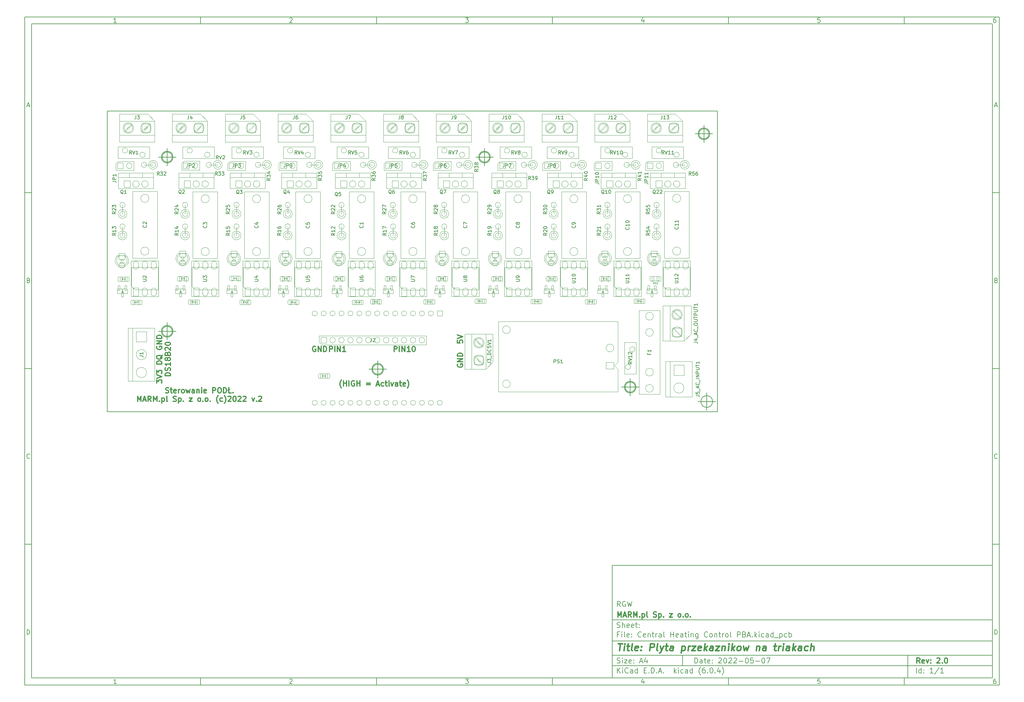
<source format=gbr>
%TF.GenerationSoftware,KiCad,Pcbnew,(6.0.4)*%
%TF.CreationDate,2022-05-07T15:09:04+02:00*%
%TF.ProjectId,Central Heating Control PBA,43656e74-7261-46c2-9048-656174696e67,2.0*%
%TF.SameCoordinates,Original*%
%TF.FileFunction,AssemblyDrawing,Top*%
%FSLAX46Y46*%
G04 Gerber Fmt 4.6, Leading zero omitted, Abs format (unit mm)*
G04 Created by KiCad (PCBNEW (6.0.4)) date 2022-05-07 15:09:04*
%MOMM*%
%LPD*%
G01*
G04 APERTURE LIST*
%ADD10C,0.100000*%
%ADD11C,0.150000*%
%ADD12C,0.300000*%
%ADD13C,0.400000*%
%TA.AperFunction,Profile*%
%ADD14C,0.150000*%
%TD*%
%ADD15C,0.120000*%
%ADD16C,0.080000*%
%ADD17C,0.050000*%
%ADD18C,0.100000*%
%TD*%
G04 APERTURE END LIST*
D10*
D11*
X177002200Y-166007200D02*
X177002200Y-198007200D01*
X285002200Y-198007200D01*
X285002200Y-166007200D01*
X177002200Y-166007200D01*
D10*
D11*
X10000000Y-10000000D02*
X10000000Y-200007200D01*
X287002200Y-200007200D01*
X287002200Y-10000000D01*
X10000000Y-10000000D01*
D10*
D11*
X12000000Y-12000000D02*
X12000000Y-198007200D01*
X285002200Y-198007200D01*
X285002200Y-12000000D01*
X12000000Y-12000000D01*
D10*
D11*
X60000000Y-12000000D02*
X60000000Y-10000000D01*
D10*
D11*
X110000000Y-12000000D02*
X110000000Y-10000000D01*
D10*
D11*
X160000000Y-12000000D02*
X160000000Y-10000000D01*
D10*
D11*
X210000000Y-12000000D02*
X210000000Y-10000000D01*
D10*
D11*
X260000000Y-12000000D02*
X260000000Y-10000000D01*
D10*
D11*
X36065476Y-11588095D02*
X35322619Y-11588095D01*
X35694047Y-11588095D02*
X35694047Y-10288095D01*
X35570238Y-10473809D01*
X35446428Y-10597619D01*
X35322619Y-10659523D01*
D10*
D11*
X85322619Y-10411904D02*
X85384523Y-10350000D01*
X85508333Y-10288095D01*
X85817857Y-10288095D01*
X85941666Y-10350000D01*
X86003571Y-10411904D01*
X86065476Y-10535714D01*
X86065476Y-10659523D01*
X86003571Y-10845238D01*
X85260714Y-11588095D01*
X86065476Y-11588095D01*
D10*
D11*
X135260714Y-10288095D02*
X136065476Y-10288095D01*
X135632142Y-10783333D01*
X135817857Y-10783333D01*
X135941666Y-10845238D01*
X136003571Y-10907142D01*
X136065476Y-11030952D01*
X136065476Y-11340476D01*
X136003571Y-11464285D01*
X135941666Y-11526190D01*
X135817857Y-11588095D01*
X135446428Y-11588095D01*
X135322619Y-11526190D01*
X135260714Y-11464285D01*
D10*
D11*
X185941666Y-10721428D02*
X185941666Y-11588095D01*
X185632142Y-10226190D02*
X185322619Y-11154761D01*
X186127380Y-11154761D01*
D10*
D11*
X236003571Y-10288095D02*
X235384523Y-10288095D01*
X235322619Y-10907142D01*
X235384523Y-10845238D01*
X235508333Y-10783333D01*
X235817857Y-10783333D01*
X235941666Y-10845238D01*
X236003571Y-10907142D01*
X236065476Y-11030952D01*
X236065476Y-11340476D01*
X236003571Y-11464285D01*
X235941666Y-11526190D01*
X235817857Y-11588095D01*
X235508333Y-11588095D01*
X235384523Y-11526190D01*
X235322619Y-11464285D01*
D10*
D11*
X285941666Y-10288095D02*
X285694047Y-10288095D01*
X285570238Y-10350000D01*
X285508333Y-10411904D01*
X285384523Y-10597619D01*
X285322619Y-10845238D01*
X285322619Y-11340476D01*
X285384523Y-11464285D01*
X285446428Y-11526190D01*
X285570238Y-11588095D01*
X285817857Y-11588095D01*
X285941666Y-11526190D01*
X286003571Y-11464285D01*
X286065476Y-11340476D01*
X286065476Y-11030952D01*
X286003571Y-10907142D01*
X285941666Y-10845238D01*
X285817857Y-10783333D01*
X285570238Y-10783333D01*
X285446428Y-10845238D01*
X285384523Y-10907142D01*
X285322619Y-11030952D01*
D10*
D11*
X60000000Y-198007200D02*
X60000000Y-200007200D01*
D10*
D11*
X110000000Y-198007200D02*
X110000000Y-200007200D01*
D10*
D11*
X160000000Y-198007200D02*
X160000000Y-200007200D01*
D10*
D11*
X210000000Y-198007200D02*
X210000000Y-200007200D01*
D10*
D11*
X260000000Y-198007200D02*
X260000000Y-200007200D01*
D10*
D11*
X36065476Y-199595295D02*
X35322619Y-199595295D01*
X35694047Y-199595295D02*
X35694047Y-198295295D01*
X35570238Y-198481009D01*
X35446428Y-198604819D01*
X35322619Y-198666723D01*
D10*
D11*
X85322619Y-198419104D02*
X85384523Y-198357200D01*
X85508333Y-198295295D01*
X85817857Y-198295295D01*
X85941666Y-198357200D01*
X86003571Y-198419104D01*
X86065476Y-198542914D01*
X86065476Y-198666723D01*
X86003571Y-198852438D01*
X85260714Y-199595295D01*
X86065476Y-199595295D01*
D10*
D11*
X135260714Y-198295295D02*
X136065476Y-198295295D01*
X135632142Y-198790533D01*
X135817857Y-198790533D01*
X135941666Y-198852438D01*
X136003571Y-198914342D01*
X136065476Y-199038152D01*
X136065476Y-199347676D01*
X136003571Y-199471485D01*
X135941666Y-199533390D01*
X135817857Y-199595295D01*
X135446428Y-199595295D01*
X135322619Y-199533390D01*
X135260714Y-199471485D01*
D10*
D11*
X185941666Y-198728628D02*
X185941666Y-199595295D01*
X185632142Y-198233390D02*
X185322619Y-199161961D01*
X186127380Y-199161961D01*
D10*
D11*
X236003571Y-198295295D02*
X235384523Y-198295295D01*
X235322619Y-198914342D01*
X235384523Y-198852438D01*
X235508333Y-198790533D01*
X235817857Y-198790533D01*
X235941666Y-198852438D01*
X236003571Y-198914342D01*
X236065476Y-199038152D01*
X236065476Y-199347676D01*
X236003571Y-199471485D01*
X235941666Y-199533390D01*
X235817857Y-199595295D01*
X235508333Y-199595295D01*
X235384523Y-199533390D01*
X235322619Y-199471485D01*
D10*
D11*
X285941666Y-198295295D02*
X285694047Y-198295295D01*
X285570238Y-198357200D01*
X285508333Y-198419104D01*
X285384523Y-198604819D01*
X285322619Y-198852438D01*
X285322619Y-199347676D01*
X285384523Y-199471485D01*
X285446428Y-199533390D01*
X285570238Y-199595295D01*
X285817857Y-199595295D01*
X285941666Y-199533390D01*
X286003571Y-199471485D01*
X286065476Y-199347676D01*
X286065476Y-199038152D01*
X286003571Y-198914342D01*
X285941666Y-198852438D01*
X285817857Y-198790533D01*
X285570238Y-198790533D01*
X285446428Y-198852438D01*
X285384523Y-198914342D01*
X285322619Y-199038152D01*
D10*
D11*
X10000000Y-60000000D02*
X12000000Y-60000000D01*
D10*
D11*
X10000000Y-110000000D02*
X12000000Y-110000000D01*
D10*
D11*
X10000000Y-160000000D02*
X12000000Y-160000000D01*
D10*
D11*
X10690476Y-35216666D02*
X11309523Y-35216666D01*
X10566666Y-35588095D02*
X11000000Y-34288095D01*
X11433333Y-35588095D01*
D10*
D11*
X11092857Y-84907142D02*
X11278571Y-84969047D01*
X11340476Y-85030952D01*
X11402380Y-85154761D01*
X11402380Y-85340476D01*
X11340476Y-85464285D01*
X11278571Y-85526190D01*
X11154761Y-85588095D01*
X10659523Y-85588095D01*
X10659523Y-84288095D01*
X11092857Y-84288095D01*
X11216666Y-84350000D01*
X11278571Y-84411904D01*
X11340476Y-84535714D01*
X11340476Y-84659523D01*
X11278571Y-84783333D01*
X11216666Y-84845238D01*
X11092857Y-84907142D01*
X10659523Y-84907142D01*
D10*
D11*
X11402380Y-135464285D02*
X11340476Y-135526190D01*
X11154761Y-135588095D01*
X11030952Y-135588095D01*
X10845238Y-135526190D01*
X10721428Y-135402380D01*
X10659523Y-135278571D01*
X10597619Y-135030952D01*
X10597619Y-134845238D01*
X10659523Y-134597619D01*
X10721428Y-134473809D01*
X10845238Y-134350000D01*
X11030952Y-134288095D01*
X11154761Y-134288095D01*
X11340476Y-134350000D01*
X11402380Y-134411904D01*
D10*
D11*
X10659523Y-185588095D02*
X10659523Y-184288095D01*
X10969047Y-184288095D01*
X11154761Y-184350000D01*
X11278571Y-184473809D01*
X11340476Y-184597619D01*
X11402380Y-184845238D01*
X11402380Y-185030952D01*
X11340476Y-185278571D01*
X11278571Y-185402380D01*
X11154761Y-185526190D01*
X10969047Y-185588095D01*
X10659523Y-185588095D01*
D10*
D11*
X287002200Y-60000000D02*
X285002200Y-60000000D01*
D10*
D11*
X287002200Y-110000000D02*
X285002200Y-110000000D01*
D10*
D11*
X287002200Y-160000000D02*
X285002200Y-160000000D01*
D10*
D11*
X285692676Y-35216666D02*
X286311723Y-35216666D01*
X285568866Y-35588095D02*
X286002200Y-34288095D01*
X286435533Y-35588095D01*
D10*
D11*
X286095057Y-84907142D02*
X286280771Y-84969047D01*
X286342676Y-85030952D01*
X286404580Y-85154761D01*
X286404580Y-85340476D01*
X286342676Y-85464285D01*
X286280771Y-85526190D01*
X286156961Y-85588095D01*
X285661723Y-85588095D01*
X285661723Y-84288095D01*
X286095057Y-84288095D01*
X286218866Y-84350000D01*
X286280771Y-84411904D01*
X286342676Y-84535714D01*
X286342676Y-84659523D01*
X286280771Y-84783333D01*
X286218866Y-84845238D01*
X286095057Y-84907142D01*
X285661723Y-84907142D01*
D10*
D11*
X286404580Y-135464285D02*
X286342676Y-135526190D01*
X286156961Y-135588095D01*
X286033152Y-135588095D01*
X285847438Y-135526190D01*
X285723628Y-135402380D01*
X285661723Y-135278571D01*
X285599819Y-135030952D01*
X285599819Y-134845238D01*
X285661723Y-134597619D01*
X285723628Y-134473809D01*
X285847438Y-134350000D01*
X286033152Y-134288095D01*
X286156961Y-134288095D01*
X286342676Y-134350000D01*
X286404580Y-134411904D01*
D10*
D11*
X285661723Y-185588095D02*
X285661723Y-184288095D01*
X285971247Y-184288095D01*
X286156961Y-184350000D01*
X286280771Y-184473809D01*
X286342676Y-184597619D01*
X286404580Y-184845238D01*
X286404580Y-185030952D01*
X286342676Y-185278571D01*
X286280771Y-185402380D01*
X286156961Y-185526190D01*
X285971247Y-185588095D01*
X285661723Y-185588095D01*
D10*
D11*
X200434342Y-193785771D02*
X200434342Y-192285771D01*
X200791485Y-192285771D01*
X201005771Y-192357200D01*
X201148628Y-192500057D01*
X201220057Y-192642914D01*
X201291485Y-192928628D01*
X201291485Y-193142914D01*
X201220057Y-193428628D01*
X201148628Y-193571485D01*
X201005771Y-193714342D01*
X200791485Y-193785771D01*
X200434342Y-193785771D01*
X202577200Y-193785771D02*
X202577200Y-193000057D01*
X202505771Y-192857200D01*
X202362914Y-192785771D01*
X202077200Y-192785771D01*
X201934342Y-192857200D01*
X202577200Y-193714342D02*
X202434342Y-193785771D01*
X202077200Y-193785771D01*
X201934342Y-193714342D01*
X201862914Y-193571485D01*
X201862914Y-193428628D01*
X201934342Y-193285771D01*
X202077200Y-193214342D01*
X202434342Y-193214342D01*
X202577200Y-193142914D01*
X203077200Y-192785771D02*
X203648628Y-192785771D01*
X203291485Y-192285771D02*
X203291485Y-193571485D01*
X203362914Y-193714342D01*
X203505771Y-193785771D01*
X203648628Y-193785771D01*
X204720057Y-193714342D02*
X204577200Y-193785771D01*
X204291485Y-193785771D01*
X204148628Y-193714342D01*
X204077200Y-193571485D01*
X204077200Y-193000057D01*
X204148628Y-192857200D01*
X204291485Y-192785771D01*
X204577200Y-192785771D01*
X204720057Y-192857200D01*
X204791485Y-193000057D01*
X204791485Y-193142914D01*
X204077200Y-193285771D01*
X205434342Y-193642914D02*
X205505771Y-193714342D01*
X205434342Y-193785771D01*
X205362914Y-193714342D01*
X205434342Y-193642914D01*
X205434342Y-193785771D01*
X205434342Y-192857200D02*
X205505771Y-192928628D01*
X205434342Y-193000057D01*
X205362914Y-192928628D01*
X205434342Y-192857200D01*
X205434342Y-193000057D01*
X207220057Y-192428628D02*
X207291485Y-192357200D01*
X207434342Y-192285771D01*
X207791485Y-192285771D01*
X207934342Y-192357200D01*
X208005771Y-192428628D01*
X208077200Y-192571485D01*
X208077200Y-192714342D01*
X208005771Y-192928628D01*
X207148628Y-193785771D01*
X208077200Y-193785771D01*
X209005771Y-192285771D02*
X209148628Y-192285771D01*
X209291485Y-192357200D01*
X209362914Y-192428628D01*
X209434342Y-192571485D01*
X209505771Y-192857200D01*
X209505771Y-193214342D01*
X209434342Y-193500057D01*
X209362914Y-193642914D01*
X209291485Y-193714342D01*
X209148628Y-193785771D01*
X209005771Y-193785771D01*
X208862914Y-193714342D01*
X208791485Y-193642914D01*
X208720057Y-193500057D01*
X208648628Y-193214342D01*
X208648628Y-192857200D01*
X208720057Y-192571485D01*
X208791485Y-192428628D01*
X208862914Y-192357200D01*
X209005771Y-192285771D01*
X210077200Y-192428628D02*
X210148628Y-192357200D01*
X210291485Y-192285771D01*
X210648628Y-192285771D01*
X210791485Y-192357200D01*
X210862914Y-192428628D01*
X210934342Y-192571485D01*
X210934342Y-192714342D01*
X210862914Y-192928628D01*
X210005771Y-193785771D01*
X210934342Y-193785771D01*
X211505771Y-192428628D02*
X211577200Y-192357200D01*
X211720057Y-192285771D01*
X212077200Y-192285771D01*
X212220057Y-192357200D01*
X212291485Y-192428628D01*
X212362914Y-192571485D01*
X212362914Y-192714342D01*
X212291485Y-192928628D01*
X211434342Y-193785771D01*
X212362914Y-193785771D01*
X213005771Y-193214342D02*
X214148628Y-193214342D01*
X215148628Y-192285771D02*
X215291485Y-192285771D01*
X215434342Y-192357200D01*
X215505771Y-192428628D01*
X215577200Y-192571485D01*
X215648628Y-192857200D01*
X215648628Y-193214342D01*
X215577200Y-193500057D01*
X215505771Y-193642914D01*
X215434342Y-193714342D01*
X215291485Y-193785771D01*
X215148628Y-193785771D01*
X215005771Y-193714342D01*
X214934342Y-193642914D01*
X214862914Y-193500057D01*
X214791485Y-193214342D01*
X214791485Y-192857200D01*
X214862914Y-192571485D01*
X214934342Y-192428628D01*
X215005771Y-192357200D01*
X215148628Y-192285771D01*
X217005771Y-192285771D02*
X216291485Y-192285771D01*
X216220057Y-193000057D01*
X216291485Y-192928628D01*
X216434342Y-192857200D01*
X216791485Y-192857200D01*
X216934342Y-192928628D01*
X217005771Y-193000057D01*
X217077200Y-193142914D01*
X217077200Y-193500057D01*
X217005771Y-193642914D01*
X216934342Y-193714342D01*
X216791485Y-193785771D01*
X216434342Y-193785771D01*
X216291485Y-193714342D01*
X216220057Y-193642914D01*
X217720057Y-193214342D02*
X218862914Y-193214342D01*
X219862914Y-192285771D02*
X220005771Y-192285771D01*
X220148628Y-192357200D01*
X220220057Y-192428628D01*
X220291485Y-192571485D01*
X220362914Y-192857200D01*
X220362914Y-193214342D01*
X220291485Y-193500057D01*
X220220057Y-193642914D01*
X220148628Y-193714342D01*
X220005771Y-193785771D01*
X219862914Y-193785771D01*
X219720057Y-193714342D01*
X219648628Y-193642914D01*
X219577200Y-193500057D01*
X219505771Y-193214342D01*
X219505771Y-192857200D01*
X219577200Y-192571485D01*
X219648628Y-192428628D01*
X219720057Y-192357200D01*
X219862914Y-192285771D01*
X220862914Y-192285771D02*
X221862914Y-192285771D01*
X221220057Y-193785771D01*
D10*
D11*
X177002200Y-194507200D02*
X285002200Y-194507200D01*
D10*
D11*
X178434342Y-196585771D02*
X178434342Y-195085771D01*
X179291485Y-196585771D02*
X178648628Y-195728628D01*
X179291485Y-195085771D02*
X178434342Y-195942914D01*
X179934342Y-196585771D02*
X179934342Y-195585771D01*
X179934342Y-195085771D02*
X179862914Y-195157200D01*
X179934342Y-195228628D01*
X180005771Y-195157200D01*
X179934342Y-195085771D01*
X179934342Y-195228628D01*
X181505771Y-196442914D02*
X181434342Y-196514342D01*
X181220057Y-196585771D01*
X181077200Y-196585771D01*
X180862914Y-196514342D01*
X180720057Y-196371485D01*
X180648628Y-196228628D01*
X180577200Y-195942914D01*
X180577200Y-195728628D01*
X180648628Y-195442914D01*
X180720057Y-195300057D01*
X180862914Y-195157200D01*
X181077200Y-195085771D01*
X181220057Y-195085771D01*
X181434342Y-195157200D01*
X181505771Y-195228628D01*
X182791485Y-196585771D02*
X182791485Y-195800057D01*
X182720057Y-195657200D01*
X182577200Y-195585771D01*
X182291485Y-195585771D01*
X182148628Y-195657200D01*
X182791485Y-196514342D02*
X182648628Y-196585771D01*
X182291485Y-196585771D01*
X182148628Y-196514342D01*
X182077200Y-196371485D01*
X182077200Y-196228628D01*
X182148628Y-196085771D01*
X182291485Y-196014342D01*
X182648628Y-196014342D01*
X182791485Y-195942914D01*
X184148628Y-196585771D02*
X184148628Y-195085771D01*
X184148628Y-196514342D02*
X184005771Y-196585771D01*
X183720057Y-196585771D01*
X183577200Y-196514342D01*
X183505771Y-196442914D01*
X183434342Y-196300057D01*
X183434342Y-195871485D01*
X183505771Y-195728628D01*
X183577200Y-195657200D01*
X183720057Y-195585771D01*
X184005771Y-195585771D01*
X184148628Y-195657200D01*
X186005771Y-195800057D02*
X186505771Y-195800057D01*
X186720057Y-196585771D02*
X186005771Y-196585771D01*
X186005771Y-195085771D01*
X186720057Y-195085771D01*
X187362914Y-196442914D02*
X187434342Y-196514342D01*
X187362914Y-196585771D01*
X187291485Y-196514342D01*
X187362914Y-196442914D01*
X187362914Y-196585771D01*
X188077200Y-196585771D02*
X188077200Y-195085771D01*
X188434342Y-195085771D01*
X188648628Y-195157200D01*
X188791485Y-195300057D01*
X188862914Y-195442914D01*
X188934342Y-195728628D01*
X188934342Y-195942914D01*
X188862914Y-196228628D01*
X188791485Y-196371485D01*
X188648628Y-196514342D01*
X188434342Y-196585771D01*
X188077200Y-196585771D01*
X189577200Y-196442914D02*
X189648628Y-196514342D01*
X189577200Y-196585771D01*
X189505771Y-196514342D01*
X189577200Y-196442914D01*
X189577200Y-196585771D01*
X190220057Y-196157200D02*
X190934342Y-196157200D01*
X190077200Y-196585771D02*
X190577200Y-195085771D01*
X191077200Y-196585771D01*
X191577200Y-196442914D02*
X191648628Y-196514342D01*
X191577200Y-196585771D01*
X191505771Y-196514342D01*
X191577200Y-196442914D01*
X191577200Y-196585771D01*
X194577200Y-196585771D02*
X194577200Y-195085771D01*
X194720057Y-196014342D02*
X195148628Y-196585771D01*
X195148628Y-195585771D02*
X194577200Y-196157200D01*
X195791485Y-196585771D02*
X195791485Y-195585771D01*
X195791485Y-195085771D02*
X195720057Y-195157200D01*
X195791485Y-195228628D01*
X195862914Y-195157200D01*
X195791485Y-195085771D01*
X195791485Y-195228628D01*
X197148628Y-196514342D02*
X197005771Y-196585771D01*
X196720057Y-196585771D01*
X196577200Y-196514342D01*
X196505771Y-196442914D01*
X196434342Y-196300057D01*
X196434342Y-195871485D01*
X196505771Y-195728628D01*
X196577200Y-195657200D01*
X196720057Y-195585771D01*
X197005771Y-195585771D01*
X197148628Y-195657200D01*
X198434342Y-196585771D02*
X198434342Y-195800057D01*
X198362914Y-195657200D01*
X198220057Y-195585771D01*
X197934342Y-195585771D01*
X197791485Y-195657200D01*
X198434342Y-196514342D02*
X198291485Y-196585771D01*
X197934342Y-196585771D01*
X197791485Y-196514342D01*
X197720057Y-196371485D01*
X197720057Y-196228628D01*
X197791485Y-196085771D01*
X197934342Y-196014342D01*
X198291485Y-196014342D01*
X198434342Y-195942914D01*
X199791485Y-196585771D02*
X199791485Y-195085771D01*
X199791485Y-196514342D02*
X199648628Y-196585771D01*
X199362914Y-196585771D01*
X199220057Y-196514342D01*
X199148628Y-196442914D01*
X199077200Y-196300057D01*
X199077200Y-195871485D01*
X199148628Y-195728628D01*
X199220057Y-195657200D01*
X199362914Y-195585771D01*
X199648628Y-195585771D01*
X199791485Y-195657200D01*
X202077200Y-197157200D02*
X202005771Y-197085771D01*
X201862914Y-196871485D01*
X201791485Y-196728628D01*
X201720057Y-196514342D01*
X201648628Y-196157200D01*
X201648628Y-195871485D01*
X201720057Y-195514342D01*
X201791485Y-195300057D01*
X201862914Y-195157200D01*
X202005771Y-194942914D01*
X202077200Y-194871485D01*
X203291485Y-195085771D02*
X203005771Y-195085771D01*
X202862914Y-195157200D01*
X202791485Y-195228628D01*
X202648628Y-195442914D01*
X202577200Y-195728628D01*
X202577200Y-196300057D01*
X202648628Y-196442914D01*
X202720057Y-196514342D01*
X202862914Y-196585771D01*
X203148628Y-196585771D01*
X203291485Y-196514342D01*
X203362914Y-196442914D01*
X203434342Y-196300057D01*
X203434342Y-195942914D01*
X203362914Y-195800057D01*
X203291485Y-195728628D01*
X203148628Y-195657200D01*
X202862914Y-195657200D01*
X202720057Y-195728628D01*
X202648628Y-195800057D01*
X202577200Y-195942914D01*
X204077200Y-196442914D02*
X204148628Y-196514342D01*
X204077200Y-196585771D01*
X204005771Y-196514342D01*
X204077200Y-196442914D01*
X204077200Y-196585771D01*
X205077200Y-195085771D02*
X205220057Y-195085771D01*
X205362914Y-195157200D01*
X205434342Y-195228628D01*
X205505771Y-195371485D01*
X205577200Y-195657200D01*
X205577200Y-196014342D01*
X205505771Y-196300057D01*
X205434342Y-196442914D01*
X205362914Y-196514342D01*
X205220057Y-196585771D01*
X205077200Y-196585771D01*
X204934342Y-196514342D01*
X204862914Y-196442914D01*
X204791485Y-196300057D01*
X204720057Y-196014342D01*
X204720057Y-195657200D01*
X204791485Y-195371485D01*
X204862914Y-195228628D01*
X204934342Y-195157200D01*
X205077200Y-195085771D01*
X206220057Y-196442914D02*
X206291485Y-196514342D01*
X206220057Y-196585771D01*
X206148628Y-196514342D01*
X206220057Y-196442914D01*
X206220057Y-196585771D01*
X207577200Y-195585771D02*
X207577200Y-196585771D01*
X207220057Y-195014342D02*
X206862914Y-196085771D01*
X207791485Y-196085771D01*
X208220057Y-197157200D02*
X208291485Y-197085771D01*
X208434342Y-196871485D01*
X208505771Y-196728628D01*
X208577200Y-196514342D01*
X208648628Y-196157200D01*
X208648628Y-195871485D01*
X208577200Y-195514342D01*
X208505771Y-195300057D01*
X208434342Y-195157200D01*
X208291485Y-194942914D01*
X208220057Y-194871485D01*
D10*
D11*
X177002200Y-191507200D02*
X285002200Y-191507200D01*
D10*
D12*
X264411485Y-193785771D02*
X263911485Y-193071485D01*
X263554342Y-193785771D02*
X263554342Y-192285771D01*
X264125771Y-192285771D01*
X264268628Y-192357200D01*
X264340057Y-192428628D01*
X264411485Y-192571485D01*
X264411485Y-192785771D01*
X264340057Y-192928628D01*
X264268628Y-193000057D01*
X264125771Y-193071485D01*
X263554342Y-193071485D01*
X265625771Y-193714342D02*
X265482914Y-193785771D01*
X265197200Y-193785771D01*
X265054342Y-193714342D01*
X264982914Y-193571485D01*
X264982914Y-193000057D01*
X265054342Y-192857200D01*
X265197200Y-192785771D01*
X265482914Y-192785771D01*
X265625771Y-192857200D01*
X265697200Y-193000057D01*
X265697200Y-193142914D01*
X264982914Y-193285771D01*
X266197200Y-192785771D02*
X266554342Y-193785771D01*
X266911485Y-192785771D01*
X267482914Y-193642914D02*
X267554342Y-193714342D01*
X267482914Y-193785771D01*
X267411485Y-193714342D01*
X267482914Y-193642914D01*
X267482914Y-193785771D01*
X267482914Y-192857200D02*
X267554342Y-192928628D01*
X267482914Y-193000057D01*
X267411485Y-192928628D01*
X267482914Y-192857200D01*
X267482914Y-193000057D01*
X269268628Y-192428628D02*
X269340057Y-192357200D01*
X269482914Y-192285771D01*
X269840057Y-192285771D01*
X269982914Y-192357200D01*
X270054342Y-192428628D01*
X270125771Y-192571485D01*
X270125771Y-192714342D01*
X270054342Y-192928628D01*
X269197200Y-193785771D01*
X270125771Y-193785771D01*
X270768628Y-193642914D02*
X270840057Y-193714342D01*
X270768628Y-193785771D01*
X270697200Y-193714342D01*
X270768628Y-193642914D01*
X270768628Y-193785771D01*
X271768628Y-192285771D02*
X271911485Y-192285771D01*
X272054342Y-192357200D01*
X272125771Y-192428628D01*
X272197200Y-192571485D01*
X272268628Y-192857200D01*
X272268628Y-193214342D01*
X272197200Y-193500057D01*
X272125771Y-193642914D01*
X272054342Y-193714342D01*
X271911485Y-193785771D01*
X271768628Y-193785771D01*
X271625771Y-193714342D01*
X271554342Y-193642914D01*
X271482914Y-193500057D01*
X271411485Y-193214342D01*
X271411485Y-192857200D01*
X271482914Y-192571485D01*
X271554342Y-192428628D01*
X271625771Y-192357200D01*
X271768628Y-192285771D01*
D10*
D11*
X178362914Y-193714342D02*
X178577200Y-193785771D01*
X178934342Y-193785771D01*
X179077200Y-193714342D01*
X179148628Y-193642914D01*
X179220057Y-193500057D01*
X179220057Y-193357200D01*
X179148628Y-193214342D01*
X179077200Y-193142914D01*
X178934342Y-193071485D01*
X178648628Y-193000057D01*
X178505771Y-192928628D01*
X178434342Y-192857200D01*
X178362914Y-192714342D01*
X178362914Y-192571485D01*
X178434342Y-192428628D01*
X178505771Y-192357200D01*
X178648628Y-192285771D01*
X179005771Y-192285771D01*
X179220057Y-192357200D01*
X179862914Y-193785771D02*
X179862914Y-192785771D01*
X179862914Y-192285771D02*
X179791485Y-192357200D01*
X179862914Y-192428628D01*
X179934342Y-192357200D01*
X179862914Y-192285771D01*
X179862914Y-192428628D01*
X180434342Y-192785771D02*
X181220057Y-192785771D01*
X180434342Y-193785771D01*
X181220057Y-193785771D01*
X182362914Y-193714342D02*
X182220057Y-193785771D01*
X181934342Y-193785771D01*
X181791485Y-193714342D01*
X181720057Y-193571485D01*
X181720057Y-193000057D01*
X181791485Y-192857200D01*
X181934342Y-192785771D01*
X182220057Y-192785771D01*
X182362914Y-192857200D01*
X182434342Y-193000057D01*
X182434342Y-193142914D01*
X181720057Y-193285771D01*
X183077200Y-193642914D02*
X183148628Y-193714342D01*
X183077200Y-193785771D01*
X183005771Y-193714342D01*
X183077200Y-193642914D01*
X183077200Y-193785771D01*
X183077200Y-192857200D02*
X183148628Y-192928628D01*
X183077200Y-193000057D01*
X183005771Y-192928628D01*
X183077200Y-192857200D01*
X183077200Y-193000057D01*
X184862914Y-193357200D02*
X185577200Y-193357200D01*
X184720057Y-193785771D02*
X185220057Y-192285771D01*
X185720057Y-193785771D01*
X186862914Y-192785771D02*
X186862914Y-193785771D01*
X186505771Y-192214342D02*
X186148628Y-193285771D01*
X187077200Y-193285771D01*
D10*
D11*
X263434342Y-196585771D02*
X263434342Y-195085771D01*
X264791485Y-196585771D02*
X264791485Y-195085771D01*
X264791485Y-196514342D02*
X264648628Y-196585771D01*
X264362914Y-196585771D01*
X264220057Y-196514342D01*
X264148628Y-196442914D01*
X264077200Y-196300057D01*
X264077200Y-195871485D01*
X264148628Y-195728628D01*
X264220057Y-195657200D01*
X264362914Y-195585771D01*
X264648628Y-195585771D01*
X264791485Y-195657200D01*
X265505771Y-196442914D02*
X265577200Y-196514342D01*
X265505771Y-196585771D01*
X265434342Y-196514342D01*
X265505771Y-196442914D01*
X265505771Y-196585771D01*
X265505771Y-195657200D02*
X265577200Y-195728628D01*
X265505771Y-195800057D01*
X265434342Y-195728628D01*
X265505771Y-195657200D01*
X265505771Y-195800057D01*
X268148628Y-196585771D02*
X267291485Y-196585771D01*
X267720057Y-196585771D02*
X267720057Y-195085771D01*
X267577200Y-195300057D01*
X267434342Y-195442914D01*
X267291485Y-195514342D01*
X269862914Y-195014342D02*
X268577200Y-196942914D01*
X271148628Y-196585771D02*
X270291485Y-196585771D01*
X270720057Y-196585771D02*
X270720057Y-195085771D01*
X270577200Y-195300057D01*
X270434342Y-195442914D01*
X270291485Y-195514342D01*
D10*
D11*
X177002200Y-187507200D02*
X285002200Y-187507200D01*
D10*
D13*
X178714580Y-188211961D02*
X179857438Y-188211961D01*
X179036009Y-190211961D02*
X179286009Y-188211961D01*
X180274104Y-190211961D02*
X180440771Y-188878628D01*
X180524104Y-188211961D02*
X180416961Y-188307200D01*
X180500295Y-188402438D01*
X180607438Y-188307200D01*
X180524104Y-188211961D01*
X180500295Y-188402438D01*
X181107438Y-188878628D02*
X181869342Y-188878628D01*
X181476485Y-188211961D02*
X181262200Y-189926247D01*
X181333628Y-190116723D01*
X181512200Y-190211961D01*
X181702676Y-190211961D01*
X182655057Y-190211961D02*
X182476485Y-190116723D01*
X182405057Y-189926247D01*
X182619342Y-188211961D01*
X184190771Y-190116723D02*
X183988390Y-190211961D01*
X183607438Y-190211961D01*
X183428866Y-190116723D01*
X183357438Y-189926247D01*
X183452676Y-189164342D01*
X183571723Y-188973866D01*
X183774104Y-188878628D01*
X184155057Y-188878628D01*
X184333628Y-188973866D01*
X184405057Y-189164342D01*
X184381247Y-189354819D01*
X183405057Y-189545295D01*
X185155057Y-190021485D02*
X185238390Y-190116723D01*
X185131247Y-190211961D01*
X185047914Y-190116723D01*
X185155057Y-190021485D01*
X185131247Y-190211961D01*
X185286009Y-188973866D02*
X185369342Y-189069104D01*
X185262200Y-189164342D01*
X185178866Y-189069104D01*
X185286009Y-188973866D01*
X185262200Y-189164342D01*
X187607438Y-190211961D02*
X187857438Y-188211961D01*
X188619342Y-188211961D01*
X188797914Y-188307200D01*
X188881247Y-188402438D01*
X188952676Y-188592914D01*
X188916961Y-188878628D01*
X188797914Y-189069104D01*
X188690771Y-189164342D01*
X188488390Y-189259580D01*
X187726485Y-189259580D01*
X189893152Y-190211961D02*
X189714580Y-190116723D01*
X189643152Y-189926247D01*
X189857438Y-188211961D01*
X190631247Y-188878628D02*
X190940771Y-190211961D01*
X191583628Y-188878628D02*
X190940771Y-190211961D01*
X190690771Y-190688152D01*
X190583628Y-190783390D01*
X190381247Y-190878628D01*
X192059819Y-188878628D02*
X192821723Y-188878628D01*
X192428866Y-188211961D02*
X192214580Y-189926247D01*
X192286009Y-190116723D01*
X192464580Y-190211961D01*
X192655057Y-190211961D01*
X194178866Y-190211961D02*
X194309819Y-189164342D01*
X194238390Y-188973866D01*
X194059819Y-188878628D01*
X193678866Y-188878628D01*
X193476485Y-188973866D01*
X194190771Y-190116723D02*
X193988390Y-190211961D01*
X193512200Y-190211961D01*
X193333628Y-190116723D01*
X193262200Y-189926247D01*
X193286009Y-189735771D01*
X193405057Y-189545295D01*
X193607438Y-189450057D01*
X194083628Y-189450057D01*
X194286009Y-189354819D01*
X196821723Y-188878628D02*
X196571723Y-190878628D01*
X196809819Y-188973866D02*
X197012200Y-188878628D01*
X197393152Y-188878628D01*
X197571723Y-188973866D01*
X197655057Y-189069104D01*
X197726485Y-189259580D01*
X197655057Y-189831009D01*
X197536009Y-190021485D01*
X197428866Y-190116723D01*
X197226485Y-190211961D01*
X196845533Y-190211961D01*
X196666961Y-190116723D01*
X198464580Y-190211961D02*
X198631247Y-188878628D01*
X198583628Y-189259580D02*
X198702676Y-189069104D01*
X198809819Y-188973866D01*
X199012200Y-188878628D01*
X199202676Y-188878628D01*
X199678866Y-188878628D02*
X200726485Y-188878628D01*
X199512200Y-190211961D01*
X200559819Y-190211961D01*
X202095533Y-190116723D02*
X201893152Y-190211961D01*
X201512200Y-190211961D01*
X201333628Y-190116723D01*
X201262200Y-189926247D01*
X201357438Y-189164342D01*
X201476485Y-188973866D01*
X201678866Y-188878628D01*
X202059819Y-188878628D01*
X202238390Y-188973866D01*
X202309819Y-189164342D01*
X202286009Y-189354819D01*
X201309819Y-189545295D01*
X203036009Y-190211961D02*
X203286009Y-188211961D01*
X203321723Y-189450057D02*
X203797914Y-190211961D01*
X203964580Y-188878628D02*
X203107438Y-189640533D01*
X205512200Y-190211961D02*
X205643152Y-189164342D01*
X205571723Y-188973866D01*
X205393152Y-188878628D01*
X205012200Y-188878628D01*
X204809819Y-188973866D01*
X205524104Y-190116723D02*
X205321723Y-190211961D01*
X204845533Y-190211961D01*
X204666961Y-190116723D01*
X204595533Y-189926247D01*
X204619342Y-189735771D01*
X204738390Y-189545295D01*
X204940771Y-189450057D01*
X205416961Y-189450057D01*
X205619342Y-189354819D01*
X206440771Y-188878628D02*
X207488390Y-188878628D01*
X206274104Y-190211961D01*
X207321723Y-190211961D01*
X208250295Y-188878628D02*
X208083628Y-190211961D01*
X208226485Y-189069104D02*
X208333628Y-188973866D01*
X208536009Y-188878628D01*
X208821723Y-188878628D01*
X209000295Y-188973866D01*
X209071723Y-189164342D01*
X208940771Y-190211961D01*
X209893152Y-190211961D02*
X210059819Y-188878628D01*
X210143152Y-188211961D02*
X210036009Y-188307200D01*
X210119342Y-188402438D01*
X210226485Y-188307200D01*
X210143152Y-188211961D01*
X210119342Y-188402438D01*
X210845533Y-190211961D02*
X211095533Y-188211961D01*
X211131247Y-189450057D02*
X211607438Y-190211961D01*
X211774104Y-188878628D02*
X210916961Y-189640533D01*
X212750295Y-190211961D02*
X212571723Y-190116723D01*
X212488390Y-190021485D01*
X212416961Y-189831009D01*
X212488390Y-189259580D01*
X212607438Y-189069104D01*
X212714580Y-188973866D01*
X212916961Y-188878628D01*
X213202676Y-188878628D01*
X213381247Y-188973866D01*
X213464580Y-189069104D01*
X213536009Y-189259580D01*
X213464580Y-189831009D01*
X213345533Y-190021485D01*
X213238390Y-190116723D01*
X213036009Y-190211961D01*
X212750295Y-190211961D01*
X214250295Y-188878628D02*
X214464580Y-190211961D01*
X214964580Y-189259580D01*
X215226485Y-190211961D01*
X215774104Y-188878628D01*
X218059819Y-188878628D02*
X217893152Y-190211961D01*
X218036009Y-189069104D02*
X218143152Y-188973866D01*
X218345533Y-188878628D01*
X218631247Y-188878628D01*
X218809819Y-188973866D01*
X218881247Y-189164342D01*
X218750295Y-190211961D01*
X220559819Y-190211961D02*
X220690771Y-189164342D01*
X220619342Y-188973866D01*
X220440771Y-188878628D01*
X220059819Y-188878628D01*
X219857438Y-188973866D01*
X220571723Y-190116723D02*
X220369342Y-190211961D01*
X219893152Y-190211961D01*
X219714580Y-190116723D01*
X219643152Y-189926247D01*
X219666961Y-189735771D01*
X219786009Y-189545295D01*
X219988390Y-189450057D01*
X220464580Y-189450057D01*
X220666961Y-189354819D01*
X222916961Y-188878628D02*
X223678866Y-188878628D01*
X223286009Y-188211961D02*
X223071723Y-189926247D01*
X223143152Y-190116723D01*
X223321723Y-190211961D01*
X223512200Y-190211961D01*
X224178866Y-190211961D02*
X224345533Y-188878628D01*
X224297914Y-189259580D02*
X224416961Y-189069104D01*
X224524104Y-188973866D01*
X224726485Y-188878628D01*
X224916961Y-188878628D01*
X225416961Y-190211961D02*
X225583628Y-188878628D01*
X225666961Y-188211961D02*
X225559819Y-188307200D01*
X225643152Y-188402438D01*
X225750295Y-188307200D01*
X225666961Y-188211961D01*
X225643152Y-188402438D01*
X227226485Y-190211961D02*
X227357438Y-189164342D01*
X227286009Y-188973866D01*
X227107438Y-188878628D01*
X226726485Y-188878628D01*
X226524104Y-188973866D01*
X227238390Y-190116723D02*
X227036009Y-190211961D01*
X226559819Y-190211961D01*
X226381247Y-190116723D01*
X226309819Y-189926247D01*
X226333628Y-189735771D01*
X226452676Y-189545295D01*
X226655057Y-189450057D01*
X227131247Y-189450057D01*
X227333628Y-189354819D01*
X228178866Y-190211961D02*
X228428866Y-188211961D01*
X228464580Y-189450057D02*
X228940771Y-190211961D01*
X229107438Y-188878628D02*
X228250295Y-189640533D01*
X230655057Y-190211961D02*
X230786009Y-189164342D01*
X230714580Y-188973866D01*
X230536009Y-188878628D01*
X230155057Y-188878628D01*
X229952676Y-188973866D01*
X230666961Y-190116723D02*
X230464580Y-190211961D01*
X229988390Y-190211961D01*
X229809819Y-190116723D01*
X229738390Y-189926247D01*
X229762200Y-189735771D01*
X229881247Y-189545295D01*
X230083628Y-189450057D01*
X230559819Y-189450057D01*
X230762200Y-189354819D01*
X232476485Y-190116723D02*
X232274104Y-190211961D01*
X231893152Y-190211961D01*
X231714580Y-190116723D01*
X231631247Y-190021485D01*
X231559819Y-189831009D01*
X231631247Y-189259580D01*
X231750295Y-189069104D01*
X231857438Y-188973866D01*
X232059819Y-188878628D01*
X232440771Y-188878628D01*
X232619342Y-188973866D01*
X233321723Y-190211961D02*
X233571723Y-188211961D01*
X234178866Y-190211961D02*
X234309819Y-189164342D01*
X234238390Y-188973866D01*
X234059819Y-188878628D01*
X233774104Y-188878628D01*
X233571723Y-188973866D01*
X233464580Y-189069104D01*
D10*
D11*
X178934342Y-185600057D02*
X178434342Y-185600057D01*
X178434342Y-186385771D02*
X178434342Y-184885771D01*
X179148628Y-184885771D01*
X179720057Y-186385771D02*
X179720057Y-185385771D01*
X179720057Y-184885771D02*
X179648628Y-184957200D01*
X179720057Y-185028628D01*
X179791485Y-184957200D01*
X179720057Y-184885771D01*
X179720057Y-185028628D01*
X180648628Y-186385771D02*
X180505771Y-186314342D01*
X180434342Y-186171485D01*
X180434342Y-184885771D01*
X181791485Y-186314342D02*
X181648628Y-186385771D01*
X181362914Y-186385771D01*
X181220057Y-186314342D01*
X181148628Y-186171485D01*
X181148628Y-185600057D01*
X181220057Y-185457200D01*
X181362914Y-185385771D01*
X181648628Y-185385771D01*
X181791485Y-185457200D01*
X181862914Y-185600057D01*
X181862914Y-185742914D01*
X181148628Y-185885771D01*
X182505771Y-186242914D02*
X182577200Y-186314342D01*
X182505771Y-186385771D01*
X182434342Y-186314342D01*
X182505771Y-186242914D01*
X182505771Y-186385771D01*
X182505771Y-185457200D02*
X182577200Y-185528628D01*
X182505771Y-185600057D01*
X182434342Y-185528628D01*
X182505771Y-185457200D01*
X182505771Y-185600057D01*
X185220057Y-186242914D02*
X185148628Y-186314342D01*
X184934342Y-186385771D01*
X184791485Y-186385771D01*
X184577200Y-186314342D01*
X184434342Y-186171485D01*
X184362914Y-186028628D01*
X184291485Y-185742914D01*
X184291485Y-185528628D01*
X184362914Y-185242914D01*
X184434342Y-185100057D01*
X184577200Y-184957200D01*
X184791485Y-184885771D01*
X184934342Y-184885771D01*
X185148628Y-184957200D01*
X185220057Y-185028628D01*
X186434342Y-186314342D02*
X186291485Y-186385771D01*
X186005771Y-186385771D01*
X185862914Y-186314342D01*
X185791485Y-186171485D01*
X185791485Y-185600057D01*
X185862914Y-185457200D01*
X186005771Y-185385771D01*
X186291485Y-185385771D01*
X186434342Y-185457200D01*
X186505771Y-185600057D01*
X186505771Y-185742914D01*
X185791485Y-185885771D01*
X187148628Y-185385771D02*
X187148628Y-186385771D01*
X187148628Y-185528628D02*
X187220057Y-185457200D01*
X187362914Y-185385771D01*
X187577200Y-185385771D01*
X187720057Y-185457200D01*
X187791485Y-185600057D01*
X187791485Y-186385771D01*
X188291485Y-185385771D02*
X188862914Y-185385771D01*
X188505771Y-184885771D02*
X188505771Y-186171485D01*
X188577200Y-186314342D01*
X188720057Y-186385771D01*
X188862914Y-186385771D01*
X189362914Y-186385771D02*
X189362914Y-185385771D01*
X189362914Y-185671485D02*
X189434342Y-185528628D01*
X189505771Y-185457200D01*
X189648628Y-185385771D01*
X189791485Y-185385771D01*
X190934342Y-186385771D02*
X190934342Y-185600057D01*
X190862914Y-185457200D01*
X190720057Y-185385771D01*
X190434342Y-185385771D01*
X190291485Y-185457200D01*
X190934342Y-186314342D02*
X190791485Y-186385771D01*
X190434342Y-186385771D01*
X190291485Y-186314342D01*
X190220057Y-186171485D01*
X190220057Y-186028628D01*
X190291485Y-185885771D01*
X190434342Y-185814342D01*
X190791485Y-185814342D01*
X190934342Y-185742914D01*
X191862914Y-186385771D02*
X191720057Y-186314342D01*
X191648628Y-186171485D01*
X191648628Y-184885771D01*
X193577200Y-186385771D02*
X193577200Y-184885771D01*
X193577200Y-185600057D02*
X194434342Y-185600057D01*
X194434342Y-186385771D02*
X194434342Y-184885771D01*
X195720057Y-186314342D02*
X195577200Y-186385771D01*
X195291485Y-186385771D01*
X195148628Y-186314342D01*
X195077200Y-186171485D01*
X195077200Y-185600057D01*
X195148628Y-185457200D01*
X195291485Y-185385771D01*
X195577200Y-185385771D01*
X195720057Y-185457200D01*
X195791485Y-185600057D01*
X195791485Y-185742914D01*
X195077200Y-185885771D01*
X197077200Y-186385771D02*
X197077200Y-185600057D01*
X197005771Y-185457200D01*
X196862914Y-185385771D01*
X196577200Y-185385771D01*
X196434342Y-185457200D01*
X197077200Y-186314342D02*
X196934342Y-186385771D01*
X196577200Y-186385771D01*
X196434342Y-186314342D01*
X196362914Y-186171485D01*
X196362914Y-186028628D01*
X196434342Y-185885771D01*
X196577200Y-185814342D01*
X196934342Y-185814342D01*
X197077200Y-185742914D01*
X197577200Y-185385771D02*
X198148628Y-185385771D01*
X197791485Y-184885771D02*
X197791485Y-186171485D01*
X197862914Y-186314342D01*
X198005771Y-186385771D01*
X198148628Y-186385771D01*
X198648628Y-186385771D02*
X198648628Y-185385771D01*
X198648628Y-184885771D02*
X198577200Y-184957200D01*
X198648628Y-185028628D01*
X198720057Y-184957200D01*
X198648628Y-184885771D01*
X198648628Y-185028628D01*
X199362914Y-185385771D02*
X199362914Y-186385771D01*
X199362914Y-185528628D02*
X199434342Y-185457200D01*
X199577200Y-185385771D01*
X199791485Y-185385771D01*
X199934342Y-185457200D01*
X200005771Y-185600057D01*
X200005771Y-186385771D01*
X201362914Y-185385771D02*
X201362914Y-186600057D01*
X201291485Y-186742914D01*
X201220057Y-186814342D01*
X201077200Y-186885771D01*
X200862914Y-186885771D01*
X200720057Y-186814342D01*
X201362914Y-186314342D02*
X201220057Y-186385771D01*
X200934342Y-186385771D01*
X200791485Y-186314342D01*
X200720057Y-186242914D01*
X200648628Y-186100057D01*
X200648628Y-185671485D01*
X200720057Y-185528628D01*
X200791485Y-185457200D01*
X200934342Y-185385771D01*
X201220057Y-185385771D01*
X201362914Y-185457200D01*
X204077200Y-186242914D02*
X204005771Y-186314342D01*
X203791485Y-186385771D01*
X203648628Y-186385771D01*
X203434342Y-186314342D01*
X203291485Y-186171485D01*
X203220057Y-186028628D01*
X203148628Y-185742914D01*
X203148628Y-185528628D01*
X203220057Y-185242914D01*
X203291485Y-185100057D01*
X203434342Y-184957200D01*
X203648628Y-184885771D01*
X203791485Y-184885771D01*
X204005771Y-184957200D01*
X204077200Y-185028628D01*
X204934342Y-186385771D02*
X204791485Y-186314342D01*
X204720057Y-186242914D01*
X204648628Y-186100057D01*
X204648628Y-185671485D01*
X204720057Y-185528628D01*
X204791485Y-185457200D01*
X204934342Y-185385771D01*
X205148628Y-185385771D01*
X205291485Y-185457200D01*
X205362914Y-185528628D01*
X205434342Y-185671485D01*
X205434342Y-186100057D01*
X205362914Y-186242914D01*
X205291485Y-186314342D01*
X205148628Y-186385771D01*
X204934342Y-186385771D01*
X206077200Y-185385771D02*
X206077200Y-186385771D01*
X206077200Y-185528628D02*
X206148628Y-185457200D01*
X206291485Y-185385771D01*
X206505771Y-185385771D01*
X206648628Y-185457200D01*
X206720057Y-185600057D01*
X206720057Y-186385771D01*
X207220057Y-185385771D02*
X207791485Y-185385771D01*
X207434342Y-184885771D02*
X207434342Y-186171485D01*
X207505771Y-186314342D01*
X207648628Y-186385771D01*
X207791485Y-186385771D01*
X208291485Y-186385771D02*
X208291485Y-185385771D01*
X208291485Y-185671485D02*
X208362914Y-185528628D01*
X208434342Y-185457200D01*
X208577200Y-185385771D01*
X208720057Y-185385771D01*
X209434342Y-186385771D02*
X209291485Y-186314342D01*
X209220057Y-186242914D01*
X209148628Y-186100057D01*
X209148628Y-185671485D01*
X209220057Y-185528628D01*
X209291485Y-185457200D01*
X209434342Y-185385771D01*
X209648628Y-185385771D01*
X209791485Y-185457200D01*
X209862914Y-185528628D01*
X209934342Y-185671485D01*
X209934342Y-186100057D01*
X209862914Y-186242914D01*
X209791485Y-186314342D01*
X209648628Y-186385771D01*
X209434342Y-186385771D01*
X210791485Y-186385771D02*
X210648628Y-186314342D01*
X210577200Y-186171485D01*
X210577200Y-184885771D01*
X212505771Y-186385771D02*
X212505771Y-184885771D01*
X213077200Y-184885771D01*
X213220057Y-184957200D01*
X213291485Y-185028628D01*
X213362914Y-185171485D01*
X213362914Y-185385771D01*
X213291485Y-185528628D01*
X213220057Y-185600057D01*
X213077200Y-185671485D01*
X212505771Y-185671485D01*
X214505771Y-185600057D02*
X214720057Y-185671485D01*
X214791485Y-185742914D01*
X214862914Y-185885771D01*
X214862914Y-186100057D01*
X214791485Y-186242914D01*
X214720057Y-186314342D01*
X214577200Y-186385771D01*
X214005771Y-186385771D01*
X214005771Y-184885771D01*
X214505771Y-184885771D01*
X214648628Y-184957200D01*
X214720057Y-185028628D01*
X214791485Y-185171485D01*
X214791485Y-185314342D01*
X214720057Y-185457200D01*
X214648628Y-185528628D01*
X214505771Y-185600057D01*
X214005771Y-185600057D01*
X215434342Y-185957200D02*
X216148628Y-185957200D01*
X215291485Y-186385771D02*
X215791485Y-184885771D01*
X216291485Y-186385771D01*
X216791485Y-186242914D02*
X216862914Y-186314342D01*
X216791485Y-186385771D01*
X216720057Y-186314342D01*
X216791485Y-186242914D01*
X216791485Y-186385771D01*
X217505771Y-186385771D02*
X217505771Y-184885771D01*
X217648628Y-185814342D02*
X218077200Y-186385771D01*
X218077200Y-185385771D02*
X217505771Y-185957200D01*
X218720057Y-186385771D02*
X218720057Y-185385771D01*
X218720057Y-184885771D02*
X218648628Y-184957200D01*
X218720057Y-185028628D01*
X218791485Y-184957200D01*
X218720057Y-184885771D01*
X218720057Y-185028628D01*
X220077200Y-186314342D02*
X219934342Y-186385771D01*
X219648628Y-186385771D01*
X219505771Y-186314342D01*
X219434342Y-186242914D01*
X219362914Y-186100057D01*
X219362914Y-185671485D01*
X219434342Y-185528628D01*
X219505771Y-185457200D01*
X219648628Y-185385771D01*
X219934342Y-185385771D01*
X220077200Y-185457200D01*
X221362914Y-186385771D02*
X221362914Y-185600057D01*
X221291485Y-185457200D01*
X221148628Y-185385771D01*
X220862914Y-185385771D01*
X220720057Y-185457200D01*
X221362914Y-186314342D02*
X221220057Y-186385771D01*
X220862914Y-186385771D01*
X220720057Y-186314342D01*
X220648628Y-186171485D01*
X220648628Y-186028628D01*
X220720057Y-185885771D01*
X220862914Y-185814342D01*
X221220057Y-185814342D01*
X221362914Y-185742914D01*
X222720057Y-186385771D02*
X222720057Y-184885771D01*
X222720057Y-186314342D02*
X222577200Y-186385771D01*
X222291485Y-186385771D01*
X222148628Y-186314342D01*
X222077200Y-186242914D01*
X222005771Y-186100057D01*
X222005771Y-185671485D01*
X222077200Y-185528628D01*
X222148628Y-185457200D01*
X222291485Y-185385771D01*
X222577200Y-185385771D01*
X222720057Y-185457200D01*
X223077200Y-186528628D02*
X224220057Y-186528628D01*
X224577200Y-185385771D02*
X224577200Y-186885771D01*
X224577200Y-185457200D02*
X224720057Y-185385771D01*
X225005771Y-185385771D01*
X225148628Y-185457200D01*
X225220057Y-185528628D01*
X225291485Y-185671485D01*
X225291485Y-186100057D01*
X225220057Y-186242914D01*
X225148628Y-186314342D01*
X225005771Y-186385771D01*
X224720057Y-186385771D01*
X224577200Y-186314342D01*
X226577200Y-186314342D02*
X226434342Y-186385771D01*
X226148628Y-186385771D01*
X226005771Y-186314342D01*
X225934342Y-186242914D01*
X225862914Y-186100057D01*
X225862914Y-185671485D01*
X225934342Y-185528628D01*
X226005771Y-185457200D01*
X226148628Y-185385771D01*
X226434342Y-185385771D01*
X226577200Y-185457200D01*
X227220057Y-186385771D02*
X227220057Y-184885771D01*
X227220057Y-185457200D02*
X227362914Y-185385771D01*
X227648628Y-185385771D01*
X227791485Y-185457200D01*
X227862914Y-185528628D01*
X227934342Y-185671485D01*
X227934342Y-186100057D01*
X227862914Y-186242914D01*
X227791485Y-186314342D01*
X227648628Y-186385771D01*
X227362914Y-186385771D01*
X227220057Y-186314342D01*
D10*
D11*
X177002200Y-181507200D02*
X285002200Y-181507200D01*
D10*
D11*
X178362914Y-183614342D02*
X178577200Y-183685771D01*
X178934342Y-183685771D01*
X179077200Y-183614342D01*
X179148628Y-183542914D01*
X179220057Y-183400057D01*
X179220057Y-183257200D01*
X179148628Y-183114342D01*
X179077200Y-183042914D01*
X178934342Y-182971485D01*
X178648628Y-182900057D01*
X178505771Y-182828628D01*
X178434342Y-182757200D01*
X178362914Y-182614342D01*
X178362914Y-182471485D01*
X178434342Y-182328628D01*
X178505771Y-182257200D01*
X178648628Y-182185771D01*
X179005771Y-182185771D01*
X179220057Y-182257200D01*
X179862914Y-183685771D02*
X179862914Y-182185771D01*
X180505771Y-183685771D02*
X180505771Y-182900057D01*
X180434342Y-182757200D01*
X180291485Y-182685771D01*
X180077200Y-182685771D01*
X179934342Y-182757200D01*
X179862914Y-182828628D01*
X181791485Y-183614342D02*
X181648628Y-183685771D01*
X181362914Y-183685771D01*
X181220057Y-183614342D01*
X181148628Y-183471485D01*
X181148628Y-182900057D01*
X181220057Y-182757200D01*
X181362914Y-182685771D01*
X181648628Y-182685771D01*
X181791485Y-182757200D01*
X181862914Y-182900057D01*
X181862914Y-183042914D01*
X181148628Y-183185771D01*
X183077200Y-183614342D02*
X182934342Y-183685771D01*
X182648628Y-183685771D01*
X182505771Y-183614342D01*
X182434342Y-183471485D01*
X182434342Y-182900057D01*
X182505771Y-182757200D01*
X182648628Y-182685771D01*
X182934342Y-182685771D01*
X183077200Y-182757200D01*
X183148628Y-182900057D01*
X183148628Y-183042914D01*
X182434342Y-183185771D01*
X183577200Y-182685771D02*
X184148628Y-182685771D01*
X183791485Y-182185771D02*
X183791485Y-183471485D01*
X183862914Y-183614342D01*
X184005771Y-183685771D01*
X184148628Y-183685771D01*
X184648628Y-183542914D02*
X184720057Y-183614342D01*
X184648628Y-183685771D01*
X184577200Y-183614342D01*
X184648628Y-183542914D01*
X184648628Y-183685771D01*
X184648628Y-182757200D02*
X184720057Y-182828628D01*
X184648628Y-182900057D01*
X184577200Y-182828628D01*
X184648628Y-182757200D01*
X184648628Y-182900057D01*
D10*
D12*
X178554342Y-180685771D02*
X178554342Y-179185771D01*
X179054342Y-180257200D01*
X179554342Y-179185771D01*
X179554342Y-180685771D01*
X180197200Y-180257200D02*
X180911485Y-180257200D01*
X180054342Y-180685771D02*
X180554342Y-179185771D01*
X181054342Y-180685771D01*
X182411485Y-180685771D02*
X181911485Y-179971485D01*
X181554342Y-180685771D02*
X181554342Y-179185771D01*
X182125771Y-179185771D01*
X182268628Y-179257200D01*
X182340057Y-179328628D01*
X182411485Y-179471485D01*
X182411485Y-179685771D01*
X182340057Y-179828628D01*
X182268628Y-179900057D01*
X182125771Y-179971485D01*
X181554342Y-179971485D01*
X183054342Y-180685771D02*
X183054342Y-179185771D01*
X183554342Y-180257200D01*
X184054342Y-179185771D01*
X184054342Y-180685771D01*
X184768628Y-180542914D02*
X184840057Y-180614342D01*
X184768628Y-180685771D01*
X184697200Y-180614342D01*
X184768628Y-180542914D01*
X184768628Y-180685771D01*
X185482914Y-179685771D02*
X185482914Y-181185771D01*
X185482914Y-179757200D02*
X185625771Y-179685771D01*
X185911485Y-179685771D01*
X186054342Y-179757200D01*
X186125771Y-179828628D01*
X186197200Y-179971485D01*
X186197200Y-180400057D01*
X186125771Y-180542914D01*
X186054342Y-180614342D01*
X185911485Y-180685771D01*
X185625771Y-180685771D01*
X185482914Y-180614342D01*
X187054342Y-180685771D02*
X186911485Y-180614342D01*
X186840057Y-180471485D01*
X186840057Y-179185771D01*
X188697200Y-180614342D02*
X188911485Y-180685771D01*
X189268628Y-180685771D01*
X189411485Y-180614342D01*
X189482914Y-180542914D01*
X189554342Y-180400057D01*
X189554342Y-180257200D01*
X189482914Y-180114342D01*
X189411485Y-180042914D01*
X189268628Y-179971485D01*
X188982914Y-179900057D01*
X188840057Y-179828628D01*
X188768628Y-179757200D01*
X188697200Y-179614342D01*
X188697200Y-179471485D01*
X188768628Y-179328628D01*
X188840057Y-179257200D01*
X188982914Y-179185771D01*
X189340057Y-179185771D01*
X189554342Y-179257200D01*
X190197200Y-179685771D02*
X190197200Y-181185771D01*
X190197200Y-179757200D02*
X190340057Y-179685771D01*
X190625771Y-179685771D01*
X190768628Y-179757200D01*
X190840057Y-179828628D01*
X190911485Y-179971485D01*
X190911485Y-180400057D01*
X190840057Y-180542914D01*
X190768628Y-180614342D01*
X190625771Y-180685771D01*
X190340057Y-180685771D01*
X190197200Y-180614342D01*
X191554342Y-180542914D02*
X191625771Y-180614342D01*
X191554342Y-180685771D01*
X191482914Y-180614342D01*
X191554342Y-180542914D01*
X191554342Y-180685771D01*
X193268628Y-179685771D02*
X194054342Y-179685771D01*
X193268628Y-180685771D01*
X194054342Y-180685771D01*
X195982914Y-180685771D02*
X195840057Y-180614342D01*
X195768628Y-180542914D01*
X195697200Y-180400057D01*
X195697200Y-179971485D01*
X195768628Y-179828628D01*
X195840057Y-179757200D01*
X195982914Y-179685771D01*
X196197200Y-179685771D01*
X196340057Y-179757200D01*
X196411485Y-179828628D01*
X196482914Y-179971485D01*
X196482914Y-180400057D01*
X196411485Y-180542914D01*
X196340057Y-180614342D01*
X196197200Y-180685771D01*
X195982914Y-180685771D01*
X197125771Y-180542914D02*
X197197200Y-180614342D01*
X197125771Y-180685771D01*
X197054342Y-180614342D01*
X197125771Y-180542914D01*
X197125771Y-180685771D01*
X198054342Y-180685771D02*
X197911485Y-180614342D01*
X197840057Y-180542914D01*
X197768628Y-180400057D01*
X197768628Y-179971485D01*
X197840057Y-179828628D01*
X197911485Y-179757200D01*
X198054342Y-179685771D01*
X198268628Y-179685771D01*
X198411485Y-179757200D01*
X198482914Y-179828628D01*
X198554342Y-179971485D01*
X198554342Y-180400057D01*
X198482914Y-180542914D01*
X198411485Y-180614342D01*
X198268628Y-180685771D01*
X198054342Y-180685771D01*
X199197200Y-180542914D02*
X199268628Y-180614342D01*
X199197200Y-180685771D01*
X199125771Y-180614342D01*
X199197200Y-180542914D01*
X199197200Y-180685771D01*
D10*
D11*
X179291485Y-177685771D02*
X178791485Y-176971485D01*
X178434342Y-177685771D02*
X178434342Y-176185771D01*
X179005771Y-176185771D01*
X179148628Y-176257200D01*
X179220057Y-176328628D01*
X179291485Y-176471485D01*
X179291485Y-176685771D01*
X179220057Y-176828628D01*
X179148628Y-176900057D01*
X179005771Y-176971485D01*
X178434342Y-176971485D01*
X180720057Y-176257200D02*
X180577200Y-176185771D01*
X180362914Y-176185771D01*
X180148628Y-176257200D01*
X180005771Y-176400057D01*
X179934342Y-176542914D01*
X179862914Y-176828628D01*
X179862914Y-177042914D01*
X179934342Y-177328628D01*
X180005771Y-177471485D01*
X180148628Y-177614342D01*
X180362914Y-177685771D01*
X180505771Y-177685771D01*
X180720057Y-177614342D01*
X180791485Y-177542914D01*
X180791485Y-177042914D01*
X180505771Y-177042914D01*
X181291485Y-176185771D02*
X181648628Y-177685771D01*
X181934342Y-176614342D01*
X182220057Y-177685771D01*
X182577200Y-176185771D01*
D10*
D11*
D10*
D11*
D10*
D11*
D10*
D11*
X197002200Y-191507200D02*
X197002200Y-194507200D01*
D10*
D11*
X261002200Y-191507200D02*
X261002200Y-198007200D01*
D14*
X33490866Y-122269803D02*
X33491300Y-36755890D01*
X206845866Y-36803803D02*
X206845866Y-122269803D01*
X33491300Y-36755890D02*
X206845866Y-36803803D01*
X51928769Y-99409803D02*
G75*
G03*
X51928769Y-99409803I-1419903J0D01*
G01*
X183500769Y-115284803D02*
G75*
G03*
X183500769Y-115284803I-1419903J0D01*
G01*
X51928769Y-49866043D02*
G75*
G03*
X51928769Y-49866043I-1419903J0D01*
G01*
X142098769Y-49866043D02*
G75*
G03*
X142098769Y-49866043I-1419903J0D01*
G01*
X206845866Y-122269803D02*
X33490866Y-122269803D01*
X111745769Y-110204803D02*
G75*
G03*
X111745769Y-110204803I-1419903J0D01*
G01*
X204455769Y-43246043D02*
G75*
G03*
X204455769Y-43246043I-1419903J0D01*
G01*
D12*
X47501071Y-114136428D02*
X47501071Y-113207857D01*
X48072500Y-113707857D01*
X48072500Y-113493571D01*
X48143928Y-113350714D01*
X48215357Y-113279285D01*
X48358214Y-113207857D01*
X48715357Y-113207857D01*
X48858214Y-113279285D01*
X48929642Y-113350714D01*
X49001071Y-113493571D01*
X49001071Y-113922142D01*
X48929642Y-114065000D01*
X48858214Y-114136428D01*
X47501071Y-112779285D02*
X49001071Y-112279285D01*
X47501071Y-111779285D01*
X47501071Y-111422142D02*
X47501071Y-110493571D01*
X48072500Y-110993571D01*
X48072500Y-110779285D01*
X48143928Y-110636428D01*
X48215357Y-110565000D01*
X48358214Y-110493571D01*
X48715357Y-110493571D01*
X48858214Y-110565000D01*
X48929642Y-110636428D01*
X49001071Y-110779285D01*
X49001071Y-111207857D01*
X48929642Y-111350714D01*
X48858214Y-111422142D01*
X49001071Y-108707857D02*
X47501071Y-108707857D01*
X47501071Y-108350714D01*
X47572500Y-108136428D01*
X47715357Y-107993571D01*
X47858214Y-107922142D01*
X48143928Y-107850714D01*
X48358214Y-107850714D01*
X48643928Y-107922142D01*
X48786785Y-107993571D01*
X48929642Y-108136428D01*
X49001071Y-108350714D01*
X49001071Y-108707857D01*
X49143928Y-106207857D02*
X49072500Y-106350714D01*
X48929642Y-106493571D01*
X48715357Y-106707857D01*
X48643928Y-106850714D01*
X48643928Y-106993571D01*
X49001071Y-106922142D02*
X48929642Y-107065000D01*
X48786785Y-107207857D01*
X48501071Y-107279285D01*
X48001071Y-107279285D01*
X47715357Y-107207857D01*
X47572500Y-107065000D01*
X47501071Y-106922142D01*
X47501071Y-106636428D01*
X47572500Y-106493571D01*
X47715357Y-106350714D01*
X48001071Y-106279285D01*
X48501071Y-106279285D01*
X48786785Y-106350714D01*
X48929642Y-106493571D01*
X49001071Y-106636428D01*
X49001071Y-106922142D01*
X47572500Y-103707857D02*
X47501071Y-103850714D01*
X47501071Y-104065000D01*
X47572500Y-104279285D01*
X47715357Y-104422142D01*
X47858214Y-104493571D01*
X48143928Y-104565000D01*
X48358214Y-104565000D01*
X48643928Y-104493571D01*
X48786785Y-104422142D01*
X48929642Y-104279285D01*
X49001071Y-104065000D01*
X49001071Y-103922142D01*
X48929642Y-103707857D01*
X48858214Y-103636428D01*
X48358214Y-103636428D01*
X48358214Y-103922142D01*
X49001071Y-102993571D02*
X47501071Y-102993571D01*
X49001071Y-102136428D01*
X47501071Y-102136428D01*
X49001071Y-101422142D02*
X47501071Y-101422142D01*
X47501071Y-101065000D01*
X47572500Y-100850714D01*
X47715357Y-100707857D01*
X47858214Y-100636428D01*
X48143928Y-100565000D01*
X48358214Y-100565000D01*
X48643928Y-100636428D01*
X48786785Y-100707857D01*
X48929642Y-100850714D01*
X49001071Y-101065000D01*
X49001071Y-101422142D01*
X51416071Y-112029285D02*
X49916071Y-112029285D01*
X49916071Y-111672142D01*
X49987500Y-111457857D01*
X50130357Y-111315000D01*
X50273214Y-111243571D01*
X50558928Y-111172142D01*
X50773214Y-111172142D01*
X51058928Y-111243571D01*
X51201785Y-111315000D01*
X51344642Y-111457857D01*
X51416071Y-111672142D01*
X51416071Y-112029285D01*
X51344642Y-110600714D02*
X51416071Y-110386428D01*
X51416071Y-110029285D01*
X51344642Y-109886428D01*
X51273214Y-109815000D01*
X51130357Y-109743571D01*
X50987500Y-109743571D01*
X50844642Y-109815000D01*
X50773214Y-109886428D01*
X50701785Y-110029285D01*
X50630357Y-110315000D01*
X50558928Y-110457857D01*
X50487500Y-110529285D01*
X50344642Y-110600714D01*
X50201785Y-110600714D01*
X50058928Y-110529285D01*
X49987500Y-110457857D01*
X49916071Y-110315000D01*
X49916071Y-109957857D01*
X49987500Y-109743571D01*
X51416071Y-108315000D02*
X51416071Y-109172142D01*
X51416071Y-108743571D02*
X49916071Y-108743571D01*
X50130357Y-108886428D01*
X50273214Y-109029285D01*
X50344642Y-109172142D01*
X50558928Y-107457857D02*
X50487500Y-107600714D01*
X50416071Y-107672142D01*
X50273214Y-107743571D01*
X50201785Y-107743571D01*
X50058928Y-107672142D01*
X49987500Y-107600714D01*
X49916071Y-107457857D01*
X49916071Y-107172142D01*
X49987500Y-107029285D01*
X50058928Y-106957857D01*
X50201785Y-106886428D01*
X50273214Y-106886428D01*
X50416071Y-106957857D01*
X50487500Y-107029285D01*
X50558928Y-107172142D01*
X50558928Y-107457857D01*
X50630357Y-107600714D01*
X50701785Y-107672142D01*
X50844642Y-107743571D01*
X51130357Y-107743571D01*
X51273214Y-107672142D01*
X51344642Y-107600714D01*
X51416071Y-107457857D01*
X51416071Y-107172142D01*
X51344642Y-107029285D01*
X51273214Y-106957857D01*
X51130357Y-106886428D01*
X50844642Y-106886428D01*
X50701785Y-106957857D01*
X50630357Y-107029285D01*
X50558928Y-107172142D01*
X50630357Y-105743571D02*
X50701785Y-105529285D01*
X50773214Y-105457857D01*
X50916071Y-105386428D01*
X51130357Y-105386428D01*
X51273214Y-105457857D01*
X51344642Y-105529285D01*
X51416071Y-105672142D01*
X51416071Y-106243571D01*
X49916071Y-106243571D01*
X49916071Y-105743571D01*
X49987500Y-105600714D01*
X50058928Y-105529285D01*
X50201785Y-105457857D01*
X50344642Y-105457857D01*
X50487500Y-105529285D01*
X50558928Y-105600714D01*
X50630357Y-105743571D01*
X50630357Y-106243571D01*
X50058928Y-104815000D02*
X49987500Y-104743571D01*
X49916071Y-104600714D01*
X49916071Y-104243571D01*
X49987500Y-104100714D01*
X50058928Y-104029285D01*
X50201785Y-103957857D01*
X50344642Y-103957857D01*
X50558928Y-104029285D01*
X51416071Y-104886428D01*
X51416071Y-103957857D01*
X49916071Y-103029285D02*
X49916071Y-102886428D01*
X49987500Y-102743571D01*
X50058928Y-102672142D01*
X50201785Y-102600714D01*
X50487500Y-102529285D01*
X50844642Y-102529285D01*
X51130357Y-102600714D01*
X51273214Y-102672142D01*
X51344642Y-102743571D01*
X51416071Y-102886428D01*
X51416071Y-103029285D01*
X51344642Y-103172142D01*
X51273214Y-103243571D01*
X51130357Y-103315000D01*
X50844642Y-103386428D01*
X50487500Y-103386428D01*
X50201785Y-103315000D01*
X50058928Y-103243571D01*
X49987500Y-103172142D01*
X49916071Y-103029285D01*
X114981580Y-105168374D02*
X114981580Y-103668374D01*
X115553008Y-103668374D01*
X115695866Y-103739803D01*
X115767294Y-103811231D01*
X115838723Y-103954088D01*
X115838723Y-104168374D01*
X115767294Y-104311231D01*
X115695866Y-104382660D01*
X115553008Y-104454088D01*
X114981580Y-104454088D01*
X116481580Y-105168374D02*
X116481580Y-103668374D01*
X117195866Y-105168374D02*
X117195866Y-103668374D01*
X118053008Y-105168374D01*
X118053008Y-103668374D01*
X119553008Y-105168374D02*
X118695866Y-105168374D01*
X119124437Y-105168374D02*
X119124437Y-103668374D01*
X118981580Y-103882660D01*
X118838723Y-104025517D01*
X118695866Y-104096945D01*
X120481580Y-103668374D02*
X120624437Y-103668374D01*
X120767294Y-103739803D01*
X120838723Y-103811231D01*
X120910151Y-103954088D01*
X120981580Y-104239803D01*
X120981580Y-104596945D01*
X120910151Y-104882660D01*
X120838723Y-105025517D01*
X120767294Y-105096945D01*
X120624437Y-105168374D01*
X120481580Y-105168374D01*
X120338723Y-105096945D01*
X120267294Y-105025517D01*
X120195866Y-104882660D01*
X120124437Y-104596945D01*
X120124437Y-104239803D01*
X120195866Y-103954088D01*
X120267294Y-103811231D01*
X120338723Y-103739803D01*
X120481580Y-103668374D01*
X92673008Y-103739803D02*
X92530151Y-103668374D01*
X92315866Y-103668374D01*
X92101580Y-103739803D01*
X91958723Y-103882660D01*
X91887294Y-104025517D01*
X91815866Y-104311231D01*
X91815866Y-104525517D01*
X91887294Y-104811231D01*
X91958723Y-104954088D01*
X92101580Y-105096945D01*
X92315866Y-105168374D01*
X92458723Y-105168374D01*
X92673008Y-105096945D01*
X92744437Y-105025517D01*
X92744437Y-104525517D01*
X92458723Y-104525517D01*
X93387294Y-105168374D02*
X93387294Y-103668374D01*
X94244437Y-105168374D01*
X94244437Y-103668374D01*
X94958723Y-105168374D02*
X94958723Y-103668374D01*
X95315866Y-103668374D01*
X95530151Y-103739803D01*
X95673008Y-103882660D01*
X95744437Y-104025517D01*
X95815866Y-104311231D01*
X95815866Y-104525517D01*
X95744437Y-104811231D01*
X95673008Y-104954088D01*
X95530151Y-105096945D01*
X95315866Y-105168374D01*
X94958723Y-105168374D01*
X133070866Y-108767660D02*
X132999437Y-108910517D01*
X132999437Y-109124803D01*
X133070866Y-109339088D01*
X133213723Y-109481945D01*
X133356580Y-109553374D01*
X133642294Y-109624803D01*
X133856580Y-109624803D01*
X134142294Y-109553374D01*
X134285151Y-109481945D01*
X134428008Y-109339088D01*
X134499437Y-109124803D01*
X134499437Y-108981945D01*
X134428008Y-108767660D01*
X134356580Y-108696231D01*
X133856580Y-108696231D01*
X133856580Y-108981945D01*
X134499437Y-108053374D02*
X132999437Y-108053374D01*
X134499437Y-107196231D01*
X132999437Y-107196231D01*
X134499437Y-106481945D02*
X132999437Y-106481945D01*
X132999437Y-106124803D01*
X133070866Y-105910517D01*
X133213723Y-105767660D01*
X133356580Y-105696231D01*
X133642294Y-105624803D01*
X133856580Y-105624803D01*
X134142294Y-105696231D01*
X134285151Y-105767660D01*
X134428008Y-105910517D01*
X134499437Y-106124803D01*
X134499437Y-106481945D01*
X132999437Y-101981945D02*
X132999437Y-102696231D01*
X133713723Y-102767660D01*
X133642294Y-102696231D01*
X133570866Y-102553374D01*
X133570866Y-102196231D01*
X133642294Y-102053374D01*
X133713723Y-101981945D01*
X133856580Y-101910517D01*
X134213723Y-101910517D01*
X134356580Y-101981945D01*
X134428008Y-102053374D01*
X134499437Y-102196231D01*
X134499437Y-102553374D01*
X134428008Y-102696231D01*
X134356580Y-102767660D01*
X132999437Y-101481945D02*
X134499437Y-100981945D01*
X132999437Y-100481945D01*
X100028986Y-115550000D02*
X99957557Y-115478571D01*
X99814700Y-115264285D01*
X99743271Y-115121428D01*
X99671843Y-114907142D01*
X99600414Y-114550000D01*
X99600414Y-114264285D01*
X99671843Y-113907142D01*
X99743271Y-113692857D01*
X99814700Y-113550000D01*
X99957557Y-113335714D01*
X100028986Y-113264285D01*
X100600414Y-114978571D02*
X100600414Y-113478571D01*
X100600414Y-114192857D02*
X101457557Y-114192857D01*
X101457557Y-114978571D02*
X101457557Y-113478571D01*
X102171843Y-114978571D02*
X102171843Y-113478571D01*
X103671843Y-113550000D02*
X103528986Y-113478571D01*
X103314700Y-113478571D01*
X103100414Y-113550000D01*
X102957557Y-113692857D01*
X102886129Y-113835714D01*
X102814700Y-114121428D01*
X102814700Y-114335714D01*
X102886129Y-114621428D01*
X102957557Y-114764285D01*
X103100414Y-114907142D01*
X103314700Y-114978571D01*
X103457557Y-114978571D01*
X103671843Y-114907142D01*
X103743271Y-114835714D01*
X103743271Y-114335714D01*
X103457557Y-114335714D01*
X104386129Y-114978571D02*
X104386129Y-113478571D01*
X104386129Y-114192857D02*
X105243271Y-114192857D01*
X105243271Y-114978571D02*
X105243271Y-113478571D01*
X107100414Y-114192857D02*
X108243271Y-114192857D01*
X108243271Y-114621428D02*
X107100414Y-114621428D01*
X110028986Y-114550000D02*
X110743271Y-114550000D01*
X109886129Y-114978571D02*
X110386129Y-113478571D01*
X110886129Y-114978571D01*
X112028986Y-114907142D02*
X111886129Y-114978571D01*
X111600414Y-114978571D01*
X111457557Y-114907142D01*
X111386129Y-114835714D01*
X111314700Y-114692857D01*
X111314700Y-114264285D01*
X111386129Y-114121428D01*
X111457557Y-114050000D01*
X111600414Y-113978571D01*
X111886129Y-113978571D01*
X112028986Y-114050000D01*
X112457557Y-113978571D02*
X113028986Y-113978571D01*
X112671843Y-113478571D02*
X112671843Y-114764285D01*
X112743271Y-114907142D01*
X112886129Y-114978571D01*
X113028986Y-114978571D01*
X113528986Y-114978571D02*
X113528986Y-113978571D01*
X113528986Y-113478571D02*
X113457557Y-113550000D01*
X113528986Y-113621428D01*
X113600414Y-113550000D01*
X113528986Y-113478571D01*
X113528986Y-113621428D01*
X114100414Y-113978571D02*
X114457557Y-114978571D01*
X114814700Y-113978571D01*
X116028986Y-114978571D02*
X116028986Y-114192857D01*
X115957557Y-114050000D01*
X115814700Y-113978571D01*
X115528986Y-113978571D01*
X115386129Y-114050000D01*
X116028986Y-114907142D02*
X115886129Y-114978571D01*
X115528986Y-114978571D01*
X115386129Y-114907142D01*
X115314700Y-114764285D01*
X115314700Y-114621428D01*
X115386129Y-114478571D01*
X115528986Y-114407142D01*
X115886129Y-114407142D01*
X116028986Y-114335714D01*
X116528986Y-113978571D02*
X117100414Y-113978571D01*
X116743271Y-113478571D02*
X116743271Y-114764285D01*
X116814700Y-114907142D01*
X116957557Y-114978571D01*
X117100414Y-114978571D01*
X118171843Y-114907142D02*
X118028986Y-114978571D01*
X117743271Y-114978571D01*
X117600414Y-114907142D01*
X117528986Y-114764285D01*
X117528986Y-114192857D01*
X117600414Y-114050000D01*
X117743271Y-113978571D01*
X118028986Y-113978571D01*
X118171843Y-114050000D01*
X118243271Y-114192857D01*
X118243271Y-114335714D01*
X117528986Y-114478571D01*
X118743271Y-115550000D02*
X118814700Y-115478571D01*
X118957557Y-115264285D01*
X119028986Y-115121428D01*
X119100414Y-114907142D01*
X119171843Y-114550000D01*
X119171843Y-114264285D01*
X119100414Y-113907142D01*
X119028986Y-113692857D01*
X118957557Y-113550000D01*
X118814700Y-113335714D01*
X118743271Y-113264285D01*
X96645866Y-105168374D02*
X96645866Y-103668374D01*
X97217294Y-103668374D01*
X97360151Y-103739803D01*
X97431580Y-103811231D01*
X97503008Y-103954088D01*
X97503008Y-104168374D01*
X97431580Y-104311231D01*
X97360151Y-104382660D01*
X97217294Y-104454088D01*
X96645866Y-104454088D01*
X98145866Y-105168374D02*
X98145866Y-103668374D01*
X98860151Y-105168374D02*
X98860151Y-103668374D01*
X99717294Y-105168374D01*
X99717294Y-103668374D01*
X101217294Y-105168374D02*
X100360151Y-105168374D01*
X100788723Y-105168374D02*
X100788723Y-103668374D01*
X100645866Y-103882660D01*
X100503008Y-104025517D01*
X100360151Y-104096945D01*
X50082857Y-116874642D02*
X50297142Y-116946071D01*
X50654285Y-116946071D01*
X50797142Y-116874642D01*
X50868571Y-116803214D01*
X50940000Y-116660357D01*
X50940000Y-116517500D01*
X50868571Y-116374642D01*
X50797142Y-116303214D01*
X50654285Y-116231785D01*
X50368571Y-116160357D01*
X50225714Y-116088928D01*
X50154285Y-116017500D01*
X50082857Y-115874642D01*
X50082857Y-115731785D01*
X50154285Y-115588928D01*
X50225714Y-115517500D01*
X50368571Y-115446071D01*
X50725714Y-115446071D01*
X50940000Y-115517500D01*
X51368571Y-115946071D02*
X51940000Y-115946071D01*
X51582857Y-115446071D02*
X51582857Y-116731785D01*
X51654285Y-116874642D01*
X51797142Y-116946071D01*
X51940000Y-116946071D01*
X53011428Y-116874642D02*
X52868571Y-116946071D01*
X52582857Y-116946071D01*
X52440000Y-116874642D01*
X52368571Y-116731785D01*
X52368571Y-116160357D01*
X52440000Y-116017500D01*
X52582857Y-115946071D01*
X52868571Y-115946071D01*
X53011428Y-116017500D01*
X53082857Y-116160357D01*
X53082857Y-116303214D01*
X52368571Y-116446071D01*
X53725714Y-116946071D02*
X53725714Y-115946071D01*
X53725714Y-116231785D02*
X53797142Y-116088928D01*
X53868571Y-116017500D01*
X54011428Y-115946071D01*
X54154285Y-115946071D01*
X54868571Y-116946071D02*
X54725714Y-116874642D01*
X54654285Y-116803214D01*
X54582857Y-116660357D01*
X54582857Y-116231785D01*
X54654285Y-116088928D01*
X54725714Y-116017500D01*
X54868571Y-115946071D01*
X55082857Y-115946071D01*
X55225714Y-116017500D01*
X55297142Y-116088928D01*
X55368571Y-116231785D01*
X55368571Y-116660357D01*
X55297142Y-116803214D01*
X55225714Y-116874642D01*
X55082857Y-116946071D01*
X54868571Y-116946071D01*
X55868571Y-115946071D02*
X56154285Y-116946071D01*
X56440000Y-116231785D01*
X56725714Y-116946071D01*
X57011428Y-115946071D01*
X58225714Y-116946071D02*
X58225714Y-116160357D01*
X58154285Y-116017500D01*
X58011428Y-115946071D01*
X57725714Y-115946071D01*
X57582857Y-116017500D01*
X58225714Y-116874642D02*
X58082857Y-116946071D01*
X57725714Y-116946071D01*
X57582857Y-116874642D01*
X57511428Y-116731785D01*
X57511428Y-116588928D01*
X57582857Y-116446071D01*
X57725714Y-116374642D01*
X58082857Y-116374642D01*
X58225714Y-116303214D01*
X58940000Y-115946071D02*
X58940000Y-116946071D01*
X58940000Y-116088928D02*
X59011428Y-116017500D01*
X59154285Y-115946071D01*
X59368571Y-115946071D01*
X59511428Y-116017500D01*
X59582857Y-116160357D01*
X59582857Y-116946071D01*
X60297142Y-116946071D02*
X60297142Y-115946071D01*
X60297142Y-115446071D02*
X60225714Y-115517500D01*
X60297142Y-115588928D01*
X60368571Y-115517500D01*
X60297142Y-115446071D01*
X60297142Y-115588928D01*
X61582857Y-116874642D02*
X61440000Y-116946071D01*
X61154285Y-116946071D01*
X61011428Y-116874642D01*
X60940000Y-116731785D01*
X60940000Y-116160357D01*
X61011428Y-116017500D01*
X61154285Y-115946071D01*
X61440000Y-115946071D01*
X61582857Y-116017500D01*
X61654285Y-116160357D01*
X61654285Y-116303214D01*
X60940000Y-116446071D01*
X63440000Y-116946071D02*
X63440000Y-115446071D01*
X64011428Y-115446071D01*
X64154285Y-115517500D01*
X64225714Y-115588928D01*
X64297142Y-115731785D01*
X64297142Y-115946071D01*
X64225714Y-116088928D01*
X64154285Y-116160357D01*
X64011428Y-116231785D01*
X63440000Y-116231785D01*
X65225714Y-115446071D02*
X65511428Y-115446071D01*
X65654285Y-115517500D01*
X65797142Y-115660357D01*
X65868571Y-115946071D01*
X65868571Y-116446071D01*
X65797142Y-116731785D01*
X65654285Y-116874642D01*
X65511428Y-116946071D01*
X65225714Y-116946071D01*
X65082857Y-116874642D01*
X64940000Y-116731785D01*
X64868571Y-116446071D01*
X64868571Y-115946071D01*
X64940000Y-115660357D01*
X65082857Y-115517500D01*
X65225714Y-115446071D01*
X66511428Y-116946071D02*
X66511428Y-115446071D01*
X66868571Y-115446071D01*
X67082857Y-115517500D01*
X67225714Y-115660357D01*
X67297142Y-115803214D01*
X67368571Y-116088928D01*
X67368571Y-116303214D01*
X67297142Y-116588928D01*
X67225714Y-116731785D01*
X67082857Y-116874642D01*
X66868571Y-116946071D01*
X66511428Y-116946071D01*
X68725714Y-116946071D02*
X68011428Y-116946071D01*
X68011428Y-115446071D01*
X67797142Y-116231785D02*
X68225714Y-115946071D01*
X69225714Y-116803214D02*
X69297142Y-116874642D01*
X69225714Y-116946071D01*
X69154285Y-116874642D01*
X69225714Y-116803214D01*
X69225714Y-116946071D01*
X42082857Y-119361071D02*
X42082857Y-117861071D01*
X42582857Y-118932500D01*
X43082857Y-117861071D01*
X43082857Y-119361071D01*
X43725714Y-118932500D02*
X44440000Y-118932500D01*
X43582857Y-119361071D02*
X44082857Y-117861071D01*
X44582857Y-119361071D01*
X45940000Y-119361071D02*
X45440000Y-118646785D01*
X45082857Y-119361071D02*
X45082857Y-117861071D01*
X45654285Y-117861071D01*
X45797142Y-117932500D01*
X45868571Y-118003928D01*
X45940000Y-118146785D01*
X45940000Y-118361071D01*
X45868571Y-118503928D01*
X45797142Y-118575357D01*
X45654285Y-118646785D01*
X45082857Y-118646785D01*
X46582857Y-119361071D02*
X46582857Y-117861071D01*
X47082857Y-118932500D01*
X47582857Y-117861071D01*
X47582857Y-119361071D01*
X48297142Y-119218214D02*
X48368571Y-119289642D01*
X48297142Y-119361071D01*
X48225714Y-119289642D01*
X48297142Y-119218214D01*
X48297142Y-119361071D01*
X49011428Y-118361071D02*
X49011428Y-119861071D01*
X49011428Y-118432500D02*
X49154285Y-118361071D01*
X49440000Y-118361071D01*
X49582857Y-118432500D01*
X49654285Y-118503928D01*
X49725714Y-118646785D01*
X49725714Y-119075357D01*
X49654285Y-119218214D01*
X49582857Y-119289642D01*
X49440000Y-119361071D01*
X49154285Y-119361071D01*
X49011428Y-119289642D01*
X50582857Y-119361071D02*
X50440000Y-119289642D01*
X50368571Y-119146785D01*
X50368571Y-117861071D01*
X52225714Y-119289642D02*
X52440000Y-119361071D01*
X52797142Y-119361071D01*
X52940000Y-119289642D01*
X53011428Y-119218214D01*
X53082857Y-119075357D01*
X53082857Y-118932500D01*
X53011428Y-118789642D01*
X52940000Y-118718214D01*
X52797142Y-118646785D01*
X52511428Y-118575357D01*
X52368571Y-118503928D01*
X52297142Y-118432500D01*
X52225714Y-118289642D01*
X52225714Y-118146785D01*
X52297142Y-118003928D01*
X52368571Y-117932500D01*
X52511428Y-117861071D01*
X52868571Y-117861071D01*
X53082857Y-117932500D01*
X53725714Y-118361071D02*
X53725714Y-119861071D01*
X53725714Y-118432500D02*
X53868571Y-118361071D01*
X54154285Y-118361071D01*
X54297142Y-118432500D01*
X54368571Y-118503928D01*
X54440000Y-118646785D01*
X54440000Y-119075357D01*
X54368571Y-119218214D01*
X54297142Y-119289642D01*
X54154285Y-119361071D01*
X53868571Y-119361071D01*
X53725714Y-119289642D01*
X55082857Y-119218214D02*
X55154285Y-119289642D01*
X55082857Y-119361071D01*
X55011428Y-119289642D01*
X55082857Y-119218214D01*
X55082857Y-119361071D01*
X56797142Y-118361071D02*
X57582857Y-118361071D01*
X56797142Y-119361071D01*
X57582857Y-119361071D01*
X59511428Y-119361071D02*
X59368571Y-119289642D01*
X59297142Y-119218214D01*
X59225714Y-119075357D01*
X59225714Y-118646785D01*
X59297142Y-118503928D01*
X59368571Y-118432500D01*
X59511428Y-118361071D01*
X59725714Y-118361071D01*
X59868571Y-118432500D01*
X59940000Y-118503928D01*
X60011428Y-118646785D01*
X60011428Y-119075357D01*
X59940000Y-119218214D01*
X59868571Y-119289642D01*
X59725714Y-119361071D01*
X59511428Y-119361071D01*
X60654285Y-119218214D02*
X60725714Y-119289642D01*
X60654285Y-119361071D01*
X60582857Y-119289642D01*
X60654285Y-119218214D01*
X60654285Y-119361071D01*
X61582857Y-119361071D02*
X61440000Y-119289642D01*
X61368571Y-119218214D01*
X61297142Y-119075357D01*
X61297142Y-118646785D01*
X61368571Y-118503928D01*
X61440000Y-118432500D01*
X61582857Y-118361071D01*
X61797142Y-118361071D01*
X61940000Y-118432500D01*
X62011428Y-118503928D01*
X62082857Y-118646785D01*
X62082857Y-119075357D01*
X62011428Y-119218214D01*
X61940000Y-119289642D01*
X61797142Y-119361071D01*
X61582857Y-119361071D01*
X62725714Y-119218214D02*
X62797142Y-119289642D01*
X62725714Y-119361071D01*
X62654285Y-119289642D01*
X62725714Y-119218214D01*
X62725714Y-119361071D01*
X65011428Y-119932500D02*
X64940000Y-119861071D01*
X64797142Y-119646785D01*
X64725714Y-119503928D01*
X64654285Y-119289642D01*
X64582857Y-118932500D01*
X64582857Y-118646785D01*
X64654285Y-118289642D01*
X64725714Y-118075357D01*
X64797142Y-117932500D01*
X64940000Y-117718214D01*
X65011428Y-117646785D01*
X66225714Y-119289642D02*
X66082857Y-119361071D01*
X65797142Y-119361071D01*
X65654285Y-119289642D01*
X65582857Y-119218214D01*
X65511428Y-119075357D01*
X65511428Y-118646785D01*
X65582857Y-118503928D01*
X65654285Y-118432500D01*
X65797142Y-118361071D01*
X66082857Y-118361071D01*
X66225714Y-118432500D01*
X66725714Y-119932500D02*
X66797142Y-119861071D01*
X66940000Y-119646785D01*
X67011428Y-119503928D01*
X67082857Y-119289642D01*
X67154285Y-118932500D01*
X67154285Y-118646785D01*
X67082857Y-118289642D01*
X67011428Y-118075357D01*
X66940000Y-117932500D01*
X66797142Y-117718214D01*
X66725714Y-117646785D01*
X67797142Y-118003928D02*
X67868571Y-117932500D01*
X68011428Y-117861071D01*
X68368571Y-117861071D01*
X68511428Y-117932500D01*
X68582857Y-118003928D01*
X68654285Y-118146785D01*
X68654285Y-118289642D01*
X68582857Y-118503928D01*
X67725714Y-119361071D01*
X68654285Y-119361071D01*
X69582857Y-117861071D02*
X69725714Y-117861071D01*
X69868571Y-117932500D01*
X69940000Y-118003928D01*
X70011428Y-118146785D01*
X70082857Y-118432500D01*
X70082857Y-118789642D01*
X70011428Y-119075357D01*
X69940000Y-119218214D01*
X69868571Y-119289642D01*
X69725714Y-119361071D01*
X69582857Y-119361071D01*
X69440000Y-119289642D01*
X69368571Y-119218214D01*
X69297142Y-119075357D01*
X69225714Y-118789642D01*
X69225714Y-118432500D01*
X69297142Y-118146785D01*
X69368571Y-118003928D01*
X69440000Y-117932500D01*
X69582857Y-117861071D01*
X70654285Y-118003928D02*
X70725714Y-117932500D01*
X70868571Y-117861071D01*
X71225714Y-117861071D01*
X71368571Y-117932500D01*
X71440000Y-118003928D01*
X71511428Y-118146785D01*
X71511428Y-118289642D01*
X71440000Y-118503928D01*
X70582857Y-119361071D01*
X71511428Y-119361071D01*
X72082857Y-118003928D02*
X72154285Y-117932500D01*
X72297142Y-117861071D01*
X72654285Y-117861071D01*
X72797142Y-117932500D01*
X72868571Y-118003928D01*
X72940000Y-118146785D01*
X72940000Y-118289642D01*
X72868571Y-118503928D01*
X72011428Y-119361071D01*
X72940000Y-119361071D01*
X74582857Y-118361071D02*
X74940000Y-119361071D01*
X75297142Y-118361071D01*
X75868571Y-119218214D02*
X75940000Y-119289642D01*
X75868571Y-119361071D01*
X75797142Y-119289642D01*
X75868571Y-119218214D01*
X75868571Y-119361071D01*
X76511428Y-118003928D02*
X76582857Y-117932500D01*
X76725714Y-117861071D01*
X77082857Y-117861071D01*
X77225714Y-117932500D01*
X77297142Y-118003928D01*
X77368571Y-118146785D01*
X77368571Y-118289642D01*
X77297142Y-118503928D01*
X76440000Y-119361071D01*
X77368571Y-119361071D01*
D14*
X183747532Y-115284803D02*
G75*
G03*
X183747532Y-115284803I-1666666J0D01*
G01*
X179580866Y-115284803D02*
X184580866Y-115284803D01*
X182080866Y-112784803D02*
X182080866Y-117784803D01*
X52175532Y-99409803D02*
G75*
G03*
X52175532Y-99409803I-1666666J0D01*
G01*
X48008866Y-99409803D02*
X53008866Y-99409803D01*
X50508866Y-96909803D02*
X50508866Y-101909803D01*
X204702532Y-43246043D02*
G75*
G03*
X204702532Y-43246043I-1666666J0D01*
G01*
X200535866Y-43246043D02*
X205535866Y-43246043D01*
X203035866Y-40746043D02*
X203035866Y-45746043D01*
X52175532Y-49866043D02*
G75*
G03*
X52175532Y-49866043I-1666666J0D01*
G01*
X48008866Y-49866043D02*
X53008866Y-49866043D01*
X50508866Y-47366043D02*
X50508866Y-52366043D01*
X111992532Y-110204803D02*
G75*
G03*
X111992532Y-110204803I-1666666J0D01*
G01*
X107825866Y-110204803D02*
X112825866Y-110204803D01*
X110325866Y-107704803D02*
X110325866Y-112704803D01*
X205501666Y-119380000D02*
G75*
G03*
X205501666Y-119380000I-1666666J0D01*
G01*
X201335000Y-119380000D02*
X206335000Y-119380000D01*
X203835000Y-116880000D02*
X203835000Y-121880000D01*
X142345532Y-49866043D02*
G75*
G03*
X142345532Y-49866043I-1666666J0D01*
G01*
X138178866Y-49866043D02*
X143178866Y-49866043D01*
X140678866Y-47366043D02*
X140678866Y-52366043D01*
D15*
%TO.C,D3*%
X69800668Y-79507008D02*
X69000668Y-79507008D01*
X69000668Y-79316532D01*
X69038764Y-79202246D01*
X69114954Y-79126055D01*
X69191144Y-79087960D01*
X69343525Y-79049865D01*
X69457811Y-79049865D01*
X69610192Y-79087960D01*
X69686383Y-79126055D01*
X69762573Y-79202246D01*
X69800668Y-79316532D01*
X69800668Y-79507008D01*
X69000668Y-78783198D02*
X69000668Y-78287960D01*
X69305430Y-78554627D01*
X69305430Y-78440341D01*
X69343525Y-78364151D01*
X69381621Y-78326055D01*
X69457811Y-78287960D01*
X69648287Y-78287960D01*
X69724478Y-78326055D01*
X69762573Y-78364151D01*
X69800668Y-78440341D01*
X69800668Y-78668912D01*
X69762573Y-78745103D01*
X69724478Y-78783198D01*
D16*
%TO.C,R5*%
X84080532Y-84665993D02*
X83913866Y-84427898D01*
X83794818Y-84665993D02*
X83794818Y-84165993D01*
X83985294Y-84165993D01*
X84032913Y-84189803D01*
X84056723Y-84213612D01*
X84080532Y-84261231D01*
X84080532Y-84332660D01*
X84056723Y-84380279D01*
X84032913Y-84404088D01*
X83985294Y-84427898D01*
X83794818Y-84427898D01*
X84532913Y-84165993D02*
X84294818Y-84165993D01*
X84271008Y-84404088D01*
X84294818Y-84380279D01*
X84342437Y-84356469D01*
X84461485Y-84356469D01*
X84509104Y-84380279D01*
X84532913Y-84404088D01*
X84556723Y-84451707D01*
X84556723Y-84570755D01*
X84532913Y-84618374D01*
X84509104Y-84642183D01*
X84461485Y-84665993D01*
X84342437Y-84665993D01*
X84294818Y-84642183D01*
X84271008Y-84618374D01*
D11*
%TO.C,J13*%
X191155476Y-38063423D02*
X191155476Y-38777709D01*
X191107857Y-38920566D01*
X191012619Y-39015804D01*
X190869761Y-39063423D01*
X190774523Y-39063423D01*
X192155476Y-39063423D02*
X191584047Y-39063423D01*
X191869761Y-39063423D02*
X191869761Y-38063423D01*
X191774523Y-38206281D01*
X191679285Y-38301519D01*
X191584047Y-38349138D01*
X192488809Y-38063423D02*
X193107857Y-38063423D01*
X192774523Y-38444376D01*
X192917380Y-38444376D01*
X193012619Y-38491995D01*
X193060238Y-38539614D01*
X193107857Y-38634852D01*
X193107857Y-38872947D01*
X193060238Y-38968185D01*
X193012619Y-39015804D01*
X192917380Y-39063423D01*
X192631666Y-39063423D01*
X192536428Y-39015804D01*
X192488809Y-38968185D01*
%TO.C,U8*%
X134697380Y-85191707D02*
X135506904Y-85191707D01*
X135602142Y-85144088D01*
X135649761Y-85096469D01*
X135697380Y-85001231D01*
X135697380Y-84810755D01*
X135649761Y-84715517D01*
X135602142Y-84667898D01*
X135506904Y-84620279D01*
X134697380Y-84620279D01*
X135125952Y-84001231D02*
X135078333Y-84096469D01*
X135030714Y-84144088D01*
X134935476Y-84191707D01*
X134887857Y-84191707D01*
X134792619Y-84144088D01*
X134745000Y-84096469D01*
X134697380Y-84001231D01*
X134697380Y-83810755D01*
X134745000Y-83715517D01*
X134792619Y-83667898D01*
X134887857Y-83620279D01*
X134935476Y-83620279D01*
X135030714Y-83667898D01*
X135078333Y-83715517D01*
X135125952Y-83810755D01*
X135125952Y-84001231D01*
X135173571Y-84096469D01*
X135221190Y-84144088D01*
X135316428Y-84191707D01*
X135506904Y-84191707D01*
X135602142Y-84144088D01*
X135649761Y-84096469D01*
X135697380Y-84001231D01*
X135697380Y-83810755D01*
X135649761Y-83715517D01*
X135602142Y-83667898D01*
X135506904Y-83620279D01*
X135316428Y-83620279D01*
X135221190Y-83667898D01*
X135173571Y-83715517D01*
X135125952Y-83810755D01*
D16*
%TO.C,R50*%
X124612427Y-91246816D02*
X124445760Y-91008721D01*
X124326713Y-91246816D02*
X124326713Y-90746816D01*
X124517189Y-90746816D01*
X124564808Y-90770626D01*
X124588617Y-90794435D01*
X124612427Y-90842054D01*
X124612427Y-90913483D01*
X124588617Y-90961102D01*
X124564808Y-90984911D01*
X124517189Y-91008721D01*
X124326713Y-91008721D01*
X125064808Y-90746816D02*
X124826713Y-90746816D01*
X124802903Y-90984911D01*
X124826713Y-90961102D01*
X124874332Y-90937292D01*
X124993379Y-90937292D01*
X125040998Y-90961102D01*
X125064808Y-90984911D01*
X125088617Y-91032530D01*
X125088617Y-91151578D01*
X125064808Y-91199197D01*
X125040998Y-91223006D01*
X124993379Y-91246816D01*
X124874332Y-91246816D01*
X124826713Y-91223006D01*
X124802903Y-91199197D01*
X125398141Y-90746816D02*
X125445760Y-90746816D01*
X125493379Y-90770626D01*
X125517189Y-90794435D01*
X125540998Y-90842054D01*
X125564808Y-90937292D01*
X125564808Y-91056340D01*
X125540998Y-91151578D01*
X125517189Y-91199197D01*
X125493379Y-91223006D01*
X125445760Y-91246816D01*
X125398141Y-91246816D01*
X125350522Y-91223006D01*
X125326713Y-91199197D01*
X125302903Y-91151578D01*
X125279094Y-91056340D01*
X125279094Y-90937292D01*
X125302903Y-90842054D01*
X125326713Y-90794435D01*
X125350522Y-90770626D01*
X125398141Y-90746816D01*
D11*
%TO.C,R40*%
X169997380Y-55887857D02*
X169521190Y-56221190D01*
X169997380Y-56459285D02*
X168997380Y-56459285D01*
X168997380Y-56078333D01*
X169045000Y-55983095D01*
X169092619Y-55935476D01*
X169187857Y-55887857D01*
X169330714Y-55887857D01*
X169425952Y-55935476D01*
X169473571Y-55983095D01*
X169521190Y-56078333D01*
X169521190Y-56459285D01*
X169330714Y-55030714D02*
X169997380Y-55030714D01*
X168949761Y-55268809D02*
X169664047Y-55506904D01*
X169664047Y-54887857D01*
X168997380Y-54316428D02*
X168997380Y-54221190D01*
X169045000Y-54125952D01*
X169092619Y-54078333D01*
X169187857Y-54030714D01*
X169378333Y-53983095D01*
X169616428Y-53983095D01*
X169806904Y-54030714D01*
X169902142Y-54078333D01*
X169949761Y-54125952D01*
X169997380Y-54221190D01*
X169997380Y-54316428D01*
X169949761Y-54411666D01*
X169902142Y-54459285D01*
X169806904Y-54506904D01*
X169616428Y-54554523D01*
X169378333Y-54554523D01*
X169187857Y-54506904D01*
X169092619Y-54459285D01*
X169045000Y-54411666D01*
X168997380Y-54316428D01*
%TO.C,R27*%
X112726246Y-65397660D02*
X112250056Y-65730993D01*
X112726246Y-65969088D02*
X111726246Y-65969088D01*
X111726246Y-65588136D01*
X111773866Y-65492898D01*
X111821485Y-65445279D01*
X111916723Y-65397660D01*
X112059580Y-65397660D01*
X112154818Y-65445279D01*
X112202437Y-65492898D01*
X112250056Y-65588136D01*
X112250056Y-65969088D01*
X111821485Y-65016707D02*
X111773866Y-64969088D01*
X111726246Y-64873850D01*
X111726246Y-64635755D01*
X111773866Y-64540517D01*
X111821485Y-64492898D01*
X111916723Y-64445279D01*
X112011961Y-64445279D01*
X112154818Y-64492898D01*
X112726246Y-65064326D01*
X112726246Y-64445279D01*
X111726246Y-64111945D02*
X111726246Y-63445279D01*
X112726246Y-63873850D01*
D15*
%TO.C,D2*%
X55259869Y-79510279D02*
X54459869Y-79510279D01*
X54459869Y-79319803D01*
X54497965Y-79205517D01*
X54574155Y-79129326D01*
X54650345Y-79091231D01*
X54802726Y-79053136D01*
X54917012Y-79053136D01*
X55069393Y-79091231D01*
X55145584Y-79129326D01*
X55221774Y-79205517D01*
X55259869Y-79319803D01*
X55259869Y-79510279D01*
X54536060Y-78748374D02*
X54497965Y-78710279D01*
X54459869Y-78634088D01*
X54459869Y-78443612D01*
X54497965Y-78367422D01*
X54536060Y-78329326D01*
X54612250Y-78291231D01*
X54688441Y-78291231D01*
X54802726Y-78329326D01*
X55259869Y-78786469D01*
X55259869Y-78291231D01*
D11*
%TO.C,Q9*%
X159289761Y-60322422D02*
X159194523Y-60274803D01*
X159099285Y-60179564D01*
X158956428Y-60036707D01*
X158861190Y-59989088D01*
X158765952Y-59989088D01*
X158813571Y-60227183D02*
X158718333Y-60179564D01*
X158623095Y-60084326D01*
X158575476Y-59893850D01*
X158575476Y-59560517D01*
X158623095Y-59370041D01*
X158718333Y-59274803D01*
X158813571Y-59227183D01*
X159004047Y-59227183D01*
X159099285Y-59274803D01*
X159194523Y-59370041D01*
X159242142Y-59560517D01*
X159242142Y-59893850D01*
X159194523Y-60084326D01*
X159099285Y-60179564D01*
X159004047Y-60227183D01*
X158813571Y-60227183D01*
X159718333Y-60227183D02*
X159908809Y-60227183D01*
X160004047Y-60179564D01*
X160051666Y-60131945D01*
X160146904Y-59989088D01*
X160194523Y-59798612D01*
X160194523Y-59417660D01*
X160146904Y-59322422D01*
X160099285Y-59274803D01*
X160004047Y-59227183D01*
X159813571Y-59227183D01*
X159718333Y-59274803D01*
X159670714Y-59322422D01*
X159623095Y-59417660D01*
X159623095Y-59655755D01*
X159670714Y-59750993D01*
X159718333Y-59798612D01*
X159813571Y-59846231D01*
X160004047Y-59846231D01*
X160099285Y-59798612D01*
X160146904Y-59750993D01*
X160194523Y-59655755D01*
%TO.C,C3*%
X61671008Y-69381666D02*
X61718627Y-69429285D01*
X61766246Y-69572142D01*
X61766246Y-69667380D01*
X61718627Y-69810238D01*
X61623389Y-69905476D01*
X61528151Y-69953095D01*
X61337675Y-70000714D01*
X61194818Y-70000714D01*
X61004342Y-69953095D01*
X60909104Y-69905476D01*
X60813866Y-69810238D01*
X60766246Y-69667380D01*
X60766246Y-69572142D01*
X60813866Y-69429285D01*
X60861485Y-69381666D01*
X60766246Y-69048333D02*
X60766246Y-68429285D01*
X61147199Y-68762619D01*
X61147199Y-68619761D01*
X61194818Y-68524523D01*
X61242437Y-68476904D01*
X61337675Y-68429285D01*
X61575770Y-68429285D01*
X61671008Y-68476904D01*
X61718627Y-68524523D01*
X61766246Y-68619761D01*
X61766246Y-68905476D01*
X61718627Y-69000714D01*
X61671008Y-69048333D01*
%TO.C,R55*%
X187656246Y-65397660D02*
X187180056Y-65730993D01*
X187656246Y-65969088D02*
X186656246Y-65969088D01*
X186656246Y-65588136D01*
X186703866Y-65492898D01*
X186751485Y-65445279D01*
X186846723Y-65397660D01*
X186989580Y-65397660D01*
X187084818Y-65445279D01*
X187132437Y-65492898D01*
X187180056Y-65588136D01*
X187180056Y-65969088D01*
X186656246Y-64492898D02*
X186656246Y-64969088D01*
X187132437Y-65016707D01*
X187084818Y-64969088D01*
X187037199Y-64873850D01*
X187037199Y-64635755D01*
X187084818Y-64540517D01*
X187132437Y-64492898D01*
X187227675Y-64445279D01*
X187465770Y-64445279D01*
X187561008Y-64492898D01*
X187608627Y-64540517D01*
X187656246Y-64635755D01*
X187656246Y-64873850D01*
X187608627Y-64969088D01*
X187561008Y-65016707D01*
X186656246Y-63540517D02*
X186656246Y-64016707D01*
X187132437Y-64064326D01*
X187084818Y-64016707D01*
X187037199Y-63921469D01*
X187037199Y-63683374D01*
X187084818Y-63588136D01*
X187132437Y-63540517D01*
X187227675Y-63492898D01*
X187465770Y-63492898D01*
X187561008Y-63540517D01*
X187608627Y-63588136D01*
X187656246Y-63683374D01*
X187656246Y-63921469D01*
X187608627Y-64016707D01*
X187561008Y-64064326D01*
%TO.C,JP1*%
X35012380Y-56713333D02*
X35726666Y-56713333D01*
X35869523Y-56760952D01*
X35964761Y-56856190D01*
X36012380Y-56999047D01*
X36012380Y-57094285D01*
X36012380Y-56237142D02*
X35012380Y-56237142D01*
X35012380Y-55856190D01*
X35060000Y-55760952D01*
X35107619Y-55713333D01*
X35202857Y-55665714D01*
X35345714Y-55665714D01*
X35440952Y-55713333D01*
X35488571Y-55760952D01*
X35536190Y-55856190D01*
X35536190Y-56237142D01*
X36012380Y-54713333D02*
X36012380Y-55284761D01*
X36012380Y-54999047D02*
X35012380Y-54999047D01*
X35155238Y-55094285D01*
X35250476Y-55189523D01*
X35298095Y-55284761D01*
%TO.C,RV6*%
X117223627Y-49048423D02*
X116890294Y-48572233D01*
X116652199Y-49048423D02*
X116652199Y-48048423D01*
X117033151Y-48048423D01*
X117128389Y-48096043D01*
X117176008Y-48143662D01*
X117223627Y-48238900D01*
X117223627Y-48381757D01*
X117176008Y-48476995D01*
X117128389Y-48524614D01*
X117033151Y-48572233D01*
X116652199Y-48572233D01*
X117509342Y-48048423D02*
X117842675Y-49048423D01*
X118176008Y-48048423D01*
X118937913Y-48048423D02*
X118747437Y-48048423D01*
X118652199Y-48096043D01*
X118604580Y-48143662D01*
X118509342Y-48286519D01*
X118461723Y-48476995D01*
X118461723Y-48857947D01*
X118509342Y-48953185D01*
X118556961Y-49000804D01*
X118652199Y-49048423D01*
X118842675Y-49048423D01*
X118937913Y-49000804D01*
X118985532Y-48953185D01*
X119033151Y-48857947D01*
X119033151Y-48619852D01*
X118985532Y-48524614D01*
X118937913Y-48476995D01*
X118842675Y-48429376D01*
X118652199Y-48429376D01*
X118556961Y-48476995D01*
X118509342Y-48524614D01*
X118461723Y-48619852D01*
D16*
%TO.C,R2*%
X37994455Y-84782279D02*
X37827789Y-84544184D01*
X37708741Y-84782279D02*
X37708741Y-84282279D01*
X37899217Y-84282279D01*
X37946836Y-84306089D01*
X37970646Y-84329898D01*
X37994455Y-84377517D01*
X37994455Y-84448946D01*
X37970646Y-84496565D01*
X37946836Y-84520374D01*
X37899217Y-84544184D01*
X37708741Y-84544184D01*
X38184931Y-84329898D02*
X38208741Y-84306089D01*
X38256360Y-84282279D01*
X38375408Y-84282279D01*
X38423027Y-84306089D01*
X38446836Y-84329898D01*
X38470646Y-84377517D01*
X38470646Y-84425136D01*
X38446836Y-84496565D01*
X38161122Y-84782279D01*
X38470646Y-84782279D01*
D11*
%TO.C,U2*%
X43601246Y-85191707D02*
X44410770Y-85191707D01*
X44506008Y-85144088D01*
X44553627Y-85096469D01*
X44601246Y-85001231D01*
X44601246Y-84810755D01*
X44553627Y-84715517D01*
X44506008Y-84667898D01*
X44410770Y-84620279D01*
X43601246Y-84620279D01*
X43696485Y-84191707D02*
X43648866Y-84144088D01*
X43601246Y-84048850D01*
X43601246Y-83810755D01*
X43648866Y-83715517D01*
X43696485Y-83667898D01*
X43791723Y-83620279D01*
X43886961Y-83620279D01*
X44029818Y-83667898D01*
X44601246Y-84239326D01*
X44601246Y-83620279D01*
%TO.C,Q7*%
X128809761Y-60322422D02*
X128714523Y-60274803D01*
X128619285Y-60179564D01*
X128476428Y-60036707D01*
X128381190Y-59989088D01*
X128285952Y-59989088D01*
X128333571Y-60227183D02*
X128238333Y-60179564D01*
X128143095Y-60084326D01*
X128095476Y-59893850D01*
X128095476Y-59560517D01*
X128143095Y-59370041D01*
X128238333Y-59274803D01*
X128333571Y-59227183D01*
X128524047Y-59227183D01*
X128619285Y-59274803D01*
X128714523Y-59370041D01*
X128762142Y-59560517D01*
X128762142Y-59893850D01*
X128714523Y-60084326D01*
X128619285Y-60179564D01*
X128524047Y-60227183D01*
X128333571Y-60227183D01*
X129095476Y-59227183D02*
X129762142Y-59227183D01*
X129333571Y-60227183D01*
%TO.C,R30*%
X158446246Y-65397660D02*
X157970056Y-65730993D01*
X158446246Y-65969088D02*
X157446246Y-65969088D01*
X157446246Y-65588136D01*
X157493866Y-65492898D01*
X157541485Y-65445279D01*
X157636723Y-65397660D01*
X157779580Y-65397660D01*
X157874818Y-65445279D01*
X157922437Y-65492898D01*
X157970056Y-65588136D01*
X157970056Y-65969088D01*
X157446246Y-65064326D02*
X157446246Y-64445279D01*
X157827199Y-64778612D01*
X157827199Y-64635755D01*
X157874818Y-64540517D01*
X157922437Y-64492898D01*
X158017675Y-64445279D01*
X158255770Y-64445279D01*
X158351008Y-64492898D01*
X158398627Y-64540517D01*
X158446246Y-64635755D01*
X158446246Y-64921469D01*
X158398627Y-65016707D01*
X158351008Y-65064326D01*
X157446246Y-63826231D02*
X157446246Y-63730993D01*
X157493866Y-63635755D01*
X157541485Y-63588136D01*
X157636723Y-63540517D01*
X157827199Y-63492898D01*
X158065294Y-63492898D01*
X158255770Y-63540517D01*
X158351008Y-63588136D01*
X158398627Y-63635755D01*
X158446246Y-63730993D01*
X158446246Y-63826231D01*
X158398627Y-63921469D01*
X158351008Y-63969088D01*
X158255770Y-64016707D01*
X158065294Y-64064326D01*
X157827199Y-64064326D01*
X157636723Y-64016707D01*
X157541485Y-63969088D01*
X157493866Y-63921469D01*
X157446246Y-63826231D01*
D17*
%TO.C,Q19*%
X128108440Y-88169192D02*
X128093202Y-88199668D01*
X128062725Y-88230144D01*
X128017011Y-88275858D01*
X128001773Y-88306335D01*
X128001773Y-88336811D01*
X128077963Y-88321573D02*
X128062725Y-88352049D01*
X128032249Y-88382525D01*
X127971297Y-88397763D01*
X127864630Y-88397763D01*
X127803678Y-88382525D01*
X127773202Y-88352049D01*
X127757963Y-88321573D01*
X127757963Y-88260620D01*
X127773202Y-88230144D01*
X127803678Y-88199668D01*
X127864630Y-88184430D01*
X127971297Y-88184430D01*
X128032249Y-88199668D01*
X128062725Y-88230144D01*
X128077963Y-88260620D01*
X128077963Y-88321573D01*
X128077963Y-87879668D02*
X128077963Y-88062525D01*
X128077963Y-87971096D02*
X127757963Y-87971096D01*
X127803678Y-88001573D01*
X127834154Y-88032049D01*
X127849392Y-88062525D01*
X128077963Y-87727287D02*
X128077963Y-87666335D01*
X128062725Y-87635858D01*
X128047487Y-87620620D01*
X128001773Y-87590144D01*
X127940821Y-87574906D01*
X127818916Y-87574906D01*
X127788440Y-87590144D01*
X127773202Y-87605382D01*
X127757963Y-87635858D01*
X127757963Y-87696811D01*
X127773202Y-87727287D01*
X127788440Y-87742525D01*
X127818916Y-87757763D01*
X127895106Y-87757763D01*
X127925582Y-87742525D01*
X127940821Y-87727287D01*
X127956059Y-87696811D01*
X127956059Y-87635858D01*
X127940821Y-87605382D01*
X127925582Y-87590144D01*
X127895106Y-87574906D01*
D11*
%TO.C,JP9*%
X83985532Y-51772380D02*
X83985532Y-52486666D01*
X83937913Y-52629523D01*
X83842675Y-52724761D01*
X83699818Y-52772380D01*
X83604580Y-52772380D01*
X84461723Y-52772380D02*
X84461723Y-51772380D01*
X84842675Y-51772380D01*
X84937913Y-51820000D01*
X84985532Y-51867619D01*
X85033151Y-51962857D01*
X85033151Y-52105714D01*
X84985532Y-52200952D01*
X84937913Y-52248571D01*
X84842675Y-52296190D01*
X84461723Y-52296190D01*
X85509342Y-52772380D02*
X85699818Y-52772380D01*
X85795056Y-52724761D01*
X85842675Y-52677142D01*
X85937913Y-52534285D01*
X85985532Y-52343809D01*
X85985532Y-51962857D01*
X85937913Y-51867619D01*
X85890294Y-51820000D01*
X85795056Y-51772380D01*
X85604580Y-51772380D01*
X85509342Y-51820000D01*
X85461723Y-51867619D01*
X85414104Y-51962857D01*
X85414104Y-52200952D01*
X85461723Y-52296190D01*
X85509342Y-52343809D01*
X85604580Y-52391428D01*
X85795056Y-52391428D01*
X85890294Y-52343809D01*
X85937913Y-52296190D01*
X85985532Y-52200952D01*
%TO.C,J12*%
X176155476Y-38063423D02*
X176155476Y-38777709D01*
X176107857Y-38920566D01*
X176012619Y-39015804D01*
X175869761Y-39063423D01*
X175774523Y-39063423D01*
X177155476Y-39063423D02*
X176584047Y-39063423D01*
X176869761Y-39063423D02*
X176869761Y-38063423D01*
X176774523Y-38206281D01*
X176679285Y-38301519D01*
X176584047Y-38349138D01*
X177536428Y-38158662D02*
X177584047Y-38111043D01*
X177679285Y-38063423D01*
X177917380Y-38063423D01*
X178012619Y-38111043D01*
X178060238Y-38158662D01*
X178107857Y-38253900D01*
X178107857Y-38349138D01*
X178060238Y-38491995D01*
X177488809Y-39063423D01*
X178107857Y-39063423D01*
%TO.C,J3_DC5V1*%
X141517380Y-108260041D02*
X142231666Y-108260041D01*
X142374523Y-108307660D01*
X142469761Y-108402898D01*
X142517380Y-108545755D01*
X142517380Y-108640993D01*
X141517380Y-107879088D02*
X141517380Y-107260041D01*
X141898333Y-107593374D01*
X141898333Y-107450517D01*
X141945952Y-107355279D01*
X141993571Y-107307660D01*
X142088809Y-107260041D01*
X142326904Y-107260041D01*
X142422142Y-107307660D01*
X142469761Y-107355279D01*
X142517380Y-107450517D01*
X142517380Y-107736231D01*
X142469761Y-107831469D01*
X142422142Y-107879088D01*
X142612619Y-107069564D02*
X142612619Y-106307660D01*
X142517380Y-106069564D02*
X141517380Y-106069564D01*
X141517380Y-105831469D01*
X141565000Y-105688612D01*
X141660238Y-105593374D01*
X141755476Y-105545755D01*
X141945952Y-105498136D01*
X142088809Y-105498136D01*
X142279285Y-105545755D01*
X142374523Y-105593374D01*
X142469761Y-105688612D01*
X142517380Y-105831469D01*
X142517380Y-106069564D01*
X142422142Y-104498136D02*
X142469761Y-104545755D01*
X142517380Y-104688612D01*
X142517380Y-104783850D01*
X142469761Y-104926707D01*
X142374523Y-105021945D01*
X142279285Y-105069564D01*
X142088809Y-105117183D01*
X141945952Y-105117183D01*
X141755476Y-105069564D01*
X141660238Y-105021945D01*
X141565000Y-104926707D01*
X141517380Y-104783850D01*
X141517380Y-104688612D01*
X141565000Y-104545755D01*
X141612619Y-104498136D01*
X141517380Y-103593374D02*
X141517380Y-104069564D01*
X141993571Y-104117183D01*
X141945952Y-104069564D01*
X141898333Y-103974326D01*
X141898333Y-103736231D01*
X141945952Y-103640993D01*
X141993571Y-103593374D01*
X142088809Y-103545755D01*
X142326904Y-103545755D01*
X142422142Y-103593374D01*
X142469761Y-103640993D01*
X142517380Y-103736231D01*
X142517380Y-103974326D01*
X142469761Y-104069564D01*
X142422142Y-104117183D01*
X141517380Y-103260041D02*
X142517380Y-102926707D01*
X141517380Y-102593374D01*
X142517380Y-101736231D02*
X142517380Y-102307660D01*
X142517380Y-102021945D02*
X141517380Y-102021945D01*
X141660238Y-102117183D01*
X141755476Y-102212422D01*
X141803095Y-102307660D01*
%TO.C,Q2*%
X54514761Y-60322422D02*
X54419523Y-60274803D01*
X54324285Y-60179564D01*
X54181428Y-60036707D01*
X54086190Y-59989088D01*
X53990952Y-59989088D01*
X54038571Y-60227183D02*
X53943333Y-60179564D01*
X53848095Y-60084326D01*
X53800476Y-59893850D01*
X53800476Y-59560517D01*
X53848095Y-59370041D01*
X53943333Y-59274803D01*
X54038571Y-59227183D01*
X54229047Y-59227183D01*
X54324285Y-59274803D01*
X54419523Y-59370041D01*
X54467142Y-59560517D01*
X54467142Y-59893850D01*
X54419523Y-60084326D01*
X54324285Y-60179564D01*
X54229047Y-60227183D01*
X54038571Y-60227183D01*
X54848095Y-59322422D02*
X54895714Y-59274803D01*
X54990952Y-59227183D01*
X55229047Y-59227183D01*
X55324285Y-59274803D01*
X55371904Y-59322422D01*
X55419523Y-59417660D01*
X55419523Y-59512898D01*
X55371904Y-59655755D01*
X54800476Y-60227183D01*
X55419523Y-60227183D01*
%TO.C,J5*%
X71631666Y-38063423D02*
X71631666Y-38777709D01*
X71584047Y-38920566D01*
X71488809Y-39015804D01*
X71345952Y-39063423D01*
X71250714Y-39063423D01*
X72584047Y-38063423D02*
X72107857Y-38063423D01*
X72060238Y-38539614D01*
X72107857Y-38491995D01*
X72203095Y-38444376D01*
X72441190Y-38444376D01*
X72536428Y-38491995D01*
X72584047Y-38539614D01*
X72631666Y-38634852D01*
X72631666Y-38872947D01*
X72584047Y-38968185D01*
X72536428Y-39015804D01*
X72441190Y-39063423D01*
X72203095Y-39063423D01*
X72107857Y-39015804D01*
X72060238Y-38968185D01*
%TO.C,R28*%
X127331246Y-65397660D02*
X126855056Y-65730993D01*
X127331246Y-65969088D02*
X126331246Y-65969088D01*
X126331246Y-65588136D01*
X126378866Y-65492898D01*
X126426485Y-65445279D01*
X126521723Y-65397660D01*
X126664580Y-65397660D01*
X126759818Y-65445279D01*
X126807437Y-65492898D01*
X126855056Y-65588136D01*
X126855056Y-65969088D01*
X126426485Y-65016707D02*
X126378866Y-64969088D01*
X126331246Y-64873850D01*
X126331246Y-64635755D01*
X126378866Y-64540517D01*
X126426485Y-64492898D01*
X126521723Y-64445279D01*
X126616961Y-64445279D01*
X126759818Y-64492898D01*
X127331246Y-65064326D01*
X127331246Y-64445279D01*
X126759818Y-63873850D02*
X126712199Y-63969088D01*
X126664580Y-64016707D01*
X126569342Y-64064326D01*
X126521723Y-64064326D01*
X126426485Y-64016707D01*
X126378866Y-63969088D01*
X126331246Y-63873850D01*
X126331246Y-63683374D01*
X126378866Y-63588136D01*
X126426485Y-63540517D01*
X126521723Y-63492898D01*
X126569342Y-63492898D01*
X126664580Y-63540517D01*
X126712199Y-63588136D01*
X126759818Y-63683374D01*
X126759818Y-63873850D01*
X126807437Y-63969088D01*
X126855056Y-64016707D01*
X126950294Y-64064326D01*
X127140770Y-64064326D01*
X127236008Y-64016707D01*
X127283627Y-63969088D01*
X127331246Y-63873850D01*
X127331246Y-63683374D01*
X127283627Y-63588136D01*
X127236008Y-63540517D01*
X127140770Y-63492898D01*
X126950294Y-63492898D01*
X126855056Y-63540517D01*
X126807437Y-63588136D01*
X126759818Y-63683374D01*
D16*
%TO.C,R48*%
X155082347Y-91125866D02*
X154915680Y-90887771D01*
X154796633Y-91125866D02*
X154796633Y-90625866D01*
X154987109Y-90625866D01*
X155034728Y-90649676D01*
X155058537Y-90673485D01*
X155082347Y-90721104D01*
X155082347Y-90792533D01*
X155058537Y-90840152D01*
X155034728Y-90863961D01*
X154987109Y-90887771D01*
X154796633Y-90887771D01*
X155510918Y-90792533D02*
X155510918Y-91125866D01*
X155391871Y-90602056D02*
X155272823Y-90959199D01*
X155582347Y-90959199D01*
X155844252Y-90840152D02*
X155796633Y-90816342D01*
X155772823Y-90792533D01*
X155749014Y-90744914D01*
X155749014Y-90721104D01*
X155772823Y-90673485D01*
X155796633Y-90649676D01*
X155844252Y-90625866D01*
X155939490Y-90625866D01*
X155987109Y-90649676D01*
X156010918Y-90673485D01*
X156034728Y-90721104D01*
X156034728Y-90744914D01*
X156010918Y-90792533D01*
X155987109Y-90816342D01*
X155939490Y-90840152D01*
X155844252Y-90840152D01*
X155796633Y-90863961D01*
X155772823Y-90887771D01*
X155749014Y-90935390D01*
X155749014Y-91030628D01*
X155772823Y-91078247D01*
X155796633Y-91102056D01*
X155844252Y-91125866D01*
X155939490Y-91125866D01*
X155987109Y-91102056D01*
X156010918Y-91078247D01*
X156034728Y-91030628D01*
X156034728Y-90935390D01*
X156010918Y-90887771D01*
X155987109Y-90863961D01*
X155939490Y-90840152D01*
D15*
%TO.C,D5*%
X99635684Y-79540732D02*
X98835684Y-79540732D01*
X98835684Y-79350256D01*
X98873780Y-79235970D01*
X98949970Y-79159779D01*
X99026160Y-79121684D01*
X99178541Y-79083589D01*
X99292827Y-79083589D01*
X99445208Y-79121684D01*
X99521399Y-79159779D01*
X99597589Y-79235970D01*
X99635684Y-79350256D01*
X99635684Y-79540732D01*
X98835684Y-78359779D02*
X98835684Y-78740732D01*
X99216637Y-78778827D01*
X99178541Y-78740732D01*
X99140446Y-78664541D01*
X99140446Y-78474065D01*
X99178541Y-78397875D01*
X99216637Y-78359779D01*
X99292827Y-78321684D01*
X99483303Y-78321684D01*
X99559494Y-78359779D01*
X99597589Y-78397875D01*
X99635684Y-78474065D01*
X99635684Y-78664541D01*
X99597589Y-78740732D01*
X99559494Y-78778827D01*
D16*
%TO.C,R44*%
X86038571Y-91342402D02*
X85871904Y-91104307D01*
X85752857Y-91342402D02*
X85752857Y-90842402D01*
X85943333Y-90842402D01*
X85990952Y-90866212D01*
X86014761Y-90890021D01*
X86038571Y-90937640D01*
X86038571Y-91009069D01*
X86014761Y-91056688D01*
X85990952Y-91080497D01*
X85943333Y-91104307D01*
X85752857Y-91104307D01*
X86467142Y-91009069D02*
X86467142Y-91342402D01*
X86348095Y-90818592D02*
X86229047Y-91175735D01*
X86538571Y-91175735D01*
X86943333Y-91009069D02*
X86943333Y-91342402D01*
X86824285Y-90818592D02*
X86705238Y-91175735D01*
X87014761Y-91175735D01*
D11*
%TO.C,R38*%
X138882380Y-53347857D02*
X138406190Y-53681190D01*
X138882380Y-53919285D02*
X137882380Y-53919285D01*
X137882380Y-53538333D01*
X137930000Y-53443095D01*
X137977619Y-53395476D01*
X138072857Y-53347857D01*
X138215714Y-53347857D01*
X138310952Y-53395476D01*
X138358571Y-53443095D01*
X138406190Y-53538333D01*
X138406190Y-53919285D01*
X137882380Y-53014523D02*
X137882380Y-52395476D01*
X138263333Y-52728809D01*
X138263333Y-52585952D01*
X138310952Y-52490714D01*
X138358571Y-52443095D01*
X138453809Y-52395476D01*
X138691904Y-52395476D01*
X138787142Y-52443095D01*
X138834761Y-52490714D01*
X138882380Y-52585952D01*
X138882380Y-52871666D01*
X138834761Y-52966904D01*
X138787142Y-53014523D01*
X138310952Y-51824047D02*
X138263333Y-51919285D01*
X138215714Y-51966904D01*
X138120476Y-52014523D01*
X138072857Y-52014523D01*
X137977619Y-51966904D01*
X137930000Y-51919285D01*
X137882380Y-51824047D01*
X137882380Y-51633571D01*
X137930000Y-51538333D01*
X137977619Y-51490714D01*
X138072857Y-51443095D01*
X138120476Y-51443095D01*
X138215714Y-51490714D01*
X138263333Y-51538333D01*
X138310952Y-51633571D01*
X138310952Y-51824047D01*
X138358571Y-51919285D01*
X138406190Y-51966904D01*
X138501428Y-52014523D01*
X138691904Y-52014523D01*
X138787142Y-51966904D01*
X138834761Y-51919285D01*
X138882380Y-51824047D01*
X138882380Y-51633571D01*
X138834761Y-51538333D01*
X138787142Y-51490714D01*
X138691904Y-51443095D01*
X138501428Y-51443095D01*
X138406190Y-51490714D01*
X138358571Y-51538333D01*
X138310952Y-51633571D01*
%TO.C,JP6*%
X127800532Y-51772380D02*
X127800532Y-52486666D01*
X127752913Y-52629523D01*
X127657675Y-52724761D01*
X127514818Y-52772380D01*
X127419580Y-52772380D01*
X128276723Y-52772380D02*
X128276723Y-51772380D01*
X128657675Y-51772380D01*
X128752913Y-51820000D01*
X128800532Y-51867619D01*
X128848151Y-51962857D01*
X128848151Y-52105714D01*
X128800532Y-52200952D01*
X128752913Y-52248571D01*
X128657675Y-52296190D01*
X128276723Y-52296190D01*
X129705294Y-51772380D02*
X129514818Y-51772380D01*
X129419580Y-51820000D01*
X129371961Y-51867619D01*
X129276723Y-52010476D01*
X129229104Y-52200952D01*
X129229104Y-52581904D01*
X129276723Y-52677142D01*
X129324342Y-52724761D01*
X129419580Y-52772380D01*
X129610056Y-52772380D01*
X129705294Y-52724761D01*
X129752913Y-52677142D01*
X129800532Y-52581904D01*
X129800532Y-52343809D01*
X129752913Y-52248571D01*
X129705294Y-52200952D01*
X129610056Y-52153333D01*
X129419580Y-52153333D01*
X129324342Y-52200952D01*
X129276723Y-52248571D01*
X129229104Y-52343809D01*
%TO.C,J6*%
X86631666Y-38063423D02*
X86631666Y-38777709D01*
X86584047Y-38920566D01*
X86488809Y-39015804D01*
X86345952Y-39063423D01*
X86250714Y-39063423D01*
X87536428Y-38063423D02*
X87345952Y-38063423D01*
X87250714Y-38111043D01*
X87203095Y-38158662D01*
X87107857Y-38301519D01*
X87060238Y-38491995D01*
X87060238Y-38872947D01*
X87107857Y-38968185D01*
X87155476Y-39015804D01*
X87250714Y-39063423D01*
X87441190Y-39063423D01*
X87536428Y-39015804D01*
X87584047Y-38968185D01*
X87631666Y-38872947D01*
X87631666Y-38634852D01*
X87584047Y-38539614D01*
X87536428Y-38491995D01*
X87441190Y-38444376D01*
X87250714Y-38444376D01*
X87155476Y-38491995D01*
X87107857Y-38539614D01*
X87060238Y-38634852D01*
%TO.C,J7*%
X101631666Y-38063423D02*
X101631666Y-38777709D01*
X101584047Y-38920566D01*
X101488809Y-39015804D01*
X101345952Y-39063423D01*
X101250714Y-39063423D01*
X102012619Y-38063423D02*
X102679285Y-38063423D01*
X102250714Y-39063423D01*
%TO.C,J5_AC_INPUT1*%
X200747380Y-117681469D02*
X201461666Y-117681469D01*
X201604523Y-117729088D01*
X201699761Y-117824326D01*
X201747380Y-117967183D01*
X201747380Y-118062422D01*
X200747380Y-116729088D02*
X200747380Y-117205279D01*
X201223571Y-117252898D01*
X201175952Y-117205279D01*
X201128333Y-117110041D01*
X201128333Y-116871945D01*
X201175952Y-116776707D01*
X201223571Y-116729088D01*
X201318809Y-116681469D01*
X201556904Y-116681469D01*
X201652142Y-116729088D01*
X201699761Y-116776707D01*
X201747380Y-116871945D01*
X201747380Y-117110041D01*
X201699761Y-117205279D01*
X201652142Y-117252898D01*
X201842619Y-116490993D02*
X201842619Y-115729088D01*
X201461666Y-115538612D02*
X201461666Y-115062422D01*
X201747380Y-115633850D02*
X200747380Y-115300517D01*
X201747380Y-114967183D01*
X201652142Y-114062422D02*
X201699761Y-114110041D01*
X201747380Y-114252898D01*
X201747380Y-114348136D01*
X201699761Y-114490993D01*
X201604523Y-114586231D01*
X201509285Y-114633850D01*
X201318809Y-114681469D01*
X201175952Y-114681469D01*
X200985476Y-114633850D01*
X200890238Y-114586231D01*
X200795000Y-114490993D01*
X200747380Y-114348136D01*
X200747380Y-114252898D01*
X200795000Y-114110041D01*
X200842619Y-114062422D01*
X201842619Y-113871945D02*
X201842619Y-113110041D01*
X201747380Y-112871945D02*
X200747380Y-112871945D01*
X201747380Y-112395755D02*
X200747380Y-112395755D01*
X201747380Y-111824326D01*
X200747380Y-111824326D01*
X201747380Y-111348136D02*
X200747380Y-111348136D01*
X200747380Y-110967183D01*
X200795000Y-110871945D01*
X200842619Y-110824326D01*
X200937857Y-110776707D01*
X201080714Y-110776707D01*
X201175952Y-110824326D01*
X201223571Y-110871945D01*
X201271190Y-110967183D01*
X201271190Y-111348136D01*
X200747380Y-110348136D02*
X201556904Y-110348136D01*
X201652142Y-110300517D01*
X201699761Y-110252898D01*
X201747380Y-110157660D01*
X201747380Y-109967183D01*
X201699761Y-109871945D01*
X201652142Y-109824326D01*
X201556904Y-109776707D01*
X200747380Y-109776707D01*
X200747380Y-109443374D02*
X200747380Y-108871945D01*
X201747380Y-109157660D02*
X200747380Y-109157660D01*
X201747380Y-108014803D02*
X201747380Y-108586231D01*
X201747380Y-108300517D02*
X200747380Y-108300517D01*
X200890238Y-108395755D01*
X200985476Y-108490993D01*
X201033095Y-108586231D01*
%TO.C,R25*%
X68276246Y-65397660D02*
X67800056Y-65730993D01*
X68276246Y-65969088D02*
X67276246Y-65969088D01*
X67276246Y-65588136D01*
X67323866Y-65492898D01*
X67371485Y-65445279D01*
X67466723Y-65397660D01*
X67609580Y-65397660D01*
X67704818Y-65445279D01*
X67752437Y-65492898D01*
X67800056Y-65588136D01*
X67800056Y-65969088D01*
X67371485Y-65016707D02*
X67323866Y-64969088D01*
X67276246Y-64873850D01*
X67276246Y-64635755D01*
X67323866Y-64540517D01*
X67371485Y-64492898D01*
X67466723Y-64445279D01*
X67561961Y-64445279D01*
X67704818Y-64492898D01*
X68276246Y-65064326D01*
X68276246Y-64445279D01*
X67276246Y-63540517D02*
X67276246Y-64016707D01*
X67752437Y-64064326D01*
X67704818Y-64016707D01*
X67657199Y-63921469D01*
X67657199Y-63683374D01*
X67704818Y-63588136D01*
X67752437Y-63540517D01*
X67847675Y-63492898D01*
X68085770Y-63492898D01*
X68181008Y-63540517D01*
X68228627Y-63588136D01*
X68276246Y-63683374D01*
X68276246Y-63921469D01*
X68228627Y-64016707D01*
X68181008Y-64064326D01*
%TO.C,C4*%
X76266008Y-69381666D02*
X76313627Y-69429285D01*
X76361246Y-69572142D01*
X76361246Y-69667380D01*
X76313627Y-69810238D01*
X76218389Y-69905476D01*
X76123151Y-69953095D01*
X75932675Y-70000714D01*
X75789818Y-70000714D01*
X75599342Y-69953095D01*
X75504104Y-69905476D01*
X75408866Y-69810238D01*
X75361246Y-69667380D01*
X75361246Y-69572142D01*
X75408866Y-69429285D01*
X75456485Y-69381666D01*
X75694580Y-68524523D02*
X76361246Y-68524523D01*
X75313627Y-68762619D02*
X76027913Y-69000714D01*
X76027913Y-68381666D01*
%TO.C,JP5*%
X113830532Y-51772380D02*
X113830532Y-52486666D01*
X113782913Y-52629523D01*
X113687675Y-52724761D01*
X113544818Y-52772380D01*
X113449580Y-52772380D01*
X114306723Y-52772380D02*
X114306723Y-51772380D01*
X114687675Y-51772380D01*
X114782913Y-51820000D01*
X114830532Y-51867619D01*
X114878151Y-51962857D01*
X114878151Y-52105714D01*
X114830532Y-52200952D01*
X114782913Y-52248571D01*
X114687675Y-52296190D01*
X114306723Y-52296190D01*
X115782913Y-51772380D02*
X115306723Y-51772380D01*
X115259104Y-52248571D01*
X115306723Y-52200952D01*
X115401961Y-52153333D01*
X115640056Y-52153333D01*
X115735294Y-52200952D01*
X115782913Y-52248571D01*
X115830532Y-52343809D01*
X115830532Y-52581904D01*
X115782913Y-52677142D01*
X115735294Y-52724761D01*
X115640056Y-52772380D01*
X115401961Y-52772380D01*
X115306723Y-52724761D01*
X115259104Y-52677142D01*
D15*
%TO.C,D4*%
X84446379Y-79499645D02*
X83646379Y-79499645D01*
X83646379Y-79309169D01*
X83684475Y-79194883D01*
X83760665Y-79118692D01*
X83836855Y-79080597D01*
X83989236Y-79042502D01*
X84103522Y-79042502D01*
X84255903Y-79080597D01*
X84332094Y-79118692D01*
X84408284Y-79194883D01*
X84446379Y-79309169D01*
X84446379Y-79499645D01*
X83913046Y-78356788D02*
X84446379Y-78356788D01*
X83608284Y-78547264D02*
X84179713Y-78737740D01*
X84179713Y-78242502D01*
D16*
%TO.C,R47*%
X41424437Y-91380993D02*
X41257770Y-91142898D01*
X41138723Y-91380993D02*
X41138723Y-90880993D01*
X41329199Y-90880993D01*
X41376818Y-90904803D01*
X41400627Y-90928612D01*
X41424437Y-90976231D01*
X41424437Y-91047660D01*
X41400627Y-91095279D01*
X41376818Y-91119088D01*
X41329199Y-91142898D01*
X41138723Y-91142898D01*
X41853008Y-91047660D02*
X41853008Y-91380993D01*
X41733961Y-90857183D02*
X41614913Y-91214326D01*
X41924437Y-91214326D01*
X42067294Y-90880993D02*
X42400627Y-90880993D01*
X42186342Y-91380993D01*
D11*
%TO.C,Q1*%
X38004761Y-60322422D02*
X37909523Y-60274803D01*
X37814285Y-60179564D01*
X37671428Y-60036707D01*
X37576190Y-59989088D01*
X37480952Y-59989088D01*
X37528571Y-60227183D02*
X37433333Y-60179564D01*
X37338095Y-60084326D01*
X37290476Y-59893850D01*
X37290476Y-59560517D01*
X37338095Y-59370041D01*
X37433333Y-59274803D01*
X37528571Y-59227183D01*
X37719047Y-59227183D01*
X37814285Y-59274803D01*
X37909523Y-59370041D01*
X37957142Y-59560517D01*
X37957142Y-59893850D01*
X37909523Y-60084326D01*
X37814285Y-60179564D01*
X37719047Y-60227183D01*
X37528571Y-60227183D01*
X38909523Y-60227183D02*
X38338095Y-60227183D01*
X38623809Y-60227183D02*
X38623809Y-59227183D01*
X38528571Y-59370041D01*
X38433333Y-59465279D01*
X38338095Y-59512898D01*
%TO.C,J4_AC_OUTPUT1*%
X200220666Y-102490790D02*
X200934952Y-102490790D01*
X201077809Y-102538409D01*
X201173047Y-102633647D01*
X201220666Y-102776504D01*
X201220666Y-102871742D01*
X200554000Y-101586028D02*
X201220666Y-101586028D01*
X200173047Y-101824123D02*
X200887333Y-102062218D01*
X200887333Y-101443171D01*
X201315905Y-101300314D02*
X201315905Y-100538409D01*
X200934952Y-100347933D02*
X200934952Y-99871742D01*
X201220666Y-100443171D02*
X200220666Y-100109837D01*
X201220666Y-99776504D01*
X201125428Y-98871742D02*
X201173047Y-98919361D01*
X201220666Y-99062218D01*
X201220666Y-99157457D01*
X201173047Y-99300314D01*
X201077809Y-99395552D01*
X200982571Y-99443171D01*
X200792095Y-99490790D01*
X200649238Y-99490790D01*
X200458762Y-99443171D01*
X200363524Y-99395552D01*
X200268286Y-99300314D01*
X200220666Y-99157457D01*
X200220666Y-99062218D01*
X200268286Y-98919361D01*
X200315905Y-98871742D01*
X201315905Y-98681266D02*
X201315905Y-97919361D01*
X200220666Y-97490790D02*
X200220666Y-97300314D01*
X200268286Y-97205076D01*
X200363524Y-97109837D01*
X200554000Y-97062218D01*
X200887333Y-97062218D01*
X201077809Y-97109837D01*
X201173047Y-97205076D01*
X201220666Y-97300314D01*
X201220666Y-97490790D01*
X201173047Y-97586028D01*
X201077809Y-97681266D01*
X200887333Y-97728885D01*
X200554000Y-97728885D01*
X200363524Y-97681266D01*
X200268286Y-97586028D01*
X200220666Y-97490790D01*
X200220666Y-96633647D02*
X201030190Y-96633647D01*
X201125428Y-96586028D01*
X201173047Y-96538409D01*
X201220666Y-96443171D01*
X201220666Y-96252695D01*
X201173047Y-96157457D01*
X201125428Y-96109837D01*
X201030190Y-96062218D01*
X200220666Y-96062218D01*
X200220666Y-95728885D02*
X200220666Y-95157457D01*
X201220666Y-95443171D02*
X200220666Y-95443171D01*
X201220666Y-94824123D02*
X200220666Y-94824123D01*
X200220666Y-94443171D01*
X200268286Y-94347933D01*
X200315905Y-94300314D01*
X200411143Y-94252695D01*
X200554000Y-94252695D01*
X200649238Y-94300314D01*
X200696857Y-94347933D01*
X200744476Y-94443171D01*
X200744476Y-94824123D01*
X200220666Y-93824123D02*
X201030190Y-93824123D01*
X201125428Y-93776504D01*
X201173047Y-93728885D01*
X201220666Y-93633647D01*
X201220666Y-93443171D01*
X201173047Y-93347933D01*
X201125428Y-93300314D01*
X201030190Y-93252695D01*
X200220666Y-93252695D01*
X200220666Y-92919361D02*
X200220666Y-92347933D01*
X201220666Y-92633647D02*
X200220666Y-92633647D01*
X201220666Y-91490790D02*
X201220666Y-92062218D01*
X201220666Y-91776504D02*
X200220666Y-91776504D01*
X200363524Y-91871742D01*
X200458762Y-91966980D01*
X200506381Y-92062218D01*
%TO.C,U11*%
X180761246Y-85667898D02*
X181570770Y-85667898D01*
X181666008Y-85620279D01*
X181713627Y-85572660D01*
X181761246Y-85477422D01*
X181761246Y-85286945D01*
X181713627Y-85191707D01*
X181666008Y-85144088D01*
X181570770Y-85096469D01*
X180761246Y-85096469D01*
X181761246Y-84096469D02*
X181761246Y-84667898D01*
X181761246Y-84382183D02*
X180761246Y-84382183D01*
X180904104Y-84477422D01*
X180999342Y-84572660D01*
X181046961Y-84667898D01*
X181761246Y-83144088D02*
X181761246Y-83715517D01*
X181761246Y-83429803D02*
X180761246Y-83429803D01*
X180904104Y-83525041D01*
X180999342Y-83620279D01*
X181046961Y-83715517D01*
%TO.C,RV2*%
X65046199Y-50443972D02*
X64712866Y-49967782D01*
X64474771Y-50443972D02*
X64474771Y-49443972D01*
X64855723Y-49443972D01*
X64950961Y-49491592D01*
X64998580Y-49539211D01*
X65046199Y-49634449D01*
X65046199Y-49777306D01*
X64998580Y-49872544D01*
X64950961Y-49920163D01*
X64855723Y-49967782D01*
X64474771Y-49967782D01*
X65331914Y-49443972D02*
X65665247Y-50443972D01*
X65998580Y-49443972D01*
X66284295Y-49539211D02*
X66331914Y-49491592D01*
X66427152Y-49443972D01*
X66665247Y-49443972D01*
X66760485Y-49491592D01*
X66808104Y-49539211D01*
X66855723Y-49634449D01*
X66855723Y-49729687D01*
X66808104Y-49872544D01*
X66236676Y-50443972D01*
X66855723Y-50443972D01*
%TO.C,R26*%
X82881246Y-65397660D02*
X82405056Y-65730993D01*
X82881246Y-65969088D02*
X81881246Y-65969088D01*
X81881246Y-65588136D01*
X81928866Y-65492898D01*
X81976485Y-65445279D01*
X82071723Y-65397660D01*
X82214580Y-65397660D01*
X82309818Y-65445279D01*
X82357437Y-65492898D01*
X82405056Y-65588136D01*
X82405056Y-65969088D01*
X81976485Y-65016707D02*
X81928866Y-64969088D01*
X81881246Y-64873850D01*
X81881246Y-64635755D01*
X81928866Y-64540517D01*
X81976485Y-64492898D01*
X82071723Y-64445279D01*
X82166961Y-64445279D01*
X82309818Y-64492898D01*
X82881246Y-65064326D01*
X82881246Y-64445279D01*
X81881246Y-63588136D02*
X81881246Y-63778612D01*
X81928866Y-63873850D01*
X81976485Y-63921469D01*
X82119342Y-64016707D01*
X82309818Y-64064326D01*
X82690770Y-64064326D01*
X82786008Y-64016707D01*
X82833627Y-63969088D01*
X82881246Y-63873850D01*
X82881246Y-63683374D01*
X82833627Y-63588136D01*
X82786008Y-63540517D01*
X82690770Y-63492898D01*
X82452675Y-63492898D01*
X82357437Y-63540517D01*
X82309818Y-63588136D01*
X82262199Y-63683374D01*
X82262199Y-63873850D01*
X82309818Y-63969088D01*
X82357437Y-64016707D01*
X82452675Y-64064326D01*
%TO.C,R31*%
X173686246Y-65397660D02*
X173210056Y-65730993D01*
X173686246Y-65969088D02*
X172686246Y-65969088D01*
X172686246Y-65588136D01*
X172733866Y-65492898D01*
X172781485Y-65445279D01*
X172876723Y-65397660D01*
X173019580Y-65397660D01*
X173114818Y-65445279D01*
X173162437Y-65492898D01*
X173210056Y-65588136D01*
X173210056Y-65969088D01*
X172686246Y-65064326D02*
X172686246Y-64445279D01*
X173067199Y-64778612D01*
X173067199Y-64635755D01*
X173114818Y-64540517D01*
X173162437Y-64492898D01*
X173257675Y-64445279D01*
X173495770Y-64445279D01*
X173591008Y-64492898D01*
X173638627Y-64540517D01*
X173686246Y-64635755D01*
X173686246Y-64921469D01*
X173638627Y-65016707D01*
X173591008Y-65064326D01*
X173686246Y-63492898D02*
X173686246Y-64064326D01*
X173686246Y-63778612D02*
X172686246Y-63778612D01*
X172829104Y-63873850D01*
X172924342Y-63969088D01*
X172971961Y-64064326D01*
D17*
%TO.C,Q18*%
X98952376Y-88169192D02*
X98937138Y-88199668D01*
X98906661Y-88230144D01*
X98860947Y-88275858D01*
X98845709Y-88306335D01*
X98845709Y-88336811D01*
X98921899Y-88321573D02*
X98906661Y-88352049D01*
X98876185Y-88382525D01*
X98815233Y-88397763D01*
X98708566Y-88397763D01*
X98647614Y-88382525D01*
X98617138Y-88352049D01*
X98601899Y-88321573D01*
X98601899Y-88260620D01*
X98617138Y-88230144D01*
X98647614Y-88199668D01*
X98708566Y-88184430D01*
X98815233Y-88184430D01*
X98876185Y-88199668D01*
X98906661Y-88230144D01*
X98921899Y-88260620D01*
X98921899Y-88321573D01*
X98921899Y-87879668D02*
X98921899Y-88062525D01*
X98921899Y-87971096D02*
X98601899Y-87971096D01*
X98647614Y-88001573D01*
X98678090Y-88032049D01*
X98693328Y-88062525D01*
X98739042Y-87696811D02*
X98723804Y-87727287D01*
X98708566Y-87742525D01*
X98678090Y-87757763D01*
X98662852Y-87757763D01*
X98632376Y-87742525D01*
X98617138Y-87727287D01*
X98601899Y-87696811D01*
X98601899Y-87635858D01*
X98617138Y-87605382D01*
X98632376Y-87590144D01*
X98662852Y-87574906D01*
X98678090Y-87574906D01*
X98708566Y-87590144D01*
X98723804Y-87605382D01*
X98739042Y-87635858D01*
X98739042Y-87696811D01*
X98754280Y-87727287D01*
X98769518Y-87742525D01*
X98799995Y-87757763D01*
X98860947Y-87757763D01*
X98891423Y-87742525D01*
X98906661Y-87727287D01*
X98921899Y-87696811D01*
X98921899Y-87635858D01*
X98906661Y-87605382D01*
X98891423Y-87590144D01*
X98860947Y-87574906D01*
X98799995Y-87574906D01*
X98769518Y-87590144D01*
X98754280Y-87605382D01*
X98739042Y-87635858D01*
D11*
%TO.C,JP3*%
X69380532Y-51772380D02*
X69380532Y-52486666D01*
X69332913Y-52629523D01*
X69237675Y-52724761D01*
X69094818Y-52772380D01*
X68999580Y-52772380D01*
X69856723Y-52772380D02*
X69856723Y-51772380D01*
X70237675Y-51772380D01*
X70332913Y-51820000D01*
X70380532Y-51867619D01*
X70428151Y-51962857D01*
X70428151Y-52105714D01*
X70380532Y-52200952D01*
X70332913Y-52248571D01*
X70237675Y-52296190D01*
X69856723Y-52296190D01*
X70761485Y-51772380D02*
X71380532Y-51772380D01*
X71047199Y-52153333D01*
X71190056Y-52153333D01*
X71285294Y-52200952D01*
X71332913Y-52248571D01*
X71380532Y-52343809D01*
X71380532Y-52581904D01*
X71332913Y-52677142D01*
X71285294Y-52724761D01*
X71190056Y-52772380D01*
X70904342Y-52772380D01*
X70809104Y-52724761D01*
X70761485Y-52677142D01*
%TO.C,C7*%
X135612142Y-69381666D02*
X135659761Y-69429285D01*
X135707380Y-69572142D01*
X135707380Y-69667380D01*
X135659761Y-69810238D01*
X135564523Y-69905476D01*
X135469285Y-69953095D01*
X135278809Y-70000714D01*
X135135952Y-70000714D01*
X134945476Y-69953095D01*
X134850238Y-69905476D01*
X134755000Y-69810238D01*
X134707380Y-69667380D01*
X134707380Y-69572142D01*
X134755000Y-69429285D01*
X134802619Y-69381666D01*
X134707380Y-69048333D02*
X134707380Y-68381666D01*
X135707380Y-68810238D01*
%TO.C,RV1*%
X40388627Y-49048423D02*
X40055294Y-48572233D01*
X39817199Y-49048423D02*
X39817199Y-48048423D01*
X40198151Y-48048423D01*
X40293389Y-48096043D01*
X40341008Y-48143662D01*
X40388627Y-48238900D01*
X40388627Y-48381757D01*
X40341008Y-48476995D01*
X40293389Y-48524614D01*
X40198151Y-48572233D01*
X39817199Y-48572233D01*
X40674342Y-48048423D02*
X41007675Y-49048423D01*
X41341008Y-48048423D01*
X42198151Y-49048423D02*
X41626723Y-49048423D01*
X41912437Y-49048423D02*
X41912437Y-48048423D01*
X41817199Y-48191281D01*
X41721961Y-48286519D01*
X41626723Y-48334138D01*
%TO.C,R34*%
X79827380Y-55887857D02*
X79351190Y-56221190D01*
X79827380Y-56459285D02*
X78827380Y-56459285D01*
X78827380Y-56078333D01*
X78875000Y-55983095D01*
X78922619Y-55935476D01*
X79017857Y-55887857D01*
X79160714Y-55887857D01*
X79255952Y-55935476D01*
X79303571Y-55983095D01*
X79351190Y-56078333D01*
X79351190Y-56459285D01*
X78827380Y-55554523D02*
X78827380Y-54935476D01*
X79208333Y-55268809D01*
X79208333Y-55125952D01*
X79255952Y-55030714D01*
X79303571Y-54983095D01*
X79398809Y-54935476D01*
X79636904Y-54935476D01*
X79732142Y-54983095D01*
X79779761Y-55030714D01*
X79827380Y-55125952D01*
X79827380Y-55411666D01*
X79779761Y-55506904D01*
X79732142Y-55554523D01*
X79160714Y-54078333D02*
X79827380Y-54078333D01*
X78779761Y-54316428D02*
X79494047Y-54554523D01*
X79494047Y-53935476D01*
D16*
%TO.C,R9*%
X144135532Y-84665993D02*
X143968866Y-84427898D01*
X143849818Y-84665993D02*
X143849818Y-84165993D01*
X144040294Y-84165993D01*
X144087913Y-84189803D01*
X144111723Y-84213612D01*
X144135532Y-84261231D01*
X144135532Y-84332660D01*
X144111723Y-84380279D01*
X144087913Y-84404088D01*
X144040294Y-84427898D01*
X143849818Y-84427898D01*
X144373627Y-84665993D02*
X144468866Y-84665993D01*
X144516485Y-84642183D01*
X144540294Y-84618374D01*
X144587913Y-84546945D01*
X144611723Y-84451707D01*
X144611723Y-84261231D01*
X144587913Y-84213612D01*
X144564104Y-84189803D01*
X144516485Y-84165993D01*
X144421246Y-84165993D01*
X144373627Y-84189803D01*
X144349818Y-84213612D01*
X144326008Y-84261231D01*
X144326008Y-84380279D01*
X144349818Y-84427898D01*
X144373627Y-84451707D01*
X144421246Y-84475517D01*
X144516485Y-84475517D01*
X144564104Y-84451707D01*
X144587913Y-84427898D01*
X144611723Y-84380279D01*
D11*
%TO.C,Q3*%
X70920508Y-60352589D02*
X70825270Y-60304970D01*
X70730032Y-60209731D01*
X70587175Y-60066874D01*
X70491937Y-60019255D01*
X70396699Y-60019255D01*
X70444318Y-60257350D02*
X70349080Y-60209731D01*
X70253842Y-60114493D01*
X70206223Y-59924017D01*
X70206223Y-59590684D01*
X70253842Y-59400208D01*
X70349080Y-59304970D01*
X70444318Y-59257350D01*
X70634794Y-59257350D01*
X70730032Y-59304970D01*
X70825270Y-59400208D01*
X70872889Y-59590684D01*
X70872889Y-59924017D01*
X70825270Y-60114493D01*
X70730032Y-60209731D01*
X70634794Y-60257350D01*
X70444318Y-60257350D01*
X71206223Y-59257350D02*
X71825270Y-59257350D01*
X71491937Y-59638303D01*
X71634794Y-59638303D01*
X71730032Y-59685922D01*
X71777651Y-59733541D01*
X71825270Y-59828779D01*
X71825270Y-60066874D01*
X71777651Y-60162112D01*
X71730032Y-60209731D01*
X71634794Y-60257350D01*
X71349080Y-60257350D01*
X71253842Y-60209731D01*
X71206223Y-60162112D01*
%TO.C,Q8*%
X144049761Y-60322422D02*
X143954523Y-60274803D01*
X143859285Y-60179564D01*
X143716428Y-60036707D01*
X143621190Y-59989088D01*
X143525952Y-59989088D01*
X143573571Y-60227183D02*
X143478333Y-60179564D01*
X143383095Y-60084326D01*
X143335476Y-59893850D01*
X143335476Y-59560517D01*
X143383095Y-59370041D01*
X143478333Y-59274803D01*
X143573571Y-59227183D01*
X143764047Y-59227183D01*
X143859285Y-59274803D01*
X143954523Y-59370041D01*
X144002142Y-59560517D01*
X144002142Y-59893850D01*
X143954523Y-60084326D01*
X143859285Y-60179564D01*
X143764047Y-60227183D01*
X143573571Y-60227183D01*
X144573571Y-59655755D02*
X144478333Y-59608136D01*
X144430714Y-59560517D01*
X144383095Y-59465279D01*
X144383095Y-59417660D01*
X144430714Y-59322422D01*
X144478333Y-59274803D01*
X144573571Y-59227183D01*
X144764047Y-59227183D01*
X144859285Y-59274803D01*
X144906904Y-59322422D01*
X144954523Y-59417660D01*
X144954523Y-59465279D01*
X144906904Y-59560517D01*
X144859285Y-59608136D01*
X144764047Y-59655755D01*
X144573571Y-59655755D01*
X144478333Y-59703374D01*
X144430714Y-59750993D01*
X144383095Y-59846231D01*
X144383095Y-60036707D01*
X144430714Y-60131945D01*
X144478333Y-60179564D01*
X144573571Y-60227183D01*
X144764047Y-60227183D01*
X144859285Y-60179564D01*
X144906904Y-60131945D01*
X144954523Y-60036707D01*
X144954523Y-59846231D01*
X144906904Y-59750993D01*
X144859285Y-59703374D01*
X144764047Y-59655755D01*
D16*
%TO.C,R7*%
X113925532Y-84665993D02*
X113758866Y-84427898D01*
X113639818Y-84665993D02*
X113639818Y-84165993D01*
X113830294Y-84165993D01*
X113877913Y-84189803D01*
X113901723Y-84213612D01*
X113925532Y-84261231D01*
X113925532Y-84332660D01*
X113901723Y-84380279D01*
X113877913Y-84404088D01*
X113830294Y-84427898D01*
X113639818Y-84427898D01*
X114092199Y-84165993D02*
X114425532Y-84165993D01*
X114211246Y-84665993D01*
D11*
%TO.C,JP7*%
X146215532Y-51772380D02*
X146215532Y-52486666D01*
X146167913Y-52629523D01*
X146072675Y-52724761D01*
X145929818Y-52772380D01*
X145834580Y-52772380D01*
X146691723Y-52772380D02*
X146691723Y-51772380D01*
X147072675Y-51772380D01*
X147167913Y-51820000D01*
X147215532Y-51867619D01*
X147263151Y-51962857D01*
X147263151Y-52105714D01*
X147215532Y-52200952D01*
X147167913Y-52248571D01*
X147072675Y-52296190D01*
X146691723Y-52296190D01*
X147596485Y-51772380D02*
X148263151Y-51772380D01*
X147834580Y-52772380D01*
%TO.C,R19*%
X142605735Y-71522660D02*
X142129545Y-71855993D01*
X142605735Y-72094088D02*
X141605735Y-72094088D01*
X141605735Y-71713136D01*
X141653355Y-71617898D01*
X141700974Y-71570279D01*
X141796212Y-71522660D01*
X141939069Y-71522660D01*
X142034307Y-71570279D01*
X142081926Y-71617898D01*
X142129545Y-71713136D01*
X142129545Y-72094088D01*
X142605735Y-70570279D02*
X142605735Y-71141707D01*
X142605735Y-70855993D02*
X141605735Y-70855993D01*
X141748593Y-70951231D01*
X141843831Y-71046469D01*
X141891450Y-71141707D01*
X142605735Y-70094088D02*
X142605735Y-69903612D01*
X142558116Y-69808374D01*
X142510497Y-69760755D01*
X142367640Y-69665517D01*
X142177164Y-69617898D01*
X141796212Y-69617898D01*
X141700974Y-69665517D01*
X141653355Y-69713136D01*
X141605735Y-69808374D01*
X141605735Y-69998850D01*
X141653355Y-70094088D01*
X141700974Y-70141707D01*
X141796212Y-70189326D01*
X142034307Y-70189326D01*
X142129545Y-70141707D01*
X142177164Y-70094088D01*
X142224783Y-69998850D01*
X142224783Y-69808374D01*
X142177164Y-69713136D01*
X142129545Y-69665517D01*
X142034307Y-69617898D01*
%TO.C,J8*%
X116631666Y-38063423D02*
X116631666Y-38777709D01*
X116584047Y-38920566D01*
X116488809Y-39015804D01*
X116345952Y-39063423D01*
X116250714Y-39063423D01*
X117250714Y-38491995D02*
X117155476Y-38444376D01*
X117107857Y-38396757D01*
X117060238Y-38301519D01*
X117060238Y-38253900D01*
X117107857Y-38158662D01*
X117155476Y-38111043D01*
X117250714Y-38063423D01*
X117441190Y-38063423D01*
X117536428Y-38111043D01*
X117584047Y-38158662D01*
X117631666Y-38253900D01*
X117631666Y-38301519D01*
X117584047Y-38396757D01*
X117536428Y-38444376D01*
X117441190Y-38491995D01*
X117250714Y-38491995D01*
X117155476Y-38539614D01*
X117107857Y-38587233D01*
X117060238Y-38682471D01*
X117060238Y-38872947D01*
X117107857Y-38968185D01*
X117155476Y-39015804D01*
X117250714Y-39063423D01*
X117441190Y-39063423D01*
X117536428Y-39015804D01*
X117584047Y-38968185D01*
X117631666Y-38872947D01*
X117631666Y-38682471D01*
X117584047Y-38587233D01*
X117536428Y-38539614D01*
X117441190Y-38491995D01*
%TO.C,JP11*%
X186142380Y-57189523D02*
X186856666Y-57189523D01*
X186999523Y-57237142D01*
X187094761Y-57332380D01*
X187142380Y-57475238D01*
X187142380Y-57570476D01*
X187142380Y-56713333D02*
X186142380Y-56713333D01*
X186142380Y-56332380D01*
X186190000Y-56237142D01*
X186237619Y-56189523D01*
X186332857Y-56141904D01*
X186475714Y-56141904D01*
X186570952Y-56189523D01*
X186618571Y-56237142D01*
X186666190Y-56332380D01*
X186666190Y-56713333D01*
X187142380Y-55189523D02*
X187142380Y-55760952D01*
X187142380Y-55475238D02*
X186142380Y-55475238D01*
X186285238Y-55570476D01*
X186380476Y-55665714D01*
X186428095Y-55760952D01*
X187142380Y-54237142D02*
X187142380Y-54808571D01*
X187142380Y-54522857D02*
X186142380Y-54522857D01*
X186285238Y-54618095D01*
X186380476Y-54713333D01*
X186428095Y-54808571D01*
%TO.C,JP2*%
X56316229Y-51739178D02*
X56316229Y-52453464D01*
X56268610Y-52596321D01*
X56173372Y-52691559D01*
X56030515Y-52739178D01*
X55935277Y-52739178D01*
X56792420Y-52739178D02*
X56792420Y-51739178D01*
X57173372Y-51739178D01*
X57268610Y-51786798D01*
X57316229Y-51834417D01*
X57363848Y-51929655D01*
X57363848Y-52072512D01*
X57316229Y-52167750D01*
X57268610Y-52215369D01*
X57173372Y-52262988D01*
X56792420Y-52262988D01*
X57744801Y-51834417D02*
X57792420Y-51786798D01*
X57887658Y-51739178D01*
X58125753Y-51739178D01*
X58220991Y-51786798D01*
X58268610Y-51834417D01*
X58316229Y-51929655D01*
X58316229Y-52024893D01*
X58268610Y-52167750D01*
X57697182Y-52739178D01*
X58316229Y-52739178D01*
%TO.C,J9*%
X131631666Y-38063423D02*
X131631666Y-38777709D01*
X131584047Y-38920566D01*
X131488809Y-39015804D01*
X131345952Y-39063423D01*
X131250714Y-39063423D01*
X132155476Y-39063423D02*
X132345952Y-39063423D01*
X132441190Y-39015804D01*
X132488809Y-38968185D01*
X132584047Y-38825328D01*
X132631666Y-38634852D01*
X132631666Y-38253900D01*
X132584047Y-38158662D01*
X132536428Y-38111043D01*
X132441190Y-38063423D01*
X132250714Y-38063423D01*
X132155476Y-38111043D01*
X132107857Y-38158662D01*
X132060238Y-38253900D01*
X132060238Y-38491995D01*
X132107857Y-38587233D01*
X132155476Y-38634852D01*
X132250714Y-38682471D01*
X132441190Y-38682471D01*
X132536428Y-38634852D01*
X132584047Y-38587233D01*
X132631666Y-38491995D01*
D16*
%TO.C,R4*%
X69692800Y-84571242D02*
X69526134Y-84333147D01*
X69407086Y-84571242D02*
X69407086Y-84071242D01*
X69597562Y-84071242D01*
X69645181Y-84095052D01*
X69668991Y-84118861D01*
X69692800Y-84166480D01*
X69692800Y-84237909D01*
X69668991Y-84285528D01*
X69645181Y-84309337D01*
X69597562Y-84333147D01*
X69407086Y-84333147D01*
X70121372Y-84237909D02*
X70121372Y-84571242D01*
X70002324Y-84047432D02*
X69883276Y-84404575D01*
X70192800Y-84404575D01*
D11*
%TO.C,R56*%
X199382142Y-55062380D02*
X199048809Y-54586190D01*
X198810714Y-55062380D02*
X198810714Y-54062380D01*
X199191666Y-54062380D01*
X199286904Y-54110000D01*
X199334523Y-54157619D01*
X199382142Y-54252857D01*
X199382142Y-54395714D01*
X199334523Y-54490952D01*
X199286904Y-54538571D01*
X199191666Y-54586190D01*
X198810714Y-54586190D01*
X200286904Y-54062380D02*
X199810714Y-54062380D01*
X199763095Y-54538571D01*
X199810714Y-54490952D01*
X199905952Y-54443333D01*
X200144047Y-54443333D01*
X200239285Y-54490952D01*
X200286904Y-54538571D01*
X200334523Y-54633809D01*
X200334523Y-54871904D01*
X200286904Y-54967142D01*
X200239285Y-55014761D01*
X200144047Y-55062380D01*
X199905952Y-55062380D01*
X199810714Y-55014761D01*
X199763095Y-54967142D01*
X201191666Y-54062380D02*
X201001190Y-54062380D01*
X200905952Y-54110000D01*
X200858333Y-54157619D01*
X200763095Y-54300476D01*
X200715476Y-54490952D01*
X200715476Y-54871904D01*
X200763095Y-54967142D01*
X200810714Y-55014761D01*
X200905952Y-55062380D01*
X201096428Y-55062380D01*
X201191666Y-55014761D01*
X201239285Y-54967142D01*
X201286904Y-54871904D01*
X201286904Y-54633809D01*
X201239285Y-54538571D01*
X201191666Y-54490952D01*
X201096428Y-54443333D01*
X200905952Y-54443333D01*
X200810714Y-54490952D01*
X200763095Y-54538571D01*
X200715476Y-54633809D01*
%TO.C,RV12*%
X182533246Y-108101231D02*
X182057056Y-108434564D01*
X182533246Y-108672660D02*
X181533246Y-108672660D01*
X181533246Y-108291707D01*
X181580866Y-108196469D01*
X181628485Y-108148850D01*
X181723723Y-108101231D01*
X181866580Y-108101231D01*
X181961818Y-108148850D01*
X182009437Y-108196469D01*
X182057056Y-108291707D01*
X182057056Y-108672660D01*
X181533246Y-107815517D02*
X182533246Y-107482183D01*
X181533246Y-107148850D01*
X182533246Y-106291707D02*
X182533246Y-106863136D01*
X182533246Y-106577422D02*
X181533246Y-106577422D01*
X181676104Y-106672660D01*
X181771342Y-106767898D01*
X181818961Y-106863136D01*
X181628485Y-105910755D02*
X181580866Y-105863136D01*
X181533246Y-105767898D01*
X181533246Y-105529803D01*
X181580866Y-105434564D01*
X181628485Y-105386945D01*
X181723723Y-105339326D01*
X181818961Y-105339326D01*
X181961818Y-105386945D01*
X182533246Y-105958374D01*
X182533246Y-105339326D01*
%TO.C,C2*%
X44516008Y-69261666D02*
X44563627Y-69309285D01*
X44611246Y-69452142D01*
X44611246Y-69547380D01*
X44563627Y-69690238D01*
X44468389Y-69785476D01*
X44373151Y-69833095D01*
X44182675Y-69880714D01*
X44039818Y-69880714D01*
X43849342Y-69833095D01*
X43754104Y-69785476D01*
X43658866Y-69690238D01*
X43611246Y-69547380D01*
X43611246Y-69452142D01*
X43658866Y-69309285D01*
X43706485Y-69261666D01*
X43706485Y-68880714D02*
X43658866Y-68833095D01*
X43611246Y-68737857D01*
X43611246Y-68499761D01*
X43658866Y-68404523D01*
X43706485Y-68356904D01*
X43801723Y-68309285D01*
X43896961Y-68309285D01*
X44039818Y-68356904D01*
X44611246Y-68928333D01*
X44611246Y-68309285D01*
%TO.C,Q10*%
X174688571Y-60322422D02*
X174593333Y-60274803D01*
X174498095Y-60179564D01*
X174355238Y-60036707D01*
X174260000Y-59989088D01*
X174164761Y-59989088D01*
X174212380Y-60227183D02*
X174117142Y-60179564D01*
X174021904Y-60084326D01*
X173974285Y-59893850D01*
X173974285Y-59560517D01*
X174021904Y-59370041D01*
X174117142Y-59274803D01*
X174212380Y-59227183D01*
X174402857Y-59227183D01*
X174498095Y-59274803D01*
X174593333Y-59370041D01*
X174640952Y-59560517D01*
X174640952Y-59893850D01*
X174593333Y-60084326D01*
X174498095Y-60179564D01*
X174402857Y-60227183D01*
X174212380Y-60227183D01*
X175593333Y-60227183D02*
X175021904Y-60227183D01*
X175307619Y-60227183D02*
X175307619Y-59227183D01*
X175212380Y-59370041D01*
X175117142Y-59465279D01*
X175021904Y-59512898D01*
X176212380Y-59227183D02*
X176307619Y-59227183D01*
X176402857Y-59274803D01*
X176450476Y-59322422D01*
X176498095Y-59417660D01*
X176545714Y-59608136D01*
X176545714Y-59846231D01*
X176498095Y-60036707D01*
X176450476Y-60131945D01*
X176402857Y-60179564D01*
X176307619Y-60227183D01*
X176212380Y-60227183D01*
X176117142Y-60179564D01*
X176069523Y-60131945D01*
X176021904Y-60036707D01*
X175974285Y-59846231D01*
X175974285Y-59608136D01*
X176021904Y-59417660D01*
X176069523Y-59322422D01*
X176117142Y-59274803D01*
X176212380Y-59227183D01*
D16*
%TO.C,R45*%
X170520642Y-91207155D02*
X170353975Y-90969060D01*
X170234928Y-91207155D02*
X170234928Y-90707155D01*
X170425404Y-90707155D01*
X170473023Y-90730965D01*
X170496832Y-90754774D01*
X170520642Y-90802393D01*
X170520642Y-90873822D01*
X170496832Y-90921441D01*
X170473023Y-90945250D01*
X170425404Y-90969060D01*
X170234928Y-90969060D01*
X170949213Y-90873822D02*
X170949213Y-91207155D01*
X170830166Y-90683345D02*
X170711118Y-91040488D01*
X171020642Y-91040488D01*
X171449213Y-90707155D02*
X171211118Y-90707155D01*
X171187309Y-90945250D01*
X171211118Y-90921441D01*
X171258737Y-90897631D01*
X171377785Y-90897631D01*
X171425404Y-90921441D01*
X171449213Y-90945250D01*
X171473023Y-90992869D01*
X171473023Y-91111917D01*
X171449213Y-91159536D01*
X171425404Y-91183345D01*
X171377785Y-91207155D01*
X171258737Y-91207155D01*
X171211118Y-91183345D01*
X171187309Y-91159536D01*
D11*
%TO.C,U10*%
X165521246Y-85667898D02*
X166330770Y-85667898D01*
X166426008Y-85620279D01*
X166473627Y-85572660D01*
X166521246Y-85477422D01*
X166521246Y-85286945D01*
X166473627Y-85191707D01*
X166426008Y-85144088D01*
X166330770Y-85096469D01*
X165521246Y-85096469D01*
X166521246Y-84096469D02*
X166521246Y-84667898D01*
X166521246Y-84382183D02*
X165521246Y-84382183D01*
X165664104Y-84477422D01*
X165759342Y-84572660D01*
X165806961Y-84667898D01*
X165521246Y-83477422D02*
X165521246Y-83382183D01*
X165568866Y-83286945D01*
X165616485Y-83239326D01*
X165711723Y-83191707D01*
X165902199Y-83144088D01*
X166140294Y-83144088D01*
X166330770Y-83191707D01*
X166426008Y-83239326D01*
X166473627Y-83286945D01*
X166521246Y-83382183D01*
X166521246Y-83477422D01*
X166473627Y-83572660D01*
X166426008Y-83620279D01*
X166330770Y-83667898D01*
X166140294Y-83715517D01*
X165902199Y-83715517D01*
X165711723Y-83667898D01*
X165616485Y-83620279D01*
X165568866Y-83572660D01*
X165521246Y-83477422D01*
%TO.C,R54*%
X187656246Y-71522660D02*
X187180056Y-71855993D01*
X187656246Y-72094088D02*
X186656246Y-72094088D01*
X186656246Y-71713136D01*
X186703866Y-71617898D01*
X186751485Y-71570279D01*
X186846723Y-71522660D01*
X186989580Y-71522660D01*
X187084818Y-71570279D01*
X187132437Y-71617898D01*
X187180056Y-71713136D01*
X187180056Y-72094088D01*
X186656246Y-70617898D02*
X186656246Y-71094088D01*
X187132437Y-71141707D01*
X187084818Y-71094088D01*
X187037199Y-70998850D01*
X187037199Y-70760755D01*
X187084818Y-70665517D01*
X187132437Y-70617898D01*
X187227675Y-70570279D01*
X187465770Y-70570279D01*
X187561008Y-70617898D01*
X187608627Y-70665517D01*
X187656246Y-70760755D01*
X187656246Y-70998850D01*
X187608627Y-71094088D01*
X187561008Y-71141707D01*
X186989580Y-69713136D02*
X187656246Y-69713136D01*
X186608627Y-69951231D02*
X187322913Y-70189326D01*
X187322913Y-69570279D01*
D16*
%TO.C,R52*%
X109506499Y-91192673D02*
X109339832Y-90954578D01*
X109220785Y-91192673D02*
X109220785Y-90692673D01*
X109411261Y-90692673D01*
X109458880Y-90716483D01*
X109482689Y-90740292D01*
X109506499Y-90787911D01*
X109506499Y-90859340D01*
X109482689Y-90906959D01*
X109458880Y-90930768D01*
X109411261Y-90954578D01*
X109220785Y-90954578D01*
X109958880Y-90692673D02*
X109720785Y-90692673D01*
X109696975Y-90930768D01*
X109720785Y-90906959D01*
X109768404Y-90883149D01*
X109887451Y-90883149D01*
X109935070Y-90906959D01*
X109958880Y-90930768D01*
X109982689Y-90978387D01*
X109982689Y-91097435D01*
X109958880Y-91145054D01*
X109935070Y-91168863D01*
X109887451Y-91192673D01*
X109768404Y-91192673D01*
X109720785Y-91168863D01*
X109696975Y-91145054D01*
X110173166Y-90740292D02*
X110196975Y-90716483D01*
X110244594Y-90692673D01*
X110363642Y-90692673D01*
X110411261Y-90716483D01*
X110435070Y-90740292D01*
X110458880Y-90787911D01*
X110458880Y-90835530D01*
X110435070Y-90906959D01*
X110149356Y-91192673D01*
X110458880Y-91192673D01*
D15*
%TO.C,D8*%
X144047704Y-79537350D02*
X143247704Y-79537350D01*
X143247704Y-79346874D01*
X143285800Y-79232588D01*
X143361990Y-79156397D01*
X143438180Y-79118302D01*
X143590561Y-79080207D01*
X143704847Y-79080207D01*
X143857228Y-79118302D01*
X143933419Y-79156397D01*
X144009609Y-79232588D01*
X144047704Y-79346874D01*
X144047704Y-79537350D01*
X143590561Y-78623064D02*
X143552466Y-78699254D01*
X143514371Y-78737350D01*
X143438180Y-78775445D01*
X143400085Y-78775445D01*
X143323895Y-78737350D01*
X143285800Y-78699254D01*
X143247704Y-78623064D01*
X143247704Y-78470683D01*
X143285800Y-78394493D01*
X143323895Y-78356397D01*
X143400085Y-78318302D01*
X143438180Y-78318302D01*
X143514371Y-78356397D01*
X143552466Y-78394493D01*
X143590561Y-78470683D01*
X143590561Y-78623064D01*
X143628657Y-78699254D01*
X143666752Y-78737350D01*
X143742942Y-78775445D01*
X143895323Y-78775445D01*
X143971514Y-78737350D01*
X144009609Y-78699254D01*
X144047704Y-78623064D01*
X144047704Y-78470683D01*
X144009609Y-78394493D01*
X143971514Y-78356397D01*
X143895323Y-78318302D01*
X143742942Y-78318302D01*
X143666752Y-78356397D01*
X143628657Y-78394493D01*
X143590561Y-78470683D01*
D11*
%TO.C,F1*%
X187493019Y-105711912D02*
X187493019Y-106045245D01*
X188016828Y-106045245D02*
X187016828Y-106045245D01*
X187016828Y-105569055D01*
X188016828Y-104664293D02*
X188016828Y-105235721D01*
X188016828Y-104950007D02*
X187016828Y-104950007D01*
X187159686Y-105045245D01*
X187254924Y-105140483D01*
X187302543Y-105235721D01*
%TO.C,R24*%
X53681246Y-65397660D02*
X53205056Y-65730993D01*
X53681246Y-65969088D02*
X52681246Y-65969088D01*
X52681246Y-65588136D01*
X52728866Y-65492898D01*
X52776485Y-65445279D01*
X52871723Y-65397660D01*
X53014580Y-65397660D01*
X53109818Y-65445279D01*
X53157437Y-65492898D01*
X53205056Y-65588136D01*
X53205056Y-65969088D01*
X52776485Y-65016707D02*
X52728866Y-64969088D01*
X52681246Y-64873850D01*
X52681246Y-64635755D01*
X52728866Y-64540517D01*
X52776485Y-64492898D01*
X52871723Y-64445279D01*
X52966961Y-64445279D01*
X53109818Y-64492898D01*
X53681246Y-65064326D01*
X53681246Y-64445279D01*
X53014580Y-63588136D02*
X53681246Y-63588136D01*
X52633627Y-63826231D02*
X53347913Y-64064326D01*
X53347913Y-63445279D01*
%TO.C,R21*%
X173686246Y-71522660D02*
X173210056Y-71855993D01*
X173686246Y-72094088D02*
X172686246Y-72094088D01*
X172686246Y-71713136D01*
X172733866Y-71617898D01*
X172781485Y-71570279D01*
X172876723Y-71522660D01*
X173019580Y-71522660D01*
X173114818Y-71570279D01*
X173162437Y-71617898D01*
X173210056Y-71713136D01*
X173210056Y-72094088D01*
X172781485Y-71141707D02*
X172733866Y-71094088D01*
X172686246Y-70998850D01*
X172686246Y-70760755D01*
X172733866Y-70665517D01*
X172781485Y-70617898D01*
X172876723Y-70570279D01*
X172971961Y-70570279D01*
X173114818Y-70617898D01*
X173686246Y-71189326D01*
X173686246Y-70570279D01*
X173686246Y-69617898D02*
X173686246Y-70189326D01*
X173686246Y-69903612D02*
X172686246Y-69903612D01*
X172829104Y-69998850D01*
X172924342Y-70094088D01*
X172971961Y-70189326D01*
%TO.C,R37*%
X124277380Y-55887857D02*
X123801190Y-56221190D01*
X124277380Y-56459285D02*
X123277380Y-56459285D01*
X123277380Y-56078333D01*
X123325000Y-55983095D01*
X123372619Y-55935476D01*
X123467857Y-55887857D01*
X123610714Y-55887857D01*
X123705952Y-55935476D01*
X123753571Y-55983095D01*
X123801190Y-56078333D01*
X123801190Y-56459285D01*
X123277380Y-55554523D02*
X123277380Y-54935476D01*
X123658333Y-55268809D01*
X123658333Y-55125952D01*
X123705952Y-55030714D01*
X123753571Y-54983095D01*
X123848809Y-54935476D01*
X124086904Y-54935476D01*
X124182142Y-54983095D01*
X124229761Y-55030714D01*
X124277380Y-55125952D01*
X124277380Y-55411666D01*
X124229761Y-55506904D01*
X124182142Y-55554523D01*
X123277380Y-54602142D02*
X123277380Y-53935476D01*
X124277380Y-54364047D01*
%TO.C,R41*%
X185237380Y-55887857D02*
X184761190Y-56221190D01*
X185237380Y-56459285D02*
X184237380Y-56459285D01*
X184237380Y-56078333D01*
X184285000Y-55983095D01*
X184332619Y-55935476D01*
X184427857Y-55887857D01*
X184570714Y-55887857D01*
X184665952Y-55935476D01*
X184713571Y-55983095D01*
X184761190Y-56078333D01*
X184761190Y-56459285D01*
X184570714Y-55030714D02*
X185237380Y-55030714D01*
X184189761Y-55268809D02*
X184904047Y-55506904D01*
X184904047Y-54887857D01*
X185237380Y-53983095D02*
X185237380Y-54554523D01*
X185237380Y-54268809D02*
X184237380Y-54268809D01*
X184380238Y-54364047D01*
X184475476Y-54459285D01*
X184523095Y-54554523D01*
%TO.C,J1*%
X42632380Y-106378333D02*
X43346666Y-106378333D01*
X43489523Y-106425952D01*
X43584761Y-106521190D01*
X43632380Y-106664047D01*
X43632380Y-106759285D01*
X43632380Y-105378333D02*
X43632380Y-105949761D01*
X43632380Y-105664047D02*
X42632380Y-105664047D01*
X42775238Y-105759285D01*
X42870476Y-105854523D01*
X42918095Y-105949761D01*
%TO.C,RV9*%
X162308627Y-49048423D02*
X161975294Y-48572233D01*
X161737199Y-49048423D02*
X161737199Y-48048423D01*
X162118151Y-48048423D01*
X162213389Y-48096043D01*
X162261008Y-48143662D01*
X162308627Y-48238900D01*
X162308627Y-48381757D01*
X162261008Y-48476995D01*
X162213389Y-48524614D01*
X162118151Y-48572233D01*
X161737199Y-48572233D01*
X162594342Y-48048423D02*
X162927675Y-49048423D01*
X163261008Y-48048423D01*
X163641961Y-49048423D02*
X163832437Y-49048423D01*
X163927675Y-49000804D01*
X163975294Y-48953185D01*
X164070532Y-48810328D01*
X164118151Y-48619852D01*
X164118151Y-48238900D01*
X164070532Y-48143662D01*
X164022913Y-48096043D01*
X163927675Y-48048423D01*
X163737199Y-48048423D01*
X163641961Y-48096043D01*
X163594342Y-48143662D01*
X163546723Y-48238900D01*
X163546723Y-48476995D01*
X163594342Y-48572233D01*
X163641961Y-48619852D01*
X163737199Y-48667471D01*
X163927675Y-48667471D01*
X164022913Y-48619852D01*
X164070532Y-48572233D01*
X164118151Y-48476995D01*
%TO.C,C11*%
X195646008Y-69737857D02*
X195693627Y-69785476D01*
X195741246Y-69928333D01*
X195741246Y-70023571D01*
X195693627Y-70166428D01*
X195598389Y-70261666D01*
X195503151Y-70309285D01*
X195312675Y-70356904D01*
X195169818Y-70356904D01*
X194979342Y-70309285D01*
X194884104Y-70261666D01*
X194788866Y-70166428D01*
X194741246Y-70023571D01*
X194741246Y-69928333D01*
X194788866Y-69785476D01*
X194836485Y-69737857D01*
X195741246Y-68785476D02*
X195741246Y-69356904D01*
X195741246Y-69071190D02*
X194741246Y-69071190D01*
X194884104Y-69166428D01*
X194979342Y-69261666D01*
X195026961Y-69356904D01*
X195741246Y-67833095D02*
X195741246Y-68404523D01*
X195741246Y-68118809D02*
X194741246Y-68118809D01*
X194884104Y-68214047D01*
X194979342Y-68309285D01*
X195026961Y-68404523D01*
%TO.C,R22*%
X98121246Y-65397660D02*
X97645056Y-65730993D01*
X98121246Y-65969088D02*
X97121246Y-65969088D01*
X97121246Y-65588136D01*
X97168866Y-65492898D01*
X97216485Y-65445279D01*
X97311723Y-65397660D01*
X97454580Y-65397660D01*
X97549818Y-65445279D01*
X97597437Y-65492898D01*
X97645056Y-65588136D01*
X97645056Y-65969088D01*
X97216485Y-65016707D02*
X97168866Y-64969088D01*
X97121246Y-64873850D01*
X97121246Y-64635755D01*
X97168866Y-64540517D01*
X97216485Y-64492898D01*
X97311723Y-64445279D01*
X97406961Y-64445279D01*
X97549818Y-64492898D01*
X98121246Y-65064326D01*
X98121246Y-64445279D01*
X97216485Y-64064326D02*
X97168866Y-64016707D01*
X97121246Y-63921469D01*
X97121246Y-63683374D01*
X97168866Y-63588136D01*
X97216485Y-63540517D01*
X97311723Y-63492898D01*
X97406961Y-63492898D01*
X97549818Y-63540517D01*
X98121246Y-64111945D01*
X98121246Y-63492898D01*
D15*
%TO.C,D7*%
X128988182Y-79510279D02*
X128188182Y-79510279D01*
X128188182Y-79319803D01*
X128226278Y-79205517D01*
X128302468Y-79129326D01*
X128378658Y-79091231D01*
X128531039Y-79053136D01*
X128645325Y-79053136D01*
X128797706Y-79091231D01*
X128873897Y-79129326D01*
X128950087Y-79205517D01*
X128988182Y-79319803D01*
X128988182Y-79510279D01*
X128188182Y-78786469D02*
X128188182Y-78253136D01*
X128988182Y-78595993D01*
D11*
%TO.C,J2*%
X108590532Y-101402183D02*
X108590532Y-102116469D01*
X108542913Y-102259326D01*
X108447675Y-102354564D01*
X108304818Y-102402183D01*
X108209580Y-102402183D01*
X109019104Y-101497422D02*
X109066723Y-101449803D01*
X109161961Y-101402183D01*
X109400056Y-101402183D01*
X109495294Y-101449803D01*
X109542913Y-101497422D01*
X109590532Y-101592660D01*
X109590532Y-101687898D01*
X109542913Y-101830755D01*
X108971485Y-102402183D01*
X109590532Y-102402183D01*
%TO.C,JP8*%
X158915532Y-51772380D02*
X158915532Y-52486666D01*
X158867913Y-52629523D01*
X158772675Y-52724761D01*
X158629818Y-52772380D01*
X158534580Y-52772380D01*
X159391723Y-52772380D02*
X159391723Y-51772380D01*
X159772675Y-51772380D01*
X159867913Y-51820000D01*
X159915532Y-51867619D01*
X159963151Y-51962857D01*
X159963151Y-52105714D01*
X159915532Y-52200952D01*
X159867913Y-52248571D01*
X159772675Y-52296190D01*
X159391723Y-52296190D01*
X160534580Y-52200952D02*
X160439342Y-52153333D01*
X160391723Y-52105714D01*
X160344104Y-52010476D01*
X160344104Y-51962857D01*
X160391723Y-51867619D01*
X160439342Y-51820000D01*
X160534580Y-51772380D01*
X160725056Y-51772380D01*
X160820294Y-51820000D01*
X160867913Y-51867619D01*
X160915532Y-51962857D01*
X160915532Y-52010476D01*
X160867913Y-52105714D01*
X160820294Y-52153333D01*
X160725056Y-52200952D01*
X160534580Y-52200952D01*
X160439342Y-52248571D01*
X160391723Y-52296190D01*
X160344104Y-52391428D01*
X160344104Y-52581904D01*
X160391723Y-52677142D01*
X160439342Y-52724761D01*
X160534580Y-52772380D01*
X160725056Y-52772380D01*
X160820294Y-52724761D01*
X160867913Y-52677142D01*
X160915532Y-52581904D01*
X160915532Y-52391428D01*
X160867913Y-52296190D01*
X160820294Y-52248571D01*
X160725056Y-52200952D01*
D16*
%TO.C,R46*%
X184365429Y-91058261D02*
X184198762Y-90820166D01*
X184079715Y-91058261D02*
X184079715Y-90558261D01*
X184270191Y-90558261D01*
X184317810Y-90582071D01*
X184341619Y-90605880D01*
X184365429Y-90653499D01*
X184365429Y-90724928D01*
X184341619Y-90772547D01*
X184317810Y-90796356D01*
X184270191Y-90820166D01*
X184079715Y-90820166D01*
X184794000Y-90724928D02*
X184794000Y-91058261D01*
X184674953Y-90534451D02*
X184555905Y-90891594D01*
X184865429Y-90891594D01*
X185270191Y-90558261D02*
X185174953Y-90558261D01*
X185127334Y-90582071D01*
X185103524Y-90605880D01*
X185055905Y-90677309D01*
X185032096Y-90772547D01*
X185032096Y-90963023D01*
X185055905Y-91010642D01*
X185079715Y-91034451D01*
X185127334Y-91058261D01*
X185222572Y-91058261D01*
X185270191Y-91034451D01*
X185294000Y-91010642D01*
X185317810Y-90963023D01*
X185317810Y-90843975D01*
X185294000Y-90796356D01*
X185270191Y-90772547D01*
X185222572Y-90748737D01*
X185127334Y-90748737D01*
X185079715Y-90772547D01*
X185055905Y-90796356D01*
X185032096Y-90843975D01*
%TO.C,R8*%
X128530532Y-84665993D02*
X128363866Y-84427898D01*
X128244818Y-84665993D02*
X128244818Y-84165993D01*
X128435294Y-84165993D01*
X128482913Y-84189803D01*
X128506723Y-84213612D01*
X128530532Y-84261231D01*
X128530532Y-84332660D01*
X128506723Y-84380279D01*
X128482913Y-84404088D01*
X128435294Y-84427898D01*
X128244818Y-84427898D01*
X128816246Y-84380279D02*
X128768627Y-84356469D01*
X128744818Y-84332660D01*
X128721008Y-84285041D01*
X128721008Y-84261231D01*
X128744818Y-84213612D01*
X128768627Y-84189803D01*
X128816246Y-84165993D01*
X128911485Y-84165993D01*
X128959104Y-84189803D01*
X128982913Y-84213612D01*
X129006723Y-84261231D01*
X129006723Y-84285041D01*
X128982913Y-84332660D01*
X128959104Y-84356469D01*
X128911485Y-84380279D01*
X128816246Y-84380279D01*
X128768627Y-84404088D01*
X128744818Y-84427898D01*
X128721008Y-84475517D01*
X128721008Y-84570755D01*
X128744818Y-84618374D01*
X128768627Y-84642183D01*
X128816246Y-84665993D01*
X128911485Y-84665993D01*
X128959104Y-84642183D01*
X128982913Y-84618374D01*
X129006723Y-84570755D01*
X129006723Y-84475517D01*
X128982913Y-84427898D01*
X128959104Y-84404088D01*
X128911485Y-84380279D01*
D11*
%TO.C,RV7*%
X131193627Y-49048423D02*
X130860294Y-48572233D01*
X130622199Y-49048423D02*
X130622199Y-48048423D01*
X131003151Y-48048423D01*
X131098389Y-48096043D01*
X131146008Y-48143662D01*
X131193627Y-48238900D01*
X131193627Y-48381757D01*
X131146008Y-48476995D01*
X131098389Y-48524614D01*
X131003151Y-48572233D01*
X130622199Y-48572233D01*
X131479342Y-48048423D02*
X131812675Y-49048423D01*
X132146008Y-48048423D01*
X132384104Y-48048423D02*
X133050770Y-48048423D01*
X132622199Y-49048423D01*
%TO.C,J10*%
X146155476Y-38063423D02*
X146155476Y-38777709D01*
X146107857Y-38920566D01*
X146012619Y-39015804D01*
X145869761Y-39063423D01*
X145774523Y-39063423D01*
X147155476Y-39063423D02*
X146584047Y-39063423D01*
X146869761Y-39063423D02*
X146869761Y-38063423D01*
X146774523Y-38206281D01*
X146679285Y-38301519D01*
X146584047Y-38349138D01*
X147774523Y-38063423D02*
X147869761Y-38063423D01*
X147965000Y-38111043D01*
X148012619Y-38158662D01*
X148060238Y-38253900D01*
X148107857Y-38444376D01*
X148107857Y-38682471D01*
X148060238Y-38872947D01*
X148012619Y-38968185D01*
X147965000Y-39015804D01*
X147869761Y-39063423D01*
X147774523Y-39063423D01*
X147679285Y-39015804D01*
X147631666Y-38968185D01*
X147584047Y-38872947D01*
X147536428Y-38682471D01*
X147536428Y-38444376D01*
X147584047Y-38253900D01*
X147631666Y-38158662D01*
X147679285Y-38111043D01*
X147774523Y-38063423D01*
D17*
%TO.C,Q15*%
X188433440Y-88169192D02*
X188418202Y-88199668D01*
X188387725Y-88230144D01*
X188342011Y-88275858D01*
X188326773Y-88306335D01*
X188326773Y-88336811D01*
X188402963Y-88321573D02*
X188387725Y-88352049D01*
X188357249Y-88382525D01*
X188296297Y-88397763D01*
X188189630Y-88397763D01*
X188128678Y-88382525D01*
X188098202Y-88352049D01*
X188082963Y-88321573D01*
X188082963Y-88260620D01*
X188098202Y-88230144D01*
X188128678Y-88199668D01*
X188189630Y-88184430D01*
X188296297Y-88184430D01*
X188357249Y-88199668D01*
X188387725Y-88230144D01*
X188402963Y-88260620D01*
X188402963Y-88321573D01*
X188402963Y-87879668D02*
X188402963Y-88062525D01*
X188402963Y-87971096D02*
X188082963Y-87971096D01*
X188128678Y-88001573D01*
X188159154Y-88032049D01*
X188174392Y-88062525D01*
X188082963Y-87590144D02*
X188082963Y-87742525D01*
X188235344Y-87757763D01*
X188220106Y-87742525D01*
X188204868Y-87712049D01*
X188204868Y-87635858D01*
X188220106Y-87605382D01*
X188235344Y-87590144D01*
X188265821Y-87574906D01*
X188342011Y-87574906D01*
X188372487Y-87590144D01*
X188387725Y-87605382D01*
X188402963Y-87635858D01*
X188402963Y-87712049D01*
X188387725Y-87742525D01*
X188372487Y-87757763D01*
D11*
%TO.C,R33*%
X64762142Y-55062380D02*
X64428809Y-54586190D01*
X64190714Y-55062380D02*
X64190714Y-54062380D01*
X64571666Y-54062380D01*
X64666904Y-54110000D01*
X64714523Y-54157619D01*
X64762142Y-54252857D01*
X64762142Y-54395714D01*
X64714523Y-54490952D01*
X64666904Y-54538571D01*
X64571666Y-54586190D01*
X64190714Y-54586190D01*
X65095476Y-54062380D02*
X65714523Y-54062380D01*
X65381190Y-54443333D01*
X65524047Y-54443333D01*
X65619285Y-54490952D01*
X65666904Y-54538571D01*
X65714523Y-54633809D01*
X65714523Y-54871904D01*
X65666904Y-54967142D01*
X65619285Y-55014761D01*
X65524047Y-55062380D01*
X65238333Y-55062380D01*
X65143095Y-55014761D01*
X65095476Y-54967142D01*
X66047857Y-54062380D02*
X66666904Y-54062380D01*
X66333571Y-54443333D01*
X66476428Y-54443333D01*
X66571666Y-54490952D01*
X66619285Y-54538571D01*
X66666904Y-54633809D01*
X66666904Y-54871904D01*
X66619285Y-54967142D01*
X66571666Y-55014761D01*
X66476428Y-55062380D01*
X66190714Y-55062380D01*
X66095476Y-55014761D01*
X66047857Y-54967142D01*
%TO.C,C6*%
X120716008Y-69381666D02*
X120763627Y-69429285D01*
X120811246Y-69572142D01*
X120811246Y-69667380D01*
X120763627Y-69810238D01*
X120668389Y-69905476D01*
X120573151Y-69953095D01*
X120382675Y-70000714D01*
X120239818Y-70000714D01*
X120049342Y-69953095D01*
X119954104Y-69905476D01*
X119858866Y-69810238D01*
X119811246Y-69667380D01*
X119811246Y-69572142D01*
X119858866Y-69429285D01*
X119906485Y-69381666D01*
X119811246Y-68524523D02*
X119811246Y-68715000D01*
X119858866Y-68810238D01*
X119906485Y-68857857D01*
X120049342Y-68953095D01*
X120239818Y-69000714D01*
X120620770Y-69000714D01*
X120716008Y-68953095D01*
X120763627Y-68905476D01*
X120811246Y-68810238D01*
X120811246Y-68619761D01*
X120763627Y-68524523D01*
X120716008Y-68476904D01*
X120620770Y-68429285D01*
X120382675Y-68429285D01*
X120287437Y-68476904D01*
X120239818Y-68524523D01*
X120192199Y-68619761D01*
X120192199Y-68810238D01*
X120239818Y-68905476D01*
X120287437Y-68953095D01*
X120382675Y-69000714D01*
%TO.C,J3*%
X41631666Y-38063423D02*
X41631666Y-38777709D01*
X41584047Y-38920566D01*
X41488809Y-39015804D01*
X41345952Y-39063423D01*
X41250714Y-39063423D01*
X42012619Y-38063423D02*
X42631666Y-38063423D01*
X42298333Y-38444376D01*
X42441190Y-38444376D01*
X42536428Y-38491995D01*
X42584047Y-38539614D01*
X42631666Y-38634852D01*
X42631666Y-38872947D01*
X42584047Y-38968185D01*
X42536428Y-39015804D01*
X42441190Y-39063423D01*
X42155476Y-39063423D01*
X42060238Y-39015804D01*
X42012619Y-38968185D01*
%TO.C,Q5*%
X98964761Y-60957422D02*
X98869523Y-60909803D01*
X98774285Y-60814564D01*
X98631428Y-60671707D01*
X98536190Y-60624088D01*
X98440952Y-60624088D01*
X98488571Y-60862183D02*
X98393333Y-60814564D01*
X98298095Y-60719326D01*
X98250476Y-60528850D01*
X98250476Y-60195517D01*
X98298095Y-60005041D01*
X98393333Y-59909803D01*
X98488571Y-59862183D01*
X98679047Y-59862183D01*
X98774285Y-59909803D01*
X98869523Y-60005041D01*
X98917142Y-60195517D01*
X98917142Y-60528850D01*
X98869523Y-60719326D01*
X98774285Y-60814564D01*
X98679047Y-60862183D01*
X98488571Y-60862183D01*
X99821904Y-59862183D02*
X99345714Y-59862183D01*
X99298095Y-60338374D01*
X99345714Y-60290755D01*
X99440952Y-60243136D01*
X99679047Y-60243136D01*
X99774285Y-60290755D01*
X99821904Y-60338374D01*
X99869523Y-60433612D01*
X99869523Y-60671707D01*
X99821904Y-60766945D01*
X99774285Y-60814564D01*
X99679047Y-60862183D01*
X99440952Y-60862183D01*
X99345714Y-60814564D01*
X99298095Y-60766945D01*
%TO.C,RV4*%
X87378627Y-49048423D02*
X87045294Y-48572233D01*
X86807199Y-49048423D02*
X86807199Y-48048423D01*
X87188151Y-48048423D01*
X87283389Y-48096043D01*
X87331008Y-48143662D01*
X87378627Y-48238900D01*
X87378627Y-48381757D01*
X87331008Y-48476995D01*
X87283389Y-48524614D01*
X87188151Y-48572233D01*
X86807199Y-48572233D01*
X87664342Y-48048423D02*
X87997675Y-49048423D01*
X88331008Y-48048423D01*
X89092913Y-48381757D02*
X89092913Y-49048423D01*
X88854818Y-48000804D02*
X88616723Y-48715090D01*
X89235770Y-48715090D01*
D16*
%TO.C,R49*%
X104289437Y-91380993D02*
X104122770Y-91142898D01*
X104003723Y-91380993D02*
X104003723Y-90880993D01*
X104194199Y-90880993D01*
X104241818Y-90904803D01*
X104265627Y-90928612D01*
X104289437Y-90976231D01*
X104289437Y-91047660D01*
X104265627Y-91095279D01*
X104241818Y-91119088D01*
X104194199Y-91142898D01*
X104003723Y-91142898D01*
X104718008Y-91047660D02*
X104718008Y-91380993D01*
X104598961Y-90857183D02*
X104479913Y-91214326D01*
X104789437Y-91214326D01*
X105003723Y-91380993D02*
X105098961Y-91380993D01*
X105146580Y-91357183D01*
X105170389Y-91333374D01*
X105218008Y-91261945D01*
X105241818Y-91166707D01*
X105241818Y-90976231D01*
X105218008Y-90928612D01*
X105194199Y-90904803D01*
X105146580Y-90880993D01*
X105051342Y-90880993D01*
X105003723Y-90904803D01*
X104979913Y-90928612D01*
X104956104Y-90976231D01*
X104956104Y-91095279D01*
X104979913Y-91142898D01*
X105003723Y-91166707D01*
X105051342Y-91190517D01*
X105146580Y-91190517D01*
X105194199Y-91166707D01*
X105218008Y-91142898D01*
X105241818Y-91095279D01*
D11*
%TO.C,RV10*%
X177072437Y-49048423D02*
X176739104Y-48572233D01*
X176501008Y-49048423D02*
X176501008Y-48048423D01*
X176881961Y-48048423D01*
X176977199Y-48096043D01*
X177024818Y-48143662D01*
X177072437Y-48238900D01*
X177072437Y-48381757D01*
X177024818Y-48476995D01*
X176977199Y-48524614D01*
X176881961Y-48572233D01*
X176501008Y-48572233D01*
X177358151Y-48048423D02*
X177691485Y-49048423D01*
X178024818Y-48048423D01*
X178881961Y-49048423D02*
X178310532Y-49048423D01*
X178596246Y-49048423D02*
X178596246Y-48048423D01*
X178501008Y-48191281D01*
X178405770Y-48286519D01*
X178310532Y-48334138D01*
X179501008Y-48048423D02*
X179596246Y-48048423D01*
X179691485Y-48096043D01*
X179739104Y-48143662D01*
X179786723Y-48238900D01*
X179834342Y-48429376D01*
X179834342Y-48667471D01*
X179786723Y-48857947D01*
X179739104Y-48953185D01*
X179691485Y-49000804D01*
X179596246Y-49048423D01*
X179501008Y-49048423D01*
X179405770Y-49000804D01*
X179358151Y-48953185D01*
X179310532Y-48857947D01*
X179262913Y-48667471D01*
X179262913Y-48429376D01*
X179310532Y-48238900D01*
X179358151Y-48143662D01*
X179405770Y-48096043D01*
X179501008Y-48048423D01*
D17*
%TO.C,Q20*%
X143348440Y-88169192D02*
X143333202Y-88199668D01*
X143302725Y-88230144D01*
X143257011Y-88275858D01*
X143241773Y-88306335D01*
X143241773Y-88336811D01*
X143317963Y-88321573D02*
X143302725Y-88352049D01*
X143272249Y-88382525D01*
X143211297Y-88397763D01*
X143104630Y-88397763D01*
X143043678Y-88382525D01*
X143013202Y-88352049D01*
X142997963Y-88321573D01*
X142997963Y-88260620D01*
X143013202Y-88230144D01*
X143043678Y-88199668D01*
X143104630Y-88184430D01*
X143211297Y-88184430D01*
X143272249Y-88199668D01*
X143302725Y-88230144D01*
X143317963Y-88260620D01*
X143317963Y-88321573D01*
X143028440Y-88062525D02*
X143013202Y-88047287D01*
X142997963Y-88016811D01*
X142997963Y-87940620D01*
X143013202Y-87910144D01*
X143028440Y-87894906D01*
X143058916Y-87879668D01*
X143089392Y-87879668D01*
X143135106Y-87894906D01*
X143317963Y-88077763D01*
X143317963Y-87879668D01*
X142997963Y-87681573D02*
X142997963Y-87651096D01*
X143013202Y-87620620D01*
X143028440Y-87605382D01*
X143058916Y-87590144D01*
X143119868Y-87574906D01*
X143196059Y-87574906D01*
X143257011Y-87590144D01*
X143287487Y-87605382D01*
X143302725Y-87620620D01*
X143317963Y-87651096D01*
X143317963Y-87681573D01*
X143302725Y-87712049D01*
X143287487Y-87727287D01*
X143257011Y-87742525D01*
X143196059Y-87757763D01*
X143119868Y-87757763D01*
X143058916Y-87742525D01*
X143028440Y-87727287D01*
X143013202Y-87712049D01*
X142997963Y-87681573D01*
D16*
%TO.C,R53*%
X188893434Y-85940961D02*
X188726767Y-85702866D01*
X188607720Y-85940961D02*
X188607720Y-85440961D01*
X188798196Y-85440961D01*
X188845815Y-85464771D01*
X188869624Y-85488580D01*
X188893434Y-85536199D01*
X188893434Y-85607628D01*
X188869624Y-85655247D01*
X188845815Y-85679056D01*
X188798196Y-85702866D01*
X188607720Y-85702866D01*
X189345815Y-85440961D02*
X189107720Y-85440961D01*
X189083910Y-85679056D01*
X189107720Y-85655247D01*
X189155339Y-85631437D01*
X189274386Y-85631437D01*
X189322005Y-85655247D01*
X189345815Y-85679056D01*
X189369624Y-85726675D01*
X189369624Y-85845723D01*
X189345815Y-85893342D01*
X189322005Y-85917151D01*
X189274386Y-85940961D01*
X189155339Y-85940961D01*
X189107720Y-85917151D01*
X189083910Y-85893342D01*
X189536291Y-85440961D02*
X189845815Y-85440961D01*
X189679148Y-85631437D01*
X189750577Y-85631437D01*
X189798196Y-85655247D01*
X189822005Y-85679056D01*
X189845815Y-85726675D01*
X189845815Y-85845723D01*
X189822005Y-85893342D01*
X189798196Y-85917151D01*
X189750577Y-85940961D01*
X189607720Y-85940961D01*
X189560101Y-85917151D01*
X189536291Y-85893342D01*
D17*
%TO.C,Q13*%
X83658440Y-88169192D02*
X83643202Y-88199668D01*
X83612725Y-88230144D01*
X83567011Y-88275858D01*
X83551773Y-88306335D01*
X83551773Y-88336811D01*
X83627963Y-88321573D02*
X83612725Y-88352049D01*
X83582249Y-88382525D01*
X83521297Y-88397763D01*
X83414630Y-88397763D01*
X83353678Y-88382525D01*
X83323202Y-88352049D01*
X83307963Y-88321573D01*
X83307963Y-88260620D01*
X83323202Y-88230144D01*
X83353678Y-88199668D01*
X83414630Y-88184430D01*
X83521297Y-88184430D01*
X83582249Y-88199668D01*
X83612725Y-88230144D01*
X83627963Y-88260620D01*
X83627963Y-88321573D01*
X83627963Y-87879668D02*
X83627963Y-88062525D01*
X83627963Y-87971096D02*
X83307963Y-87971096D01*
X83353678Y-88001573D01*
X83384154Y-88032049D01*
X83399392Y-88062525D01*
X83307963Y-87773001D02*
X83307963Y-87574906D01*
X83429868Y-87681573D01*
X83429868Y-87635858D01*
X83445106Y-87605382D01*
X83460344Y-87590144D01*
X83490821Y-87574906D01*
X83567011Y-87574906D01*
X83597487Y-87590144D01*
X83612725Y-87605382D01*
X83627963Y-87635858D01*
X83627963Y-87727287D01*
X83612725Y-87757763D01*
X83597487Y-87773001D01*
D15*
%TO.C,D1*%
X37988217Y-80125561D02*
X37188217Y-80125561D01*
X37188217Y-79935085D01*
X37226313Y-79820799D01*
X37302503Y-79744608D01*
X37378693Y-79706513D01*
X37531074Y-79668418D01*
X37645360Y-79668418D01*
X37797741Y-79706513D01*
X37873932Y-79744608D01*
X37950122Y-79820799D01*
X37988217Y-79935085D01*
X37988217Y-80125561D01*
X37988217Y-78906513D02*
X37988217Y-79363656D01*
X37988217Y-79135085D02*
X37188217Y-79135085D01*
X37302503Y-79211275D01*
X37378693Y-79287465D01*
X37416789Y-79363656D01*
D11*
%TO.C,U9*%
X149678607Y-85191707D02*
X150488131Y-85191707D01*
X150583369Y-85144088D01*
X150630988Y-85096469D01*
X150678607Y-85001231D01*
X150678607Y-84810755D01*
X150630988Y-84715517D01*
X150583369Y-84667898D01*
X150488131Y-84620279D01*
X149678607Y-84620279D01*
X150678607Y-84096469D02*
X150678607Y-83905993D01*
X150630988Y-83810755D01*
X150583369Y-83763136D01*
X150440512Y-83667898D01*
X150250036Y-83620279D01*
X149869084Y-83620279D01*
X149773846Y-83667898D01*
X149726227Y-83715517D01*
X149678607Y-83810755D01*
X149678607Y-84001231D01*
X149726227Y-84096469D01*
X149773846Y-84144088D01*
X149869084Y-84191707D01*
X150107179Y-84191707D01*
X150202417Y-84144088D01*
X150250036Y-84096469D01*
X150297655Y-84001231D01*
X150297655Y-83810755D01*
X150250036Y-83715517D01*
X150202417Y-83667898D01*
X150107179Y-83620279D01*
%TO.C,JP10*%
X172172380Y-57189523D02*
X172886666Y-57189523D01*
X173029523Y-57237142D01*
X173124761Y-57332380D01*
X173172380Y-57475238D01*
X173172380Y-57570476D01*
X173172380Y-56713333D02*
X172172380Y-56713333D01*
X172172380Y-56332380D01*
X172220000Y-56237142D01*
X172267619Y-56189523D01*
X172362857Y-56141904D01*
X172505714Y-56141904D01*
X172600952Y-56189523D01*
X172648571Y-56237142D01*
X172696190Y-56332380D01*
X172696190Y-56713333D01*
X173172380Y-55189523D02*
X173172380Y-55760952D01*
X173172380Y-55475238D02*
X172172380Y-55475238D01*
X172315238Y-55570476D01*
X172410476Y-55665714D01*
X172458095Y-55760952D01*
X172172380Y-54570476D02*
X172172380Y-54475238D01*
X172220000Y-54380000D01*
X172267619Y-54332380D01*
X172362857Y-54284761D01*
X172553333Y-54237142D01*
X172791428Y-54237142D01*
X172981904Y-54284761D01*
X173077142Y-54332380D01*
X173124761Y-54380000D01*
X173172380Y-54475238D01*
X173172380Y-54570476D01*
X173124761Y-54665714D01*
X173077142Y-54713333D01*
X172981904Y-54760952D01*
X172791428Y-54808571D01*
X172553333Y-54808571D01*
X172362857Y-54760952D01*
X172267619Y-54713333D01*
X172220000Y-54665714D01*
X172172380Y-54570476D01*
%TO.C,C1*%
X106111008Y-69381666D02*
X106158627Y-69429285D01*
X106206246Y-69572142D01*
X106206246Y-69667380D01*
X106158627Y-69810238D01*
X106063389Y-69905476D01*
X105968151Y-69953095D01*
X105777675Y-70000714D01*
X105634818Y-70000714D01*
X105444342Y-69953095D01*
X105349104Y-69905476D01*
X105253866Y-69810238D01*
X105206246Y-69667380D01*
X105206246Y-69572142D01*
X105253866Y-69429285D01*
X105301485Y-69381666D01*
X106206246Y-68429285D02*
X106206246Y-69000714D01*
X106206246Y-68715000D02*
X105206246Y-68715000D01*
X105349104Y-68810238D01*
X105444342Y-68905476D01*
X105491961Y-69000714D01*
D15*
%TO.C,D10*%
X175255914Y-79883904D02*
X174455914Y-79883904D01*
X174455914Y-79693428D01*
X174494010Y-79579142D01*
X174570200Y-79502952D01*
X174646390Y-79464856D01*
X174798771Y-79426761D01*
X174913057Y-79426761D01*
X175065438Y-79464856D01*
X175141629Y-79502952D01*
X175217819Y-79579142D01*
X175255914Y-79693428D01*
X175255914Y-79883904D01*
X175255914Y-78664856D02*
X175255914Y-79121999D01*
X175255914Y-78893428D02*
X174455914Y-78893428D01*
X174570200Y-78969618D01*
X174646390Y-79045809D01*
X174684486Y-79121999D01*
X174455914Y-78169618D02*
X174455914Y-78093428D01*
X174494010Y-78017237D01*
X174532105Y-77979142D01*
X174608295Y-77941047D01*
X174760676Y-77902952D01*
X174951152Y-77902952D01*
X175103533Y-77941047D01*
X175179724Y-77979142D01*
X175217819Y-78017237D01*
X175255914Y-78093428D01*
X175255914Y-78169618D01*
X175217819Y-78245809D01*
X175179724Y-78283904D01*
X175103533Y-78321999D01*
X174951152Y-78360095D01*
X174760676Y-78360095D01*
X174608295Y-78321999D01*
X174532105Y-78283904D01*
X174494010Y-78245809D01*
X174455914Y-78169618D01*
D11*
%TO.C,C5*%
X90871008Y-69396863D02*
X90918627Y-69444482D01*
X90966246Y-69587339D01*
X90966246Y-69682577D01*
X90918627Y-69825435D01*
X90823389Y-69920673D01*
X90728151Y-69968292D01*
X90537675Y-70015911D01*
X90394818Y-70015911D01*
X90204342Y-69968292D01*
X90109104Y-69920673D01*
X90013866Y-69825435D01*
X89966246Y-69682577D01*
X89966246Y-69587339D01*
X90013866Y-69444482D01*
X90061485Y-69396863D01*
X89966246Y-68492101D02*
X89966246Y-68968292D01*
X90442437Y-69015911D01*
X90394818Y-68968292D01*
X90347199Y-68873054D01*
X90347199Y-68634958D01*
X90394818Y-68539720D01*
X90442437Y-68492101D01*
X90537675Y-68444482D01*
X90775770Y-68444482D01*
X90871008Y-68492101D01*
X90918627Y-68539720D01*
X90966246Y-68634958D01*
X90966246Y-68873054D01*
X90918627Y-68968292D01*
X90871008Y-69015911D01*
D16*
%TO.C,R6*%
X99320532Y-84665993D02*
X99153866Y-84427898D01*
X99034818Y-84665993D02*
X99034818Y-84165993D01*
X99225294Y-84165993D01*
X99272913Y-84189803D01*
X99296723Y-84213612D01*
X99320532Y-84261231D01*
X99320532Y-84332660D01*
X99296723Y-84380279D01*
X99272913Y-84404088D01*
X99225294Y-84427898D01*
X99034818Y-84427898D01*
X99749104Y-84165993D02*
X99653866Y-84165993D01*
X99606246Y-84189803D01*
X99582437Y-84213612D01*
X99534818Y-84285041D01*
X99511008Y-84380279D01*
X99511008Y-84570755D01*
X99534818Y-84618374D01*
X99558627Y-84642183D01*
X99606246Y-84665993D01*
X99701485Y-84665993D01*
X99749104Y-84642183D01*
X99772913Y-84618374D01*
X99796723Y-84570755D01*
X99796723Y-84451707D01*
X99772913Y-84404088D01*
X99749104Y-84380279D01*
X99701485Y-84356469D01*
X99606246Y-84356469D01*
X99558627Y-84380279D01*
X99534818Y-84404088D01*
X99511008Y-84451707D01*
D15*
%TO.C,D11*%
X189224837Y-79883904D02*
X188424837Y-79883904D01*
X188424837Y-79693428D01*
X188462933Y-79579142D01*
X188539123Y-79502952D01*
X188615313Y-79464856D01*
X188767694Y-79426761D01*
X188881980Y-79426761D01*
X189034361Y-79464856D01*
X189110552Y-79502952D01*
X189186742Y-79579142D01*
X189224837Y-79693428D01*
X189224837Y-79883904D01*
X189224837Y-78664856D02*
X189224837Y-79121999D01*
X189224837Y-78893428D02*
X188424837Y-78893428D01*
X188539123Y-78969618D01*
X188615313Y-79045809D01*
X188653409Y-79121999D01*
X189224837Y-77902952D02*
X189224837Y-78360095D01*
X189224837Y-78131523D02*
X188424837Y-78131523D01*
X188539123Y-78207714D01*
X188615313Y-78283904D01*
X188653409Y-78360095D01*
D11*
%TO.C,U3*%
X60756246Y-85191707D02*
X61565770Y-85191707D01*
X61661008Y-85144088D01*
X61708627Y-85096469D01*
X61756246Y-85001231D01*
X61756246Y-84810755D01*
X61708627Y-84715517D01*
X61661008Y-84667898D01*
X61565770Y-84620279D01*
X60756246Y-84620279D01*
X60756246Y-84239326D02*
X60756246Y-83620279D01*
X61137199Y-83953612D01*
X61137199Y-83810755D01*
X61184818Y-83715517D01*
X61232437Y-83667898D01*
X61327675Y-83620279D01*
X61565770Y-83620279D01*
X61661008Y-83667898D01*
X61708627Y-83715517D01*
X61756246Y-83810755D01*
X61756246Y-84096469D01*
X61708627Y-84191707D01*
X61661008Y-84239326D01*
%TO.C,R35*%
X94432380Y-55887857D02*
X93956190Y-56221190D01*
X94432380Y-56459285D02*
X93432380Y-56459285D01*
X93432380Y-56078333D01*
X93480000Y-55983095D01*
X93527619Y-55935476D01*
X93622857Y-55887857D01*
X93765714Y-55887857D01*
X93860952Y-55935476D01*
X93908571Y-55983095D01*
X93956190Y-56078333D01*
X93956190Y-56459285D01*
X93432380Y-55554523D02*
X93432380Y-54935476D01*
X93813333Y-55268809D01*
X93813333Y-55125952D01*
X93860952Y-55030714D01*
X93908571Y-54983095D01*
X94003809Y-54935476D01*
X94241904Y-54935476D01*
X94337142Y-54983095D01*
X94384761Y-55030714D01*
X94432380Y-55125952D01*
X94432380Y-55411666D01*
X94384761Y-55506904D01*
X94337142Y-55554523D01*
X93432380Y-54030714D02*
X93432380Y-54506904D01*
X93908571Y-54554523D01*
X93860952Y-54506904D01*
X93813333Y-54411666D01*
X93813333Y-54173571D01*
X93860952Y-54078333D01*
X93908571Y-54030714D01*
X94003809Y-53983095D01*
X94241904Y-53983095D01*
X94337142Y-54030714D01*
X94384761Y-54078333D01*
X94432380Y-54173571D01*
X94432380Y-54411666D01*
X94384761Y-54506904D01*
X94337142Y-54554523D01*
%TO.C,RV8*%
X148973627Y-49048423D02*
X148640294Y-48572233D01*
X148402199Y-49048423D02*
X148402199Y-48048423D01*
X148783151Y-48048423D01*
X148878389Y-48096043D01*
X148926008Y-48143662D01*
X148973627Y-48238900D01*
X148973627Y-48381757D01*
X148926008Y-48476995D01*
X148878389Y-48524614D01*
X148783151Y-48572233D01*
X148402199Y-48572233D01*
X149259342Y-48048423D02*
X149592675Y-49048423D01*
X149926008Y-48048423D01*
X150402199Y-48476995D02*
X150306961Y-48429376D01*
X150259342Y-48381757D01*
X150211723Y-48286519D01*
X150211723Y-48238900D01*
X150259342Y-48143662D01*
X150306961Y-48096043D01*
X150402199Y-48048423D01*
X150592675Y-48048423D01*
X150687913Y-48096043D01*
X150735532Y-48143662D01*
X150783151Y-48238900D01*
X150783151Y-48286519D01*
X150735532Y-48381757D01*
X150687913Y-48429376D01*
X150592675Y-48476995D01*
X150402199Y-48476995D01*
X150306961Y-48524614D01*
X150259342Y-48572233D01*
X150211723Y-48667471D01*
X150211723Y-48857947D01*
X150259342Y-48953185D01*
X150306961Y-49000804D01*
X150402199Y-49048423D01*
X150592675Y-49048423D01*
X150687913Y-49000804D01*
X150735532Y-48953185D01*
X150783151Y-48857947D01*
X150783151Y-48667471D01*
X150735532Y-48572233D01*
X150687913Y-48524614D01*
X150592675Y-48476995D01*
%TO.C,J4*%
X56631666Y-38063423D02*
X56631666Y-38777709D01*
X56584047Y-38920566D01*
X56488809Y-39015804D01*
X56345952Y-39063423D01*
X56250714Y-39063423D01*
X57536428Y-38396757D02*
X57536428Y-39063423D01*
X57298333Y-38015804D02*
X57060238Y-38730090D01*
X57679285Y-38730090D01*
%TO.C,C10*%
X181676008Y-69857857D02*
X181723627Y-69905476D01*
X181771246Y-70048333D01*
X181771246Y-70143571D01*
X181723627Y-70286428D01*
X181628389Y-70381666D01*
X181533151Y-70429285D01*
X181342675Y-70476904D01*
X181199818Y-70476904D01*
X181009342Y-70429285D01*
X180914104Y-70381666D01*
X180818866Y-70286428D01*
X180771246Y-70143571D01*
X180771246Y-70048333D01*
X180818866Y-69905476D01*
X180866485Y-69857857D01*
X181771246Y-68905476D02*
X181771246Y-69476904D01*
X181771246Y-69191190D02*
X180771246Y-69191190D01*
X180914104Y-69286428D01*
X181009342Y-69381666D01*
X181056961Y-69476904D01*
X180771246Y-68286428D02*
X180771246Y-68191190D01*
X180818866Y-68095952D01*
X180866485Y-68048333D01*
X180961723Y-68000714D01*
X181152199Y-67953095D01*
X181390294Y-67953095D01*
X181580770Y-68000714D01*
X181676008Y-68048333D01*
X181723627Y-68095952D01*
X181771246Y-68191190D01*
X181771246Y-68286428D01*
X181723627Y-68381666D01*
X181676008Y-68429285D01*
X181580770Y-68476904D01*
X181390294Y-68524523D01*
X181152199Y-68524523D01*
X180961723Y-68476904D01*
X180866485Y-68429285D01*
X180818866Y-68381666D01*
X180771246Y-68286428D01*
%TO.C,C9*%
X166436008Y-69381666D02*
X166483627Y-69429285D01*
X166531246Y-69572142D01*
X166531246Y-69667380D01*
X166483627Y-69810238D01*
X166388389Y-69905476D01*
X166293151Y-69953095D01*
X166102675Y-70000714D01*
X165959818Y-70000714D01*
X165769342Y-69953095D01*
X165674104Y-69905476D01*
X165578866Y-69810238D01*
X165531246Y-69667380D01*
X165531246Y-69572142D01*
X165578866Y-69429285D01*
X165626485Y-69381666D01*
X166531246Y-68905476D02*
X166531246Y-68715000D01*
X166483627Y-68619761D01*
X166436008Y-68572142D01*
X166293151Y-68476904D01*
X166102675Y-68429285D01*
X165721723Y-68429285D01*
X165626485Y-68476904D01*
X165578866Y-68524523D01*
X165531246Y-68619761D01*
X165531246Y-68810238D01*
X165578866Y-68905476D01*
X165626485Y-68953095D01*
X165721723Y-69000714D01*
X165959818Y-69000714D01*
X166055056Y-68953095D01*
X166102675Y-68905476D01*
X166150294Y-68810238D01*
X166150294Y-68619761D01*
X166102675Y-68524523D01*
X166055056Y-68476904D01*
X165959818Y-68429285D01*
%TO.C,U7*%
X119844721Y-85203830D02*
X120654245Y-85203830D01*
X120749483Y-85156211D01*
X120797102Y-85108592D01*
X120844721Y-85013354D01*
X120844721Y-84822878D01*
X120797102Y-84727640D01*
X120749483Y-84680021D01*
X120654245Y-84632402D01*
X119844721Y-84632402D01*
X119844721Y-84251449D02*
X119844721Y-83584783D01*
X120844721Y-84013354D01*
%TO.C,RV11*%
X191677437Y-49048423D02*
X191344104Y-48572233D01*
X191106008Y-49048423D02*
X191106008Y-48048423D01*
X191486961Y-48048423D01*
X191582199Y-48096043D01*
X191629818Y-48143662D01*
X191677437Y-48238900D01*
X191677437Y-48381757D01*
X191629818Y-48476995D01*
X191582199Y-48524614D01*
X191486961Y-48572233D01*
X191106008Y-48572233D01*
X191963151Y-48048423D02*
X192296485Y-49048423D01*
X192629818Y-48048423D01*
X193486961Y-49048423D02*
X192915532Y-49048423D01*
X193201246Y-49048423D02*
X193201246Y-48048423D01*
X193106008Y-48191281D01*
X193010770Y-48286519D01*
X192915532Y-48334138D01*
X194439342Y-49048423D02*
X193867913Y-49048423D01*
X194153627Y-49048423D02*
X194153627Y-48048423D01*
X194058389Y-48191281D01*
X193963151Y-48286519D01*
X193867913Y-48334138D01*
D16*
%TO.C,R11*%
X174647437Y-84665993D02*
X174480770Y-84427898D01*
X174361723Y-84665993D02*
X174361723Y-84165993D01*
X174552199Y-84165993D01*
X174599818Y-84189803D01*
X174623627Y-84213612D01*
X174647437Y-84261231D01*
X174647437Y-84332660D01*
X174623627Y-84380279D01*
X174599818Y-84404088D01*
X174552199Y-84427898D01*
X174361723Y-84427898D01*
X175123627Y-84665993D02*
X174837913Y-84665993D01*
X174980770Y-84665993D02*
X174980770Y-84165993D01*
X174933151Y-84237422D01*
X174885532Y-84285041D01*
X174837913Y-84308850D01*
X175599818Y-84665993D02*
X175314104Y-84665993D01*
X175456961Y-84665993D02*
X175456961Y-84165993D01*
X175409342Y-84237422D01*
X175361723Y-84285041D01*
X175314104Y-84308850D01*
D11*
%TO.C,R16*%
X82825946Y-71502409D02*
X82349756Y-71835742D01*
X82825946Y-72073837D02*
X81825946Y-72073837D01*
X81825946Y-71692885D01*
X81873566Y-71597647D01*
X81921185Y-71550028D01*
X82016423Y-71502409D01*
X82159280Y-71502409D01*
X82254518Y-71550028D01*
X82302137Y-71597647D01*
X82349756Y-71692885D01*
X82349756Y-72073837D01*
X82825946Y-70550028D02*
X82825946Y-71121456D01*
X82825946Y-70835742D02*
X81825946Y-70835742D01*
X81968804Y-70930980D01*
X82064042Y-71026218D01*
X82111661Y-71121456D01*
X81825946Y-69692885D02*
X81825946Y-69883361D01*
X81873566Y-69978599D01*
X81921185Y-70026218D01*
X82064042Y-70121456D01*
X82254518Y-70169075D01*
X82635470Y-70169075D01*
X82730708Y-70121456D01*
X82778327Y-70073837D01*
X82825946Y-69978599D01*
X82825946Y-69788123D01*
X82778327Y-69692885D01*
X82730708Y-69645266D01*
X82635470Y-69597647D01*
X82397375Y-69597647D01*
X82302137Y-69645266D01*
X82254518Y-69692885D01*
X82206899Y-69788123D01*
X82206899Y-69978599D01*
X82254518Y-70073837D01*
X82302137Y-70121456D01*
X82397375Y-70169075D01*
D17*
%TO.C,Q12*%
X69053440Y-88169192D02*
X69038202Y-88199668D01*
X69007725Y-88230144D01*
X68962011Y-88275858D01*
X68946773Y-88306335D01*
X68946773Y-88336811D01*
X69022963Y-88321573D02*
X69007725Y-88352049D01*
X68977249Y-88382525D01*
X68916297Y-88397763D01*
X68809630Y-88397763D01*
X68748678Y-88382525D01*
X68718202Y-88352049D01*
X68702963Y-88321573D01*
X68702963Y-88260620D01*
X68718202Y-88230144D01*
X68748678Y-88199668D01*
X68809630Y-88184430D01*
X68916297Y-88184430D01*
X68977249Y-88199668D01*
X69007725Y-88230144D01*
X69022963Y-88260620D01*
X69022963Y-88321573D01*
X69022963Y-87879668D02*
X69022963Y-88062525D01*
X69022963Y-87971096D02*
X68702963Y-87971096D01*
X68748678Y-88001573D01*
X68779154Y-88032049D01*
X68794392Y-88062525D01*
X68733440Y-87757763D02*
X68718202Y-87742525D01*
X68702963Y-87712049D01*
X68702963Y-87635858D01*
X68718202Y-87605382D01*
X68733440Y-87590144D01*
X68763916Y-87574906D01*
X68794392Y-87574906D01*
X68840106Y-87590144D01*
X69022963Y-87773001D01*
X69022963Y-87574906D01*
D11*
%TO.C,Q4*%
X84359761Y-60322422D02*
X84264523Y-60274803D01*
X84169285Y-60179564D01*
X84026428Y-60036707D01*
X83931190Y-59989088D01*
X83835952Y-59989088D01*
X83883571Y-60227183D02*
X83788333Y-60179564D01*
X83693095Y-60084326D01*
X83645476Y-59893850D01*
X83645476Y-59560517D01*
X83693095Y-59370041D01*
X83788333Y-59274803D01*
X83883571Y-59227183D01*
X84074047Y-59227183D01*
X84169285Y-59274803D01*
X84264523Y-59370041D01*
X84312142Y-59560517D01*
X84312142Y-59893850D01*
X84264523Y-60084326D01*
X84169285Y-60179564D01*
X84074047Y-60227183D01*
X83883571Y-60227183D01*
X85169285Y-59560517D02*
X85169285Y-60227183D01*
X84931190Y-59179564D02*
X84693095Y-59893850D01*
X85312142Y-59893850D01*
%TO.C,Q22*%
X189293571Y-60322422D02*
X189198333Y-60274803D01*
X189103095Y-60179564D01*
X188960238Y-60036707D01*
X188865000Y-59989088D01*
X188769761Y-59989088D01*
X188817380Y-60227183D02*
X188722142Y-60179564D01*
X188626904Y-60084326D01*
X188579285Y-59893850D01*
X188579285Y-59560517D01*
X188626904Y-59370041D01*
X188722142Y-59274803D01*
X188817380Y-59227183D01*
X189007857Y-59227183D01*
X189103095Y-59274803D01*
X189198333Y-59370041D01*
X189245952Y-59560517D01*
X189245952Y-59893850D01*
X189198333Y-60084326D01*
X189103095Y-60179564D01*
X189007857Y-60227183D01*
X188817380Y-60227183D01*
X189626904Y-59322422D02*
X189674523Y-59274803D01*
X189769761Y-59227183D01*
X190007857Y-59227183D01*
X190103095Y-59274803D01*
X190150714Y-59322422D01*
X190198333Y-59417660D01*
X190198333Y-59512898D01*
X190150714Y-59655755D01*
X189579285Y-60227183D01*
X190198333Y-60227183D01*
X190579285Y-59322422D02*
X190626904Y-59274803D01*
X190722142Y-59227183D01*
X190960238Y-59227183D01*
X191055476Y-59274803D01*
X191103095Y-59322422D01*
X191150714Y-59417660D01*
X191150714Y-59512898D01*
X191103095Y-59655755D01*
X190531666Y-60227183D01*
X191150714Y-60227183D01*
%TO.C,C8*%
X150561008Y-69381666D02*
X150608627Y-69429285D01*
X150656246Y-69572142D01*
X150656246Y-69667380D01*
X150608627Y-69810238D01*
X150513389Y-69905476D01*
X150418151Y-69953095D01*
X150227675Y-70000714D01*
X150084818Y-70000714D01*
X149894342Y-69953095D01*
X149799104Y-69905476D01*
X149703866Y-69810238D01*
X149656246Y-69667380D01*
X149656246Y-69572142D01*
X149703866Y-69429285D01*
X149751485Y-69381666D01*
X150084818Y-68810238D02*
X150037199Y-68905476D01*
X149989580Y-68953095D01*
X149894342Y-69000714D01*
X149846723Y-69000714D01*
X149751485Y-68953095D01*
X149703866Y-68905476D01*
X149656246Y-68810238D01*
X149656246Y-68619761D01*
X149703866Y-68524523D01*
X149751485Y-68476904D01*
X149846723Y-68429285D01*
X149894342Y-68429285D01*
X149989580Y-68476904D01*
X150037199Y-68524523D01*
X150084818Y-68619761D01*
X150084818Y-68810238D01*
X150132437Y-68905476D01*
X150180056Y-68953095D01*
X150275294Y-69000714D01*
X150465770Y-69000714D01*
X150561008Y-68953095D01*
X150608627Y-68905476D01*
X150656246Y-68810238D01*
X150656246Y-68619761D01*
X150608627Y-68524523D01*
X150561008Y-68476904D01*
X150465770Y-68429285D01*
X150275294Y-68429285D01*
X150180056Y-68476904D01*
X150132437Y-68524523D01*
X150084818Y-68619761D01*
%TO.C,R18*%
X127331246Y-71522660D02*
X126855056Y-71855993D01*
X127331246Y-72094088D02*
X126331246Y-72094088D01*
X126331246Y-71713136D01*
X126378866Y-71617898D01*
X126426485Y-71570279D01*
X126521723Y-71522660D01*
X126664580Y-71522660D01*
X126759818Y-71570279D01*
X126807437Y-71617898D01*
X126855056Y-71713136D01*
X126855056Y-72094088D01*
X127331246Y-70570279D02*
X127331246Y-71141707D01*
X127331246Y-70855993D02*
X126331246Y-70855993D01*
X126474104Y-70951231D01*
X126569342Y-71046469D01*
X126616961Y-71141707D01*
X126759818Y-69998850D02*
X126712199Y-70094088D01*
X126664580Y-70141707D01*
X126569342Y-70189326D01*
X126521723Y-70189326D01*
X126426485Y-70141707D01*
X126378866Y-70094088D01*
X126331246Y-69998850D01*
X126331246Y-69808374D01*
X126378866Y-69713136D01*
X126426485Y-69665517D01*
X126521723Y-69617898D01*
X126569342Y-69617898D01*
X126664580Y-69665517D01*
X126712199Y-69713136D01*
X126759818Y-69808374D01*
X126759818Y-69998850D01*
X126807437Y-70094088D01*
X126855056Y-70141707D01*
X126950294Y-70189326D01*
X127140770Y-70189326D01*
X127236008Y-70141707D01*
X127283627Y-70094088D01*
X127331246Y-69998850D01*
X127331246Y-69808374D01*
X127283627Y-69713136D01*
X127236008Y-69665517D01*
X127140770Y-69617898D01*
X126950294Y-69617898D01*
X126855056Y-69665517D01*
X126807437Y-69713136D01*
X126759818Y-69808374D01*
%TO.C,R14*%
X53681246Y-71522660D02*
X53205056Y-71855993D01*
X53681246Y-72094088D02*
X52681246Y-72094088D01*
X52681246Y-71713136D01*
X52728866Y-71617898D01*
X52776485Y-71570279D01*
X52871723Y-71522660D01*
X53014580Y-71522660D01*
X53109818Y-71570279D01*
X53157437Y-71617898D01*
X53205056Y-71713136D01*
X53205056Y-72094088D01*
X53681246Y-70570279D02*
X53681246Y-71141707D01*
X53681246Y-70855993D02*
X52681246Y-70855993D01*
X52824104Y-70951231D01*
X52919342Y-71046469D01*
X52966961Y-71141707D01*
X53014580Y-69713136D02*
X53681246Y-69713136D01*
X52633627Y-69951231D02*
X53347913Y-70189326D01*
X53347913Y-69570279D01*
D15*
%TO.C,D6*%
X114176833Y-79507256D02*
X113376833Y-79507256D01*
X113376833Y-79316780D01*
X113414929Y-79202494D01*
X113491119Y-79126303D01*
X113567309Y-79088208D01*
X113719690Y-79050113D01*
X113833976Y-79050113D01*
X113986357Y-79088208D01*
X114062548Y-79126303D01*
X114138738Y-79202494D01*
X114176833Y-79316780D01*
X114176833Y-79507256D01*
X113376833Y-78364399D02*
X113376833Y-78516780D01*
X113414929Y-78592970D01*
X113453024Y-78631065D01*
X113567309Y-78707256D01*
X113719690Y-78745351D01*
X114024452Y-78745351D01*
X114100643Y-78707256D01*
X114138738Y-78669160D01*
X114176833Y-78592970D01*
X114176833Y-78440589D01*
X114138738Y-78364399D01*
X114100643Y-78326303D01*
X114024452Y-78288208D01*
X113833976Y-78288208D01*
X113757786Y-78326303D01*
X113719690Y-78364399D01*
X113681595Y-78440589D01*
X113681595Y-78592970D01*
X113719690Y-78669160D01*
X113757786Y-78707256D01*
X113833976Y-78745351D01*
D11*
%TO.C,U12*%
X194731246Y-85667898D02*
X195540770Y-85667898D01*
X195636008Y-85620279D01*
X195683627Y-85572660D01*
X195731246Y-85477422D01*
X195731246Y-85286945D01*
X195683627Y-85191707D01*
X195636008Y-85144088D01*
X195540770Y-85096469D01*
X194731246Y-85096469D01*
X195731246Y-84096469D02*
X195731246Y-84667898D01*
X195731246Y-84382183D02*
X194731246Y-84382183D01*
X194874104Y-84477422D01*
X194969342Y-84572660D01*
X195016961Y-84667898D01*
X194826485Y-83715517D02*
X194778866Y-83667898D01*
X194731246Y-83572660D01*
X194731246Y-83334564D01*
X194778866Y-83239326D01*
X194826485Y-83191707D01*
X194921723Y-83144088D01*
X195016961Y-83144088D01*
X195159818Y-83191707D01*
X195731246Y-83763136D01*
X195731246Y-83144088D01*
%TO.C,R29*%
X142571246Y-65397660D02*
X142095056Y-65730993D01*
X142571246Y-65969088D02*
X141571246Y-65969088D01*
X141571246Y-65588136D01*
X141618866Y-65492898D01*
X141666485Y-65445279D01*
X141761723Y-65397660D01*
X141904580Y-65397660D01*
X141999818Y-65445279D01*
X142047437Y-65492898D01*
X142095056Y-65588136D01*
X142095056Y-65969088D01*
X141666485Y-65016707D02*
X141618866Y-64969088D01*
X141571246Y-64873850D01*
X141571246Y-64635755D01*
X141618866Y-64540517D01*
X141666485Y-64492898D01*
X141761723Y-64445279D01*
X141856961Y-64445279D01*
X141999818Y-64492898D01*
X142571246Y-65064326D01*
X142571246Y-64445279D01*
X142571246Y-63969088D02*
X142571246Y-63778612D01*
X142523627Y-63683374D01*
X142476008Y-63635755D01*
X142333151Y-63540517D01*
X142142675Y-63492898D01*
X141761723Y-63492898D01*
X141666485Y-63540517D01*
X141618866Y-63588136D01*
X141571246Y-63683374D01*
X141571246Y-63873850D01*
X141618866Y-63969088D01*
X141666485Y-64016707D01*
X141761723Y-64064326D01*
X141999818Y-64064326D01*
X142095056Y-64016707D01*
X142142675Y-63969088D01*
X142190294Y-63873850D01*
X142190294Y-63683374D01*
X142142675Y-63588136D01*
X142095056Y-63540517D01*
X141999818Y-63492898D01*
%TO.C,R13*%
X35891246Y-71522660D02*
X35415056Y-71855993D01*
X35891246Y-72094088D02*
X34891246Y-72094088D01*
X34891246Y-71713136D01*
X34938866Y-71617898D01*
X34986485Y-71570279D01*
X35081723Y-71522660D01*
X35224580Y-71522660D01*
X35319818Y-71570279D01*
X35367437Y-71617898D01*
X35415056Y-71713136D01*
X35415056Y-72094088D01*
X35891246Y-70570279D02*
X35891246Y-71141707D01*
X35891246Y-70855993D02*
X34891246Y-70855993D01*
X35034104Y-70951231D01*
X35129342Y-71046469D01*
X35176961Y-71141707D01*
X34891246Y-70236945D02*
X34891246Y-69617898D01*
X35272199Y-69951231D01*
X35272199Y-69808374D01*
X35319818Y-69713136D01*
X35367437Y-69665517D01*
X35462675Y-69617898D01*
X35700770Y-69617898D01*
X35796008Y-69665517D01*
X35843627Y-69713136D01*
X35891246Y-69808374D01*
X35891246Y-70094088D01*
X35843627Y-70189326D01*
X35796008Y-70236945D01*
%TO.C,R32*%
X48252142Y-55062380D02*
X47918809Y-54586190D01*
X47680714Y-55062380D02*
X47680714Y-54062380D01*
X48061666Y-54062380D01*
X48156904Y-54110000D01*
X48204523Y-54157619D01*
X48252142Y-54252857D01*
X48252142Y-54395714D01*
X48204523Y-54490952D01*
X48156904Y-54538571D01*
X48061666Y-54586190D01*
X47680714Y-54586190D01*
X48585476Y-54062380D02*
X49204523Y-54062380D01*
X48871190Y-54443333D01*
X49014047Y-54443333D01*
X49109285Y-54490952D01*
X49156904Y-54538571D01*
X49204523Y-54633809D01*
X49204523Y-54871904D01*
X49156904Y-54967142D01*
X49109285Y-55014761D01*
X49014047Y-55062380D01*
X48728333Y-55062380D01*
X48633095Y-55014761D01*
X48585476Y-54967142D01*
X49585476Y-54157619D02*
X49633095Y-54110000D01*
X49728333Y-54062380D01*
X49966428Y-54062380D01*
X50061666Y-54110000D01*
X50109285Y-54157619D01*
X50156904Y-54252857D01*
X50156904Y-54348095D01*
X50109285Y-54490952D01*
X49537857Y-55062380D01*
X50156904Y-55062380D01*
%TO.C,J11*%
X161155476Y-38063423D02*
X161155476Y-38777709D01*
X161107857Y-38920566D01*
X161012619Y-39015804D01*
X160869761Y-39063423D01*
X160774523Y-39063423D01*
X162155476Y-39063423D02*
X161584047Y-39063423D01*
X161869761Y-39063423D02*
X161869761Y-38063423D01*
X161774523Y-38206281D01*
X161679285Y-38301519D01*
X161584047Y-38349138D01*
X163107857Y-39063423D02*
X162536428Y-39063423D01*
X162822142Y-39063423D02*
X162822142Y-38063423D01*
X162726904Y-38206281D01*
X162631666Y-38301519D01*
X162536428Y-38349138D01*
D16*
%TO.C,R1*%
X95002532Y-112335993D02*
X94835866Y-112097898D01*
X94716818Y-112335993D02*
X94716818Y-111835993D01*
X94907294Y-111835993D01*
X94954913Y-111859803D01*
X94978723Y-111883612D01*
X95002532Y-111931231D01*
X95002532Y-112002660D01*
X94978723Y-112050279D01*
X94954913Y-112074088D01*
X94907294Y-112097898D01*
X94716818Y-112097898D01*
X95478723Y-112335993D02*
X95193008Y-112335993D01*
X95335866Y-112335993D02*
X95335866Y-111835993D01*
X95288246Y-111907422D01*
X95240627Y-111955041D01*
X95193008Y-111978850D01*
%TO.C,R42*%
X57743908Y-91288259D02*
X57577241Y-91050164D01*
X57458194Y-91288259D02*
X57458194Y-90788259D01*
X57648670Y-90788259D01*
X57696289Y-90812069D01*
X57720098Y-90835878D01*
X57743908Y-90883497D01*
X57743908Y-90954926D01*
X57720098Y-91002545D01*
X57696289Y-91026354D01*
X57648670Y-91050164D01*
X57458194Y-91050164D01*
X58172479Y-90954926D02*
X58172479Y-91288259D01*
X58053432Y-90764449D02*
X57934384Y-91121592D01*
X58243908Y-91121592D01*
X58410575Y-90835878D02*
X58434384Y-90812069D01*
X58482003Y-90788259D01*
X58601051Y-90788259D01*
X58648670Y-90812069D01*
X58672479Y-90835878D01*
X58696289Y-90883497D01*
X58696289Y-90931116D01*
X58672479Y-91002545D01*
X58386765Y-91288259D01*
X58696289Y-91288259D01*
D17*
%TO.C,Q14*%
X174463440Y-88169192D02*
X174448202Y-88199668D01*
X174417725Y-88230144D01*
X174372011Y-88275858D01*
X174356773Y-88306335D01*
X174356773Y-88336811D01*
X174432963Y-88321573D02*
X174417725Y-88352049D01*
X174387249Y-88382525D01*
X174326297Y-88397763D01*
X174219630Y-88397763D01*
X174158678Y-88382525D01*
X174128202Y-88352049D01*
X174112963Y-88321573D01*
X174112963Y-88260620D01*
X174128202Y-88230144D01*
X174158678Y-88199668D01*
X174219630Y-88184430D01*
X174326297Y-88184430D01*
X174387249Y-88199668D01*
X174417725Y-88230144D01*
X174432963Y-88260620D01*
X174432963Y-88321573D01*
X174432963Y-87879668D02*
X174432963Y-88062525D01*
X174432963Y-87971096D02*
X174112963Y-87971096D01*
X174158678Y-88001573D01*
X174189154Y-88032049D01*
X174204392Y-88062525D01*
X174219630Y-87605382D02*
X174432963Y-87605382D01*
X174097725Y-87681573D02*
X174326297Y-87757763D01*
X174326297Y-87559668D01*
D16*
%TO.C,R43*%
X72362547Y-91369473D02*
X72195880Y-91131378D01*
X72076833Y-91369473D02*
X72076833Y-90869473D01*
X72267309Y-90869473D01*
X72314928Y-90893283D01*
X72338737Y-90917092D01*
X72362547Y-90964711D01*
X72362547Y-91036140D01*
X72338737Y-91083759D01*
X72314928Y-91107568D01*
X72267309Y-91131378D01*
X72076833Y-91131378D01*
X72791118Y-91036140D02*
X72791118Y-91369473D01*
X72672071Y-90845663D02*
X72553023Y-91202806D01*
X72862547Y-91202806D01*
X73005404Y-90869473D02*
X73314928Y-90869473D01*
X73148261Y-91059949D01*
X73219690Y-91059949D01*
X73267309Y-91083759D01*
X73291118Y-91107568D01*
X73314928Y-91155187D01*
X73314928Y-91274235D01*
X73291118Y-91321854D01*
X73267309Y-91345663D01*
X73219690Y-91369473D01*
X73076833Y-91369473D01*
X73029214Y-91345663D01*
X73005404Y-91321854D01*
D11*
%TO.C,R39*%
X153781008Y-56332380D02*
X153447675Y-55856190D01*
X153209580Y-56332380D02*
X153209580Y-55332380D01*
X153590532Y-55332380D01*
X153685770Y-55380000D01*
X153733389Y-55427619D01*
X153781008Y-55522857D01*
X153781008Y-55665714D01*
X153733389Y-55760952D01*
X153685770Y-55808571D01*
X153590532Y-55856190D01*
X153209580Y-55856190D01*
X154114342Y-55332380D02*
X154733389Y-55332380D01*
X154400056Y-55713333D01*
X154542913Y-55713333D01*
X154638151Y-55760952D01*
X154685770Y-55808571D01*
X154733389Y-55903809D01*
X154733389Y-56141904D01*
X154685770Y-56237142D01*
X154638151Y-56284761D01*
X154542913Y-56332380D01*
X154257199Y-56332380D01*
X154161961Y-56284761D01*
X154114342Y-56237142D01*
X155209580Y-56332380D02*
X155400056Y-56332380D01*
X155495294Y-56284761D01*
X155542913Y-56237142D01*
X155638151Y-56094285D01*
X155685770Y-55903809D01*
X155685770Y-55522857D01*
X155638151Y-55427619D01*
X155590532Y-55380000D01*
X155495294Y-55332380D01*
X155304818Y-55332380D01*
X155209580Y-55380000D01*
X155161961Y-55427619D01*
X155114342Y-55522857D01*
X155114342Y-55760952D01*
X155161961Y-55856190D01*
X155209580Y-55903809D01*
X155304818Y-55951428D01*
X155495294Y-55951428D01*
X155590532Y-55903809D01*
X155638151Y-55856190D01*
X155685770Y-55760952D01*
%TO.C,PS1*%
X160429080Y-108434920D02*
X160429080Y-107434920D01*
X160810032Y-107434920D01*
X160905270Y-107482540D01*
X160952889Y-107530159D01*
X161000508Y-107625397D01*
X161000508Y-107768254D01*
X160952889Y-107863492D01*
X160905270Y-107911111D01*
X160810032Y-107958730D01*
X160429080Y-107958730D01*
X161381461Y-108387301D02*
X161524318Y-108434920D01*
X161762413Y-108434920D01*
X161857651Y-108387301D01*
X161905270Y-108339682D01*
X161952889Y-108244444D01*
X161952889Y-108149206D01*
X161905270Y-108053968D01*
X161857651Y-108006349D01*
X161762413Y-107958730D01*
X161571937Y-107911111D01*
X161476699Y-107863492D01*
X161429080Y-107815873D01*
X161381461Y-107720635D01*
X161381461Y-107625397D01*
X161429080Y-107530159D01*
X161476699Y-107482540D01*
X161571937Y-107434920D01*
X161810032Y-107434920D01*
X161952889Y-107482540D01*
X162905270Y-108434920D02*
X162333842Y-108434920D01*
X162619556Y-108434920D02*
X162619556Y-107434920D01*
X162524318Y-107577778D01*
X162429080Y-107673016D01*
X162333842Y-107720635D01*
D17*
%TO.C,Q11*%
X54448440Y-88169192D02*
X54433202Y-88199668D01*
X54402725Y-88230144D01*
X54357011Y-88275858D01*
X54341773Y-88306335D01*
X54341773Y-88336811D01*
X54417963Y-88321573D02*
X54402725Y-88352049D01*
X54372249Y-88382525D01*
X54311297Y-88397763D01*
X54204630Y-88397763D01*
X54143678Y-88382525D01*
X54113202Y-88352049D01*
X54097963Y-88321573D01*
X54097963Y-88260620D01*
X54113202Y-88230144D01*
X54143678Y-88199668D01*
X54204630Y-88184430D01*
X54311297Y-88184430D01*
X54372249Y-88199668D01*
X54402725Y-88230144D01*
X54417963Y-88260620D01*
X54417963Y-88321573D01*
X54417963Y-87879668D02*
X54417963Y-88062525D01*
X54417963Y-87971096D02*
X54097963Y-87971096D01*
X54143678Y-88001573D01*
X54174154Y-88032049D01*
X54189392Y-88062525D01*
X54417963Y-87574906D02*
X54417963Y-87757763D01*
X54417963Y-87666335D02*
X54097963Y-87666335D01*
X54143678Y-87696811D01*
X54174154Y-87727287D01*
X54189392Y-87757763D01*
%TO.C,Q17*%
X159223440Y-88169192D02*
X159208202Y-88199668D01*
X159177725Y-88230144D01*
X159132011Y-88275858D01*
X159116773Y-88306335D01*
X159116773Y-88336811D01*
X159192963Y-88321573D02*
X159177725Y-88352049D01*
X159147249Y-88382525D01*
X159086297Y-88397763D01*
X158979630Y-88397763D01*
X158918678Y-88382525D01*
X158888202Y-88352049D01*
X158872963Y-88321573D01*
X158872963Y-88260620D01*
X158888202Y-88230144D01*
X158918678Y-88199668D01*
X158979630Y-88184430D01*
X159086297Y-88184430D01*
X159147249Y-88199668D01*
X159177725Y-88230144D01*
X159192963Y-88260620D01*
X159192963Y-88321573D01*
X159192963Y-87879668D02*
X159192963Y-88062525D01*
X159192963Y-87971096D02*
X158872963Y-87971096D01*
X158918678Y-88001573D01*
X158949154Y-88032049D01*
X158964392Y-88062525D01*
X158872963Y-87773001D02*
X158872963Y-875596
... [160964 chars truncated]
</source>
